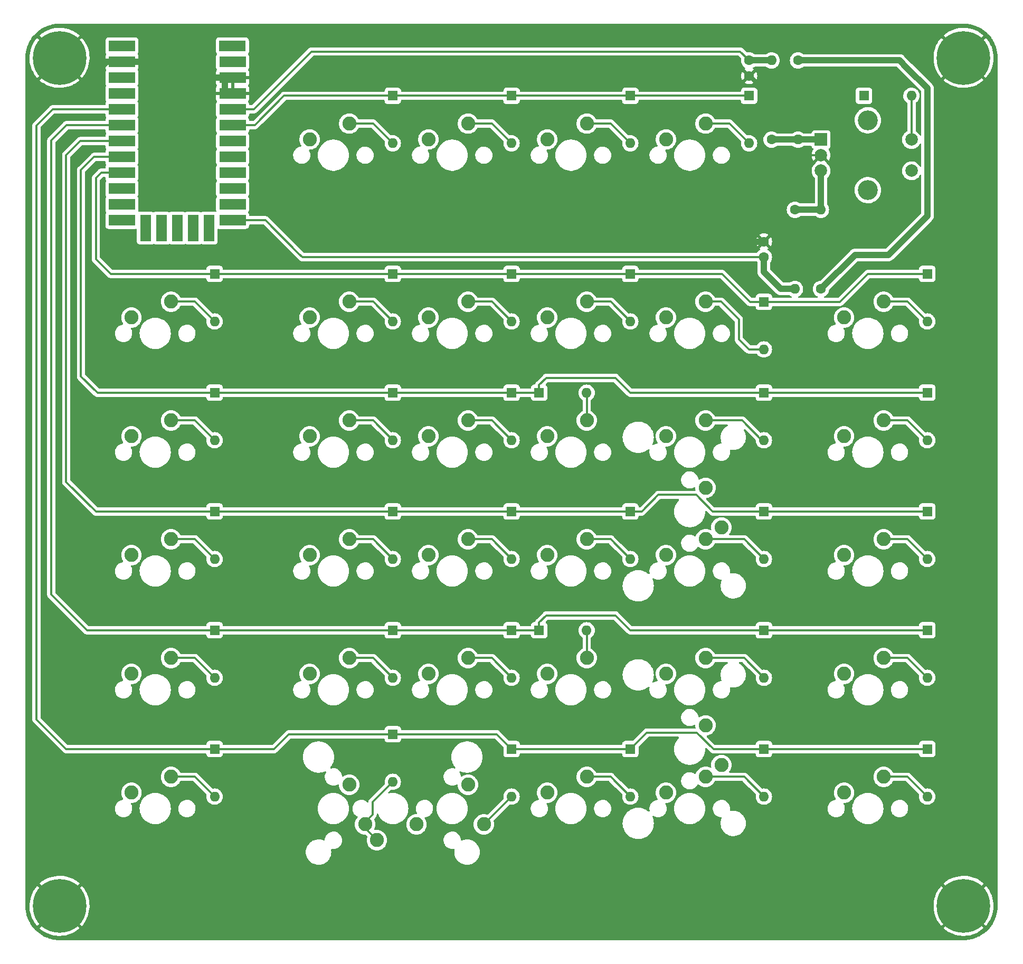
<source format=gbr>
G04 #@! TF.GenerationSoftware,KiCad,Pcbnew,(5.99.0-9294-gd3cf97847e)*
G04 #@! TF.CreationDate,2021-02-24T14:43:52+02:00*
G04 #@! TF.ProjectId,OsseyPad,4f737365-7950-4616-942e-6b696361645f,rev?*
G04 #@! TF.SameCoordinates,Original*
G04 #@! TF.FileFunction,Copper,L2,Bot*
G04 #@! TF.FilePolarity,Positive*
%FSLAX46Y46*%
G04 Gerber Fmt 4.6, Leading zero omitted, Abs format (unit mm)*
G04 Created by KiCad (PCBNEW (5.99.0-9294-gd3cf97847e)) date 2021-02-24 14:43:52*
%MOMM*%
%LPD*%
G01*
G04 APERTURE LIST*
G04 #@! TA.AperFunction,ComponentPad*
%ADD10C,0.900000*%
G04 #@! TD*
G04 #@! TA.AperFunction,ComponentPad*
%ADD11C,8.600000*%
G04 #@! TD*
G04 #@! TA.AperFunction,ComponentPad*
%ADD12C,2.250000*%
G04 #@! TD*
G04 #@! TA.AperFunction,ComponentPad*
%ADD13R,2.000000X2.000000*%
G04 #@! TD*
G04 #@! TA.AperFunction,ComponentPad*
%ADD14C,2.000000*%
G04 #@! TD*
G04 #@! TA.AperFunction,ComponentPad*
%ADD15C,3.200000*%
G04 #@! TD*
G04 #@! TA.AperFunction,ComponentPad*
%ADD16C,1.600000*%
G04 #@! TD*
G04 #@! TA.AperFunction,ComponentPad*
%ADD17R,1.600000X1.600000*%
G04 #@! TD*
G04 #@! TA.AperFunction,ComponentPad*
%ADD18O,1.600000X1.600000*%
G04 #@! TD*
G04 #@! TA.AperFunction,ComponentPad*
%ADD19C,1.752600*%
G04 #@! TD*
G04 #@! TA.AperFunction,ConnectorPad*
%ADD20R,4.250000X1.752600*%
G04 #@! TD*
G04 #@! TA.AperFunction,ComponentPad*
%ADD21R,1.752600X1.752600*%
G04 #@! TD*
G04 #@! TA.AperFunction,ConnectorPad*
%ADD22R,1.752600X4.250000*%
G04 #@! TD*
G04 #@! TA.AperFunction,ViaPad*
%ADD23C,0.800000*%
G04 #@! TD*
G04 #@! TA.AperFunction,Conductor*
%ADD24C,1.000000*%
G04 #@! TD*
G04 #@! TA.AperFunction,Conductor*
%ADD25C,0.300000*%
G04 #@! TD*
G04 #@! TA.AperFunction,Conductor*
%ADD26C,0.350000*%
G04 #@! TD*
G04 APERTURE END LIST*
D10*
X89326254Y-81919769D03*
X84765416Y-77358931D03*
X90270835Y-79639350D03*
X83820835Y-79639350D03*
D11*
X87045835Y-79639350D03*
D10*
X87045835Y-82864350D03*
X84765416Y-81919769D03*
X89326254Y-77358931D03*
X87045835Y-76414350D03*
X228820715Y-79639350D03*
X234326134Y-77358931D03*
X234326134Y-81919769D03*
X229765296Y-77358931D03*
D11*
X232045715Y-79639350D03*
D10*
X229765296Y-81919769D03*
X232045715Y-76414350D03*
X232045715Y-82864350D03*
X235270715Y-79639350D03*
X84765416Y-217918369D03*
X87045835Y-212412950D03*
X89326254Y-213357531D03*
X89326254Y-217918369D03*
X90270835Y-215637950D03*
X87045835Y-218862950D03*
X83820835Y-215637950D03*
X84765416Y-213357531D03*
D11*
X87045835Y-215637950D03*
D10*
X235270715Y-215637950D03*
X229765296Y-217918369D03*
X229765296Y-213357531D03*
X228820715Y-215637950D03*
X232045715Y-218862950D03*
X234326134Y-213357531D03*
X234326134Y-217918369D03*
D11*
X232045715Y-215637950D03*
D10*
X232045715Y-212412950D03*
D12*
X127158750Y-92710000D03*
X133508750Y-90170000D03*
X146208750Y-92710000D03*
X152558750Y-90170000D03*
X165258750Y-92710000D03*
X171608750Y-90170000D03*
X184308750Y-92710000D03*
X190658750Y-90170000D03*
X98583750Y-121285000D03*
X104933750Y-118745000D03*
X127158750Y-121285000D03*
X133508750Y-118745000D03*
X146208750Y-121285000D03*
X152558750Y-118745000D03*
X165258750Y-121285000D03*
X171608750Y-118745000D03*
X184308750Y-121285000D03*
X190658750Y-118745000D03*
X212883750Y-121285000D03*
X219233750Y-118745000D03*
X98583750Y-140335000D03*
X104933750Y-137795000D03*
X127158750Y-140335000D03*
X133508750Y-137795000D03*
X146208750Y-140335000D03*
X152558750Y-137795000D03*
X165258750Y-140335000D03*
X171608750Y-137795000D03*
X184308750Y-140335000D03*
X190658750Y-137795000D03*
X212883750Y-140335000D03*
X219233750Y-137795000D03*
X98583750Y-159385000D03*
X104933750Y-156845000D03*
X127158750Y-159385000D03*
X133508750Y-156845000D03*
X146208750Y-159385000D03*
X152558750Y-156845000D03*
X165258750Y-159385000D03*
X171608750Y-156845000D03*
X184308750Y-159385000D03*
X190658750Y-156845000D03*
X212883750Y-159385000D03*
X219233750Y-156845000D03*
X184308750Y-178435000D03*
X190658750Y-175895000D03*
X98583750Y-178435000D03*
X104933750Y-175895000D03*
X127158750Y-178435000D03*
X133508750Y-175895000D03*
X146208750Y-178435000D03*
X152558750Y-175895000D03*
X165258750Y-178435000D03*
X171608750Y-175895000D03*
X212883750Y-178435000D03*
X219233750Y-175895000D03*
X98583750Y-197485000D03*
X104933750Y-194945000D03*
X133508750Y-196215000D03*
X136048750Y-202565000D03*
X152558750Y-196215000D03*
X155098750Y-202565000D03*
X165258750Y-197485000D03*
X171608750Y-194945000D03*
X184308750Y-197485000D03*
X190658750Y-194945000D03*
X212883750Y-197485000D03*
X219233750Y-194945000D03*
X190658750Y-148590000D03*
X193198750Y-154940000D03*
X190658750Y-186690000D03*
X193198750Y-193040000D03*
X144303750Y-202565000D03*
X137953750Y-205105000D03*
D13*
X209193750Y-92750000D03*
D14*
X209193750Y-97750000D03*
X209193750Y-95250000D03*
D15*
X216693750Y-100850000D03*
X216693750Y-89650000D03*
D14*
X223693750Y-97750000D03*
X223693750Y-92750000D03*
D16*
X200025000Y-111600000D03*
X200025000Y-109100000D03*
X197650000Y-80050000D03*
X197650000Y-82550000D03*
D17*
X140493750Y-85725000D03*
D18*
X140493750Y-93345000D03*
D17*
X159543750Y-85725000D03*
D18*
X159543750Y-93345000D03*
D17*
X178593750Y-85725000D03*
D18*
X178593750Y-93345000D03*
D17*
X197643750Y-85725000D03*
D18*
X197643750Y-93345000D03*
D17*
X216070000Y-85725000D03*
D18*
X223690000Y-85725000D03*
D17*
X111918750Y-114300000D03*
D18*
X111918750Y-121920000D03*
D17*
X140493750Y-114300000D03*
D18*
X140493750Y-121920000D03*
D17*
X159543750Y-114300000D03*
D18*
X159543750Y-121920000D03*
D17*
X178593750Y-114300000D03*
D18*
X178593750Y-121920000D03*
D17*
X200025000Y-118780000D03*
D18*
X200025000Y-126400000D03*
D17*
X226218750Y-114300000D03*
D18*
X226218750Y-121920000D03*
D17*
X111918750Y-133350000D03*
D18*
X111918750Y-140970000D03*
D17*
X140493750Y-133350000D03*
D18*
X140493750Y-140970000D03*
D17*
X159543750Y-133350000D03*
D18*
X159543750Y-140970000D03*
D17*
X163980000Y-133350000D03*
D18*
X171600000Y-133350000D03*
D17*
X200025000Y-133350000D03*
D18*
X200025000Y-140970000D03*
D17*
X226218750Y-133350000D03*
D18*
X226218750Y-140970000D03*
D17*
X111918750Y-152400000D03*
D18*
X111918750Y-160020000D03*
D17*
X140493750Y-152400000D03*
D18*
X140493750Y-160020000D03*
D17*
X159543750Y-152400000D03*
D18*
X159543750Y-160020000D03*
D17*
X178593750Y-152400000D03*
D18*
X178593750Y-160020000D03*
D17*
X200025000Y-152400000D03*
D18*
X200025000Y-160020000D03*
D17*
X226218750Y-152400000D03*
D18*
X226218750Y-160020000D03*
D17*
X200025000Y-171450000D03*
D18*
X200025000Y-179070000D03*
D17*
X111918750Y-171450000D03*
D18*
X111918750Y-179070000D03*
D17*
X140493750Y-171450000D03*
D18*
X140493750Y-179070000D03*
D17*
X159543750Y-171450000D03*
D18*
X159543750Y-179070000D03*
D17*
X226218750Y-171450000D03*
D18*
X226218750Y-179070000D03*
D17*
X111918750Y-190500000D03*
D18*
X111918750Y-198120000D03*
D17*
X140500000Y-188125000D03*
D18*
X140500000Y-195745000D03*
D17*
X159543750Y-190500000D03*
D18*
X159543750Y-198120000D03*
D17*
X178593750Y-190500000D03*
D18*
X178593750Y-198120000D03*
D17*
X200025000Y-190500000D03*
D18*
X200025000Y-198120000D03*
D17*
X226218750Y-190500000D03*
D18*
X226218750Y-198120000D03*
D16*
X205500000Y-80050000D03*
D18*
X205500000Y-92750000D03*
D16*
X209170000Y-116700000D03*
D18*
X209170000Y-104000000D03*
D16*
X201250000Y-92750000D03*
D18*
X201250000Y-80050000D03*
D16*
X205000000Y-104000000D03*
D18*
X205000000Y-116700000D03*
D17*
X163980000Y-171450000D03*
D18*
X171600000Y-171450000D03*
D19*
X113543000Y-77739500D03*
D20*
X114783000Y-77739500D03*
D19*
X113543000Y-80279500D03*
D20*
X114793000Y-80279500D03*
D21*
X113543000Y-82819500D03*
D20*
X114793000Y-82819500D03*
D21*
X113543000Y-85359500D03*
D20*
X114793000Y-85359500D03*
D19*
X113543000Y-87899500D03*
D20*
X114793000Y-87899500D03*
X114793000Y-90439500D03*
D19*
X113543000Y-90439500D03*
X113543000Y-92979500D03*
D20*
X114793000Y-92979500D03*
D19*
X113543000Y-95519500D03*
D20*
X114793000Y-95519500D03*
D19*
X113543000Y-98059500D03*
D20*
X114793000Y-98059500D03*
D19*
X113543000Y-100599500D03*
D20*
X114793000Y-100599500D03*
D19*
X113543000Y-103139500D03*
D20*
X114793000Y-103139500D03*
D19*
X113543000Y-105679500D03*
D20*
X114793000Y-105679500D03*
D19*
X98303000Y-105679500D03*
D20*
X97053000Y-105679500D03*
X97053000Y-103139500D03*
D19*
X98303000Y-103139500D03*
X98303000Y-100599500D03*
D20*
X97053000Y-100599500D03*
D19*
X98303000Y-98059500D03*
D20*
X97053000Y-98059500D03*
D19*
X98303000Y-95519500D03*
D20*
X97053000Y-95519500D03*
D19*
X98303000Y-92979500D03*
D20*
X97053000Y-92979500D03*
D19*
X98303000Y-90439500D03*
D20*
X97053000Y-90439500D03*
X97053000Y-87899500D03*
D19*
X98303000Y-87899500D03*
X98303000Y-85359500D03*
D20*
X97053000Y-85359500D03*
D19*
X98303000Y-82819500D03*
D20*
X97053000Y-82819500D03*
D21*
X98303000Y-80279500D03*
D20*
X97053000Y-80279500D03*
D19*
X98303000Y-77739500D03*
D20*
X97053000Y-77739500D03*
D19*
X111003000Y-105679500D03*
D22*
X111003000Y-106929500D03*
D19*
X108463000Y-105679500D03*
D22*
X108463000Y-106929500D03*
X105923000Y-106929500D03*
D19*
X105923000Y-105679500D03*
X103383000Y-105679500D03*
D22*
X103383000Y-106929500D03*
D19*
X100843000Y-105679500D03*
D22*
X100843000Y-106929500D03*
D23*
X119000000Y-107000000D03*
X222500000Y-88500000D03*
X129500000Y-113000000D03*
X125000000Y-107000000D03*
X120800000Y-109100000D03*
X125000000Y-113000000D03*
X228500000Y-88500000D03*
X125800000Y-109100000D03*
X91500000Y-86000000D03*
X96500000Y-111000000D03*
D24*
X120800000Y-109100000D02*
X118900000Y-111000000D01*
X200025000Y-109100000D02*
X128670000Y-109100000D01*
D25*
X197250000Y-82550000D02*
X198050000Y-82550000D01*
D24*
X118900000Y-111000000D02*
X118000000Y-111000000D01*
X113543000Y-85359500D02*
X113543000Y-82819500D01*
X102329500Y-80279500D02*
X98303000Y-80279500D01*
D25*
X199500000Y-84000000D02*
X199500000Y-95150000D01*
X209193750Y-95250000D02*
X199600000Y-95250000D01*
D24*
X128670000Y-109100000D02*
X125800000Y-109100000D01*
D25*
X198050000Y-82550000D02*
X197650000Y-82550000D01*
D24*
X94620500Y-80279500D02*
X97053000Y-80279500D01*
D25*
X199500000Y-84000000D02*
X198050000Y-82550000D01*
D24*
X91500000Y-83400000D02*
X94620500Y-80279500D01*
X118900000Y-111000000D02*
X96500000Y-111000000D01*
D25*
X199500000Y-95150000D02*
X199500000Y-103000000D01*
X199600000Y-95250000D02*
X199500000Y-95150000D01*
D24*
X113543000Y-82819500D02*
X104869500Y-82819500D01*
X91500000Y-86000000D02*
X91500000Y-83400000D01*
X104869500Y-82819500D02*
X102329500Y-80279500D01*
X205000000Y-116700000D02*
X202740000Y-116700000D01*
X202740000Y-116700000D02*
X200025000Y-113985000D01*
X200025000Y-113985000D02*
X200025000Y-111600000D01*
D25*
X120079500Y-105679500D02*
X125450000Y-111050000D01*
X200025000Y-111600000D02*
X126000000Y-111600000D01*
X126000000Y-111600000D02*
X125450000Y-111050000D01*
X114793000Y-105679500D02*
X120079500Y-105679500D01*
X118200500Y-87899500D02*
X114793000Y-87899500D01*
X196230000Y-78630000D02*
X195830000Y-78630000D01*
X196230000Y-78630000D02*
X127470000Y-78630000D01*
D24*
X201250000Y-80050000D02*
X197650000Y-80050000D01*
D25*
X197650000Y-80050000D02*
X196230000Y-78630000D01*
X127470000Y-78630000D02*
X118200500Y-87899500D01*
X137318750Y-90170000D02*
X140493750Y-93345000D01*
X133508750Y-90170000D02*
X137318750Y-90170000D01*
X118360500Y-90439500D02*
X123075000Y-85725000D01*
X140493750Y-85725000D02*
X159543750Y-85725000D01*
X159543750Y-85725000D02*
X178593750Y-85725000D01*
X123075000Y-85725000D02*
X140493750Y-85725000D01*
X178593750Y-85725000D02*
X197643750Y-85725000D01*
X114793000Y-90439500D02*
X118360500Y-90439500D01*
X152558750Y-90170000D02*
X156368750Y-90170000D01*
X156368750Y-90170000D02*
X159543750Y-93345000D01*
X175418750Y-90170000D02*
X178593750Y-93345000D01*
X171608750Y-90170000D02*
X175418750Y-90170000D01*
X190658750Y-90170000D02*
X194468750Y-90170000D01*
X194468750Y-90170000D02*
X197643750Y-93345000D01*
X223693750Y-85728750D02*
X223690000Y-85725000D01*
X223693750Y-92750000D02*
X223693750Y-85728750D01*
X104933750Y-118745000D02*
X108743750Y-118745000D01*
X108743750Y-118745000D02*
X111918750Y-121920000D01*
X111918750Y-114300000D02*
X140493750Y-114300000D01*
X216700000Y-114300000D02*
X226218750Y-114300000D01*
X140493750Y-114300000D02*
X159543750Y-114300000D01*
X178593750Y-114300000D02*
X192500000Y-114300000D01*
X197780000Y-118780000D02*
X193300000Y-114300000D01*
X93740500Y-98059500D02*
X97053000Y-98059500D01*
X159543750Y-114300000D02*
X178593750Y-114300000D01*
X200025000Y-118780000D02*
X197780000Y-118780000D01*
X111918750Y-114300000D02*
X95250000Y-114300000D01*
X212220000Y-118780000D02*
X216700000Y-114300000D01*
X92868750Y-98931250D02*
X93740500Y-98059500D01*
X200025000Y-118780000D02*
X212220000Y-118780000D01*
X92868750Y-111918750D02*
X92868750Y-98931250D01*
X193300000Y-114300000D02*
X192500000Y-114300000D01*
X96652000Y-97802000D02*
X95079250Y-97802000D01*
X95250000Y-114300000D02*
X92868750Y-111918750D01*
X133508750Y-118745000D02*
X137318750Y-118745000D01*
X137318750Y-118745000D02*
X140493750Y-121920000D01*
X156368750Y-118745000D02*
X159543750Y-121920000D01*
X152558750Y-118745000D02*
X156368750Y-118745000D01*
X171608750Y-118745000D02*
X175418750Y-118745000D01*
X175418750Y-118745000D02*
X178593750Y-121920000D01*
X223043750Y-118745000D02*
X226218750Y-121920000D01*
X219233750Y-118745000D02*
X223043750Y-118745000D01*
X104933750Y-137795000D02*
X108743750Y-137795000D01*
X108743750Y-137795000D02*
X111918750Y-140970000D01*
X165111250Y-130968750D02*
X165251250Y-130968750D01*
X163980000Y-132100000D02*
X165111250Y-130968750D01*
X163980000Y-133350000D02*
X159543750Y-133350000D01*
X97053000Y-95519500D02*
X92599250Y-95519500D01*
X92599250Y-95519500D02*
X90487500Y-97631250D01*
X90487500Y-130717500D02*
X93120000Y-133350000D01*
X90487500Y-97631250D02*
X90487500Y-130717500D01*
X93120000Y-133350000D02*
X111918750Y-133350000D01*
X178593750Y-133350000D02*
X200025000Y-133350000D01*
X140493750Y-133350000D02*
X159543750Y-133350000D01*
X165251250Y-130968750D02*
X176212500Y-130968750D01*
X163980000Y-133350000D02*
X163980000Y-132100000D01*
X200025000Y-133350000D02*
X226218750Y-133350000D01*
X176212500Y-130968750D02*
X178593750Y-133350000D01*
X111918750Y-133350000D02*
X140493750Y-133350000D01*
X133508750Y-137795000D02*
X137318750Y-137795000D01*
X137318750Y-137795000D02*
X140493750Y-140970000D01*
X152558750Y-137795000D02*
X156368750Y-137795000D01*
X156368750Y-137795000D02*
X159543750Y-140970000D01*
X171608750Y-133985000D02*
X170973750Y-133350000D01*
X171608750Y-137795000D02*
X171608750Y-133358750D01*
X171608750Y-133508750D02*
X171450000Y-133350000D01*
X171608750Y-133358750D02*
X171600000Y-133350000D01*
X219233750Y-137795000D02*
X223043750Y-137795000D01*
X223043750Y-137795000D02*
X226218750Y-140970000D01*
X104933750Y-156845000D02*
X108743750Y-156845000D01*
X108743750Y-156845000D02*
X111918750Y-160020000D01*
X92868750Y-152400000D02*
X111918750Y-152400000D01*
X97053000Y-92979500D02*
X90376750Y-92979500D01*
X191825000Y-152400000D02*
X200025000Y-152400000D01*
X90376750Y-92979500D02*
X88106250Y-95250000D01*
X183100000Y-149725000D02*
X189150000Y-149725000D01*
X88106250Y-95250000D02*
X88106250Y-147637500D01*
X178593750Y-152400000D02*
X180425000Y-152400000D01*
X189150000Y-149725000D02*
X191825000Y-152400000D01*
X88106250Y-147637500D02*
X92868750Y-152400000D01*
X111918750Y-152400000D02*
X140493750Y-152400000D01*
X178593750Y-152400000D02*
X159543750Y-152400000D01*
X140493750Y-152400000D02*
X159543750Y-152400000D01*
X180425000Y-152400000D02*
X183100000Y-149725000D01*
X226218750Y-152400000D02*
X200025000Y-152400000D01*
X137318750Y-156845000D02*
X140493750Y-160020000D01*
X133508750Y-156845000D02*
X137318750Y-156845000D01*
X156368750Y-156845000D02*
X159543750Y-160020000D01*
X152558750Y-156845000D02*
X156368750Y-156845000D01*
X175418750Y-156845000D02*
X178593750Y-160020000D01*
X171608750Y-156845000D02*
X175418750Y-156845000D01*
X219233750Y-156845000D02*
X223043750Y-156845000D01*
X223043750Y-156845000D02*
X226218750Y-160020000D01*
X163980000Y-171450000D02*
X163980000Y-170200000D01*
X140493750Y-171450000D02*
X111918750Y-171450000D01*
X85725000Y-165725000D02*
X91450000Y-171450000D01*
X85725000Y-92868750D02*
X85725000Y-165725000D01*
X226218750Y-171450000D02*
X200025000Y-171450000D01*
X159543750Y-171450000D02*
X140493750Y-171450000D01*
X176212500Y-169068750D02*
X165218750Y-169068750D01*
X200025000Y-171450000D02*
X178593750Y-171450000D01*
X163980000Y-171450000D02*
X159543750Y-171450000D01*
X91450000Y-171450000D02*
X93080000Y-171450000D01*
D26*
X111918750Y-171450000D02*
X93080000Y-171450000D01*
D25*
X165111250Y-169068750D02*
X165218750Y-169068750D01*
X97053000Y-90439500D02*
X88154250Y-90439500D01*
X163980000Y-170200000D02*
X165111250Y-169068750D01*
X88154250Y-90439500D02*
X85725000Y-92868750D01*
X178593750Y-171450000D02*
X176212500Y-169068750D01*
X104933750Y-175895000D02*
X108743750Y-175895000D01*
X108743750Y-175895000D02*
X111918750Y-179070000D01*
X133508750Y-175895000D02*
X137318750Y-175895000D01*
X137318750Y-175895000D02*
X140493750Y-179070000D01*
X156368750Y-175895000D02*
X159543750Y-179070000D01*
X152558750Y-175895000D02*
X156368750Y-175895000D01*
X171608750Y-171448750D02*
X171600000Y-171440000D01*
X171608750Y-171458750D02*
X171600000Y-171450000D01*
X171608750Y-175895000D02*
X171608750Y-171458750D01*
X219233750Y-175895000D02*
X223043750Y-175895000D01*
X223043750Y-175895000D02*
X226218750Y-179070000D01*
X108743750Y-194945000D02*
X111918750Y-198120000D01*
X104933750Y-194945000D02*
X108743750Y-194945000D01*
X226218750Y-190500000D02*
X200025000Y-190500000D01*
X83343750Y-90487500D02*
X83343750Y-185737500D01*
X88106250Y-190500000D02*
X111918750Y-190500000D01*
X200025000Y-190500000D02*
X191925000Y-190500000D01*
X159543750Y-190500000D02*
X157162500Y-188118750D01*
X159543750Y-190500000D02*
X178593750Y-190500000D01*
X97053000Y-87899500D02*
X85931750Y-87899500D01*
X181243750Y-187850000D02*
X178593750Y-190500000D01*
X83343750Y-185737500D02*
X88106250Y-190500000D01*
X189275000Y-187850000D02*
X181243750Y-187850000D01*
X111918750Y-190500000D02*
X121443750Y-190500000D01*
X85931750Y-87899500D02*
X83343750Y-90487500D01*
X157162500Y-188118750D02*
X123825000Y-188118750D01*
X191925000Y-190500000D02*
X189275000Y-187850000D01*
X123825000Y-188118750D02*
X121443750Y-190500000D01*
X136048750Y-202565000D02*
X136048750Y-202201250D01*
X137250000Y-201000000D02*
X137250000Y-198995000D01*
X137953750Y-205105000D02*
X136048750Y-203200000D01*
X137250000Y-198995000D02*
X140500000Y-195745000D01*
X136048750Y-203200000D02*
X136048750Y-202565000D01*
X136048750Y-202201250D02*
X137250000Y-201000000D01*
X155098750Y-202565000D02*
X159543750Y-198120000D01*
X171608750Y-194945000D02*
X175418750Y-194945000D01*
X175418750Y-194945000D02*
X178593750Y-198120000D01*
X196850000Y-194945000D02*
X200025000Y-198120000D01*
X190658750Y-194945000D02*
X196850000Y-194945000D01*
X219233750Y-194945000D02*
X223043750Y-194945000D01*
X223043750Y-194945000D02*
X226218750Y-198120000D01*
D24*
X209193750Y-92750000D02*
X205500000Y-92750000D01*
X205500000Y-92750000D02*
X201250000Y-92750000D01*
X209193750Y-97750000D02*
X209193750Y-103976250D01*
X209170000Y-104000000D02*
X205000000Y-104000000D01*
X209193750Y-103976250D02*
X209170000Y-104000000D01*
D25*
X190658750Y-156845000D02*
X196850000Y-156845000D01*
X196850000Y-156845000D02*
X200025000Y-160020000D01*
X197600000Y-126400000D02*
X200025000Y-126400000D01*
X190658750Y-118745000D02*
X193145000Y-118745000D01*
X193145000Y-118745000D02*
X196000000Y-121600000D01*
X196000000Y-124800000D02*
X197600000Y-126400000D01*
X196000000Y-121600000D02*
X196000000Y-124800000D01*
D24*
X226270000Y-84530000D02*
X226270000Y-104960000D01*
X226270000Y-104960000D02*
X219980000Y-111250000D01*
X219980000Y-111250000D02*
X214620000Y-111250000D01*
X205500000Y-80050000D02*
X221790000Y-80050000D01*
X221790000Y-80050000D02*
X222995000Y-81255000D01*
X214620000Y-111250000D02*
X209170000Y-116700000D01*
X222995000Y-81255000D02*
X226270000Y-84530000D01*
D25*
X199680000Y-140970000D02*
X200025000Y-140970000D01*
X190658750Y-137795000D02*
X196505000Y-137795000D01*
X196505000Y-137795000D02*
X199680000Y-140970000D01*
X190658750Y-175895000D02*
X196850000Y-175895000D01*
X196850000Y-175895000D02*
X200025000Y-179070000D01*
G04 #@! TA.AperFunction,Conductor*
G36*
X232038821Y-74147432D02*
G01*
X232282024Y-74156229D01*
X232471026Y-74163065D01*
X232481449Y-74163877D01*
X232898094Y-74213838D01*
X232907627Y-74215354D01*
X233322284Y-74297749D01*
X233331918Y-74300061D01*
X233737929Y-74414531D01*
X233747334Y-74417585D01*
X233959746Y-74495918D01*
X234142499Y-74563313D01*
X234151672Y-74567114D01*
X234368112Y-74666970D01*
X234464514Y-74711446D01*
X234532957Y-74743023D01*
X234541908Y-74747594D01*
X234909687Y-74954302D01*
X234917906Y-74959345D01*
X235268085Y-75193097D01*
X235276059Y-75198883D01*
X235607623Y-75459843D01*
X235607737Y-75459933D01*
X235615361Y-75466441D01*
X235924635Y-75752476D01*
X235931579Y-75759421D01*
X236013961Y-75848517D01*
X236217003Y-76068108D01*
X236223371Y-76075556D01*
X236484799Y-76406578D01*
X236490921Y-76415026D01*
X236529793Y-76473633D01*
X236723318Y-76765409D01*
X236728219Y-76773433D01*
X236781071Y-76867696D01*
X236935873Y-77143793D01*
X236940230Y-77152307D01*
X237116879Y-77532372D01*
X237120922Y-77542119D01*
X237171156Y-77679177D01*
X237264163Y-77932935D01*
X237265364Y-77936213D01*
X237268350Y-77945446D01*
X237383170Y-78353593D01*
X237383277Y-78353973D01*
X237385496Y-78363174D01*
X237468618Y-78775212D01*
X237470248Y-78785453D01*
X237519389Y-79204493D01*
X237520144Y-79214069D01*
X237537647Y-79646102D01*
X237537750Y-79651202D01*
X237537750Y-215626130D01*
X237537647Y-215631220D01*
X237523343Y-215984995D01*
X237520149Y-216063989D01*
X237519389Y-216073626D01*
X237499998Y-216238326D01*
X237470238Y-216491089D01*
X237468637Y-216501153D01*
X237448199Y-216602911D01*
X237434998Y-216668639D01*
X237433873Y-216674239D01*
X237431071Y-216688187D01*
X237385501Y-216915064D01*
X237383228Y-216924485D01*
X237352943Y-217031760D01*
X237277509Y-217298958D01*
X237268401Y-217331218D01*
X237265456Y-217340313D01*
X237205853Y-217503063D01*
X237120780Y-217735361D01*
X237116787Y-217745005D01*
X236940306Y-218125755D01*
X236935807Y-218134542D01*
X236855347Y-218277578D01*
X236728498Y-218503079D01*
X236723634Y-218511023D01*
X236499354Y-218848625D01*
X236491088Y-218861067D01*
X236484988Y-218869476D01*
X236276983Y-219132635D01*
X236223175Y-219200710D01*
X236216953Y-219207993D01*
X235931496Y-219517512D01*
X235924396Y-219524619D01*
X235695950Y-219735700D01*
X235615369Y-219810156D01*
X235607814Y-219816604D01*
X235546571Y-219864829D01*
X235276246Y-220077693D01*
X235268182Y-220083541D01*
X235207341Y-220124069D01*
X235168474Y-220149960D01*
X234917817Y-220316932D01*
X234909801Y-220321850D01*
X234541717Y-220529186D01*
X234532676Y-220533809D01*
X234395763Y-220596993D01*
X234151868Y-220709548D01*
X234142590Y-220713388D01*
X234007579Y-220763058D01*
X233856878Y-220818500D01*
X233747394Y-220858778D01*
X233738119Y-220861788D01*
X233331630Y-220976533D01*
X233322061Y-220978834D01*
X232908072Y-221061390D01*
X232898218Y-221062952D01*
X232720649Y-221083911D01*
X232480294Y-221112281D01*
X232470691Y-221113044D01*
X232037905Y-221130806D01*
X232032738Y-221130912D01*
X87058819Y-221130912D01*
X87053651Y-221130806D01*
X87041641Y-221130313D01*
X86620843Y-221113040D01*
X86611313Y-221112285D01*
X86308012Y-221076602D01*
X86192014Y-221062955D01*
X86182026Y-221061371D01*
X86046210Y-221034208D01*
X85769390Y-220978843D01*
X85759924Y-220976566D01*
X85467499Y-220894159D01*
X85352438Y-220861734D01*
X85343160Y-220858728D01*
X85296135Y-220841441D01*
X85082909Y-220763058D01*
X84948037Y-220713479D01*
X84938592Y-220709564D01*
X84558762Y-220533782D01*
X84549960Y-220529282D01*
X84180430Y-220321652D01*
X84172343Y-220316698D01*
X83822046Y-220083573D01*
X83813863Y-220077640D01*
X83482753Y-219816693D01*
X83475229Y-219810269D01*
X83165963Y-219524421D01*
X83158960Y-219517417D01*
X83079775Y-219431746D01*
X82879877Y-219215472D01*
X83833853Y-219215472D01*
X83833933Y-219216603D01*
X83838915Y-219224178D01*
X83873507Y-219257352D01*
X83877786Y-219261098D01*
X84214609Y-219529980D01*
X84219192Y-219533310D01*
X84578995Y-219770556D01*
X84583891Y-219773474D01*
X84963672Y-219977111D01*
X84968845Y-219979590D01*
X85365538Y-220147976D01*
X85370873Y-220149960D01*
X85781192Y-220281699D01*
X85786715Y-220283199D01*
X86207272Y-220377206D01*
X86212895Y-220378197D01*
X86640255Y-220433701D01*
X86645961Y-220434180D01*
X87076573Y-220450723D01*
X87082299Y-220450683D01*
X87512644Y-220428129D01*
X87518328Y-220427572D01*
X87944879Y-220366106D01*
X87950474Y-220365038D01*
X88369702Y-220265164D01*
X88375182Y-220263593D01*
X88783622Y-220126137D01*
X88788952Y-220124069D01*
X89183254Y-219950162D01*
X89188361Y-219947627D01*
X89565273Y-219738701D01*
X89570151Y-219735700D01*
X89926551Y-219493491D01*
X89931164Y-219490040D01*
X90250725Y-219227549D01*
X90258944Y-219215472D01*
X228833733Y-219215472D01*
X228833813Y-219216603D01*
X228838795Y-219224178D01*
X228873387Y-219257352D01*
X228877666Y-219261098D01*
X229214489Y-219529980D01*
X229219072Y-219533310D01*
X229578875Y-219770556D01*
X229583771Y-219773474D01*
X229963552Y-219977111D01*
X229968725Y-219979590D01*
X230365418Y-220147976D01*
X230370753Y-220149960D01*
X230781072Y-220281699D01*
X230786595Y-220283199D01*
X231207152Y-220377206D01*
X231212775Y-220378197D01*
X231640135Y-220433701D01*
X231645841Y-220434180D01*
X232076453Y-220450723D01*
X232082179Y-220450683D01*
X232512524Y-220428129D01*
X232518208Y-220427572D01*
X232944759Y-220366106D01*
X232950354Y-220365038D01*
X233369582Y-220265164D01*
X233375062Y-220263593D01*
X233783502Y-220126137D01*
X233788832Y-220124069D01*
X234183134Y-219950162D01*
X234188241Y-219947627D01*
X234565153Y-219738701D01*
X234570031Y-219735700D01*
X234926431Y-219493491D01*
X234931044Y-219490040D01*
X235250605Y-219227549D01*
X235259066Y-219215117D01*
X235252816Y-219204261D01*
X234852222Y-218803667D01*
X233966925Y-217918369D01*
X233440837Y-217392282D01*
X232058527Y-216009972D01*
X232044583Y-216002358D01*
X232042750Y-216002489D01*
X232036135Y-216006740D01*
X230650594Y-217392281D01*
X229765296Y-218277578D01*
X229239209Y-218803666D01*
X228841347Y-219201528D01*
X228833733Y-219215472D01*
X90258944Y-219215472D01*
X90259186Y-219215117D01*
X90252936Y-219204261D01*
X89852342Y-218803667D01*
X88967045Y-217918369D01*
X88440957Y-217392282D01*
X87058647Y-216009972D01*
X87044703Y-216002358D01*
X87042870Y-216002489D01*
X87036255Y-216006740D01*
X85650714Y-217392281D01*
X84765416Y-218277578D01*
X84239329Y-218803666D01*
X83841467Y-219201528D01*
X83833853Y-219215472D01*
X82879877Y-219215472D01*
X82873109Y-219208150D01*
X82866698Y-219200643D01*
X82605726Y-218869502D01*
X82599793Y-218861318D01*
X82445644Y-218629687D01*
X82366418Y-218510639D01*
X82361555Y-218502713D01*
X82300084Y-218393676D01*
X82154177Y-218134868D01*
X82149523Y-218125768D01*
X82043041Y-217894938D01*
X81973876Y-217745002D01*
X81970027Y-217735700D01*
X81824559Y-217339981D01*
X81821573Y-217330780D01*
X81768620Y-217143443D01*
X81706828Y-216924838D01*
X81704512Y-216915212D01*
X81704483Y-216915064D01*
X81621985Y-216501341D01*
X81620421Y-216491473D01*
X81571199Y-216074315D01*
X81570422Y-216064350D01*
X81560461Y-215803064D01*
X82235797Y-215803064D01*
X82235996Y-215808769D01*
X82270557Y-216238326D01*
X82271275Y-216244003D01*
X82344622Y-216668639D01*
X82345853Y-216674239D01*
X82457391Y-217090504D01*
X82459113Y-217095933D01*
X82607920Y-217500378D01*
X82610136Y-217505650D01*
X82794983Y-217894938D01*
X82797664Y-217899978D01*
X83017030Y-218270907D01*
X83020159Y-218275688D01*
X83272250Y-218625221D01*
X83275790Y-218629687D01*
X83458801Y-218840216D01*
X83471930Y-218848625D01*
X83481843Y-218842732D01*
X83880118Y-218444457D01*
X84765416Y-217559160D01*
X84821512Y-217503064D01*
X85291503Y-217033072D01*
X86673813Y-215650762D01*
X86680191Y-215639082D01*
X87410243Y-215639082D01*
X87410374Y-215640915D01*
X87414625Y-215647530D01*
X88800166Y-217033071D01*
X89270157Y-217503063D01*
X89326253Y-217559159D01*
X90211551Y-218444456D01*
X90609313Y-218842218D01*
X90622759Y-218849560D01*
X90632595Y-218842640D01*
X90857275Y-218576768D01*
X90860772Y-218572227D01*
X91107941Y-218219231D01*
X91111008Y-218214400D01*
X91325174Y-217840445D01*
X91327786Y-217835363D01*
X91507182Y-217443528D01*
X91509320Y-217438236D01*
X91652463Y-217031760D01*
X91654116Y-217026286D01*
X91759828Y-216608517D01*
X91760979Y-216602911D01*
X91828394Y-216177265D01*
X91829029Y-216171603D01*
X91853507Y-215803064D01*
X227235677Y-215803064D01*
X227235876Y-215808769D01*
X227270437Y-216238326D01*
X227271155Y-216244003D01*
X227344502Y-216668639D01*
X227345733Y-216674239D01*
X227457271Y-217090504D01*
X227458993Y-217095933D01*
X227607800Y-217500378D01*
X227610016Y-217505650D01*
X227794863Y-217894938D01*
X227797544Y-217899978D01*
X228016910Y-218270907D01*
X228020039Y-218275688D01*
X228272130Y-218625221D01*
X228275670Y-218629687D01*
X228458681Y-218840216D01*
X228471810Y-218848625D01*
X228481723Y-218842732D01*
X228879998Y-218444457D01*
X229765296Y-217559160D01*
X229821392Y-217503064D01*
X230291383Y-217033072D01*
X231673693Y-215650762D01*
X231680071Y-215639082D01*
X232410123Y-215639082D01*
X232410254Y-215640915D01*
X232414505Y-215647530D01*
X233800046Y-217033071D01*
X234270037Y-217503063D01*
X234326133Y-217559159D01*
X235211431Y-218444456D01*
X235609193Y-218842218D01*
X235622639Y-218849560D01*
X235632475Y-218842640D01*
X235857155Y-218576768D01*
X235860652Y-218572227D01*
X236107821Y-218219231D01*
X236110888Y-218214400D01*
X236325054Y-217840445D01*
X236327666Y-217835363D01*
X236507062Y-217443528D01*
X236509200Y-217438236D01*
X236652343Y-217031760D01*
X236653996Y-217026286D01*
X236759708Y-216608517D01*
X236760859Y-216602911D01*
X236828274Y-216177265D01*
X236828909Y-216171603D01*
X236857543Y-215740497D01*
X236857677Y-215736990D01*
X236858696Y-215639723D01*
X236858634Y-215636175D01*
X236839036Y-215204586D01*
X236838520Y-215198908D01*
X236780031Y-214771938D01*
X236779004Y-214766338D01*
X236682058Y-214346422D01*
X236680524Y-214340926D01*
X236545924Y-213931535D01*
X236543894Y-213926193D01*
X236372746Y-213530694D01*
X236370242Y-213525560D01*
X236163953Y-213147198D01*
X236160990Y-213142307D01*
X235921261Y-212784202D01*
X235917866Y-212779599D01*
X235646676Y-212444707D01*
X235642870Y-212440419D01*
X235635574Y-212432917D01*
X235621742Y-212425111D01*
X235620374Y-212425190D01*
X235613049Y-212429826D01*
X235211432Y-212831443D01*
X234326134Y-213716740D01*
X233800047Y-214242828D01*
X232417737Y-215625138D01*
X232410123Y-215639082D01*
X231680071Y-215639082D01*
X231681307Y-215636818D01*
X231681176Y-215634985D01*
X231676925Y-215628370D01*
X230291384Y-214242829D01*
X229406087Y-213357531D01*
X228879999Y-212831444D01*
X228483841Y-212435286D01*
X228469897Y-212427672D01*
X228469704Y-212427685D01*
X228460882Y-212433664D01*
X228339162Y-212567903D01*
X228335510Y-212572317D01*
X228076158Y-212916490D01*
X228072942Y-212921186D01*
X227845841Y-213287461D01*
X227843068Y-213292424D01*
X227650098Y-213677777D01*
X227647780Y-213682983D01*
X227490532Y-214084231D01*
X227488696Y-214089623D01*
X227368464Y-214503467D01*
X227367122Y-214509017D01*
X227284892Y-214932050D01*
X227284059Y-214937691D01*
X227240510Y-215366427D01*
X227240190Y-215372151D01*
X227235677Y-215803064D01*
X91853507Y-215803064D01*
X91857663Y-215740497D01*
X91857797Y-215736990D01*
X91858816Y-215639723D01*
X91858754Y-215636175D01*
X91839156Y-215204586D01*
X91838640Y-215198908D01*
X91780151Y-214771938D01*
X91779124Y-214766338D01*
X91682178Y-214346422D01*
X91680644Y-214340926D01*
X91546044Y-213931535D01*
X91544014Y-213926193D01*
X91372866Y-213530694D01*
X91370362Y-213525560D01*
X91164073Y-213147198D01*
X91161110Y-213142307D01*
X90921381Y-212784202D01*
X90917986Y-212779599D01*
X90646796Y-212444707D01*
X90642990Y-212440419D01*
X90635694Y-212432917D01*
X90621862Y-212425111D01*
X90620494Y-212425190D01*
X90613169Y-212429826D01*
X90211552Y-212831443D01*
X89326254Y-213716740D01*
X88800167Y-214242828D01*
X87417857Y-215625138D01*
X87410243Y-215639082D01*
X86680191Y-215639082D01*
X86681427Y-215636818D01*
X86681296Y-215634985D01*
X86677045Y-215628370D01*
X85291504Y-214242829D01*
X84406207Y-213357531D01*
X83880119Y-212831444D01*
X83483961Y-212435286D01*
X83470017Y-212427672D01*
X83469824Y-212427685D01*
X83461002Y-212433664D01*
X83339282Y-212567903D01*
X83335630Y-212572317D01*
X83076278Y-212916490D01*
X83073062Y-212921186D01*
X82845961Y-213287461D01*
X82843188Y-213292424D01*
X82650218Y-213677777D01*
X82647900Y-213682983D01*
X82490652Y-214084231D01*
X82488816Y-214089623D01*
X82368584Y-214503467D01*
X82367242Y-214509017D01*
X82285012Y-214932050D01*
X82284179Y-214937691D01*
X82240630Y-215366427D01*
X82240310Y-215372151D01*
X82235797Y-215803064D01*
X81560461Y-215803064D01*
X81553926Y-215631663D01*
X81553835Y-215626863D01*
X81553835Y-212064433D01*
X83835327Y-212064433D01*
X83835339Y-212064862D01*
X83840707Y-212073612D01*
X84239328Y-212472233D01*
X84685858Y-212918764D01*
X84765415Y-212998321D01*
X85650713Y-213883618D01*
X87033023Y-215265928D01*
X87046967Y-215273542D01*
X87048800Y-215273411D01*
X87055415Y-215269160D01*
X88440956Y-213883619D01*
X89326254Y-212998322D01*
X89405811Y-212918765D01*
X89852341Y-212472234D01*
X90249449Y-212075126D01*
X90255288Y-212064433D01*
X228835207Y-212064433D01*
X228835219Y-212064862D01*
X228840587Y-212073612D01*
X229239208Y-212472233D01*
X229685738Y-212918764D01*
X229765295Y-212998321D01*
X230650593Y-213883618D01*
X232032903Y-215265928D01*
X232046847Y-215273542D01*
X232048680Y-215273411D01*
X232055295Y-215269160D01*
X233440836Y-213883619D01*
X234326134Y-212998322D01*
X234405691Y-212918765D01*
X234852221Y-212472234D01*
X235249329Y-212075126D01*
X235256737Y-212061559D01*
X235249995Y-212051903D01*
X235011068Y-211847117D01*
X235006556Y-211843592D01*
X234655293Y-211593963D01*
X234650488Y-211590866D01*
X234278015Y-211374081D01*
X234272981Y-211371450D01*
X233882403Y-211189320D01*
X233877110Y-211187139D01*
X233471648Y-211041163D01*
X233466188Y-211039474D01*
X233049163Y-210930847D01*
X233043573Y-210929659D01*
X232618413Y-210859274D01*
X232612748Y-210858598D01*
X232182948Y-210827036D01*
X232177247Y-210826877D01*
X231746355Y-210834397D01*
X231740667Y-210834755D01*
X231312248Y-210881297D01*
X231306578Y-210882175D01*
X230884152Y-210967351D01*
X230878607Y-210968733D01*
X230465621Y-211091850D01*
X230460217Y-211093732D01*
X230060103Y-211253766D01*
X230054896Y-211256128D01*
X229670916Y-211451775D01*
X229665951Y-211454596D01*
X229301293Y-211684234D01*
X229296598Y-211687497D01*
X228954259Y-211949234D01*
X228949864Y-211952922D01*
X228843396Y-212050824D01*
X228835207Y-212064433D01*
X90255288Y-212064433D01*
X90256857Y-212061559D01*
X90250115Y-212051903D01*
X90011188Y-211847117D01*
X90006676Y-211843592D01*
X89655413Y-211593963D01*
X89650608Y-211590866D01*
X89278135Y-211374081D01*
X89273101Y-211371450D01*
X88882523Y-211189320D01*
X88877230Y-211187139D01*
X88471768Y-211041163D01*
X88466308Y-211039474D01*
X88049283Y-210930847D01*
X88043693Y-210929659D01*
X87618533Y-210859274D01*
X87612868Y-210858598D01*
X87183068Y-210827036D01*
X87177367Y-210826877D01*
X86746475Y-210834397D01*
X86740787Y-210834755D01*
X86312368Y-210881297D01*
X86306698Y-210882175D01*
X85884272Y-210967351D01*
X85878727Y-210968733D01*
X85465741Y-211091850D01*
X85460337Y-211093732D01*
X85060223Y-211253766D01*
X85055016Y-211256128D01*
X84671036Y-211451775D01*
X84666071Y-211454596D01*
X84301413Y-211684234D01*
X84296718Y-211687497D01*
X83954379Y-211949234D01*
X83949984Y-211952922D01*
X83843516Y-212050824D01*
X83835327Y-212064433D01*
X81553835Y-212064433D01*
X81553835Y-206867871D01*
X126554963Y-206867871D01*
X126554963Y-207152129D01*
X126594524Y-207433620D01*
X126672876Y-207706866D01*
X126788494Y-207966548D01*
X126939128Y-208207612D01*
X126941952Y-208210978D01*
X126941956Y-208210983D01*
X127030174Y-208316117D01*
X127121845Y-208425366D01*
X127333090Y-208615572D01*
X127336729Y-208618027D01*
X127336736Y-208618032D01*
X127565105Y-208772069D01*
X127565111Y-208772072D01*
X127568750Y-208774527D01*
X127572701Y-208776454D01*
X127820281Y-208897207D01*
X127820286Y-208897209D01*
X127824239Y-208899137D01*
X128094584Y-208986978D01*
X128374523Y-209036338D01*
X128378915Y-209036491D01*
X128378921Y-209036492D01*
X128654214Y-209046106D01*
X128654220Y-209046106D01*
X128658608Y-209046259D01*
X128662974Y-209045800D01*
X128662977Y-209045800D01*
X128936935Y-209017006D01*
X128936940Y-209017005D01*
X128941308Y-209016546D01*
X129077761Y-208982524D01*
X129212847Y-208948844D01*
X129212849Y-208948843D01*
X129217122Y-208947778D01*
X129480681Y-208841293D01*
X129726856Y-208699164D01*
X129950854Y-208524158D01*
X130043410Y-208428314D01*
X130145258Y-208322847D01*
X130145260Y-208322844D01*
X130148316Y-208319680D01*
X130229738Y-208207612D01*
X130312809Y-208093275D01*
X130312811Y-208093271D01*
X130315398Y-208089711D01*
X130317464Y-208085825D01*
X130317468Y-208085819D01*
X130446782Y-207842613D01*
X130448849Y-207838726D01*
X130546071Y-207571611D01*
X130605171Y-207293565D01*
X130625000Y-207010000D01*
X130614757Y-206863519D01*
X130605478Y-206730820D01*
X130605477Y-206730815D01*
X130605171Y-206726435D01*
X130582470Y-206619635D01*
X130587872Y-206548845D01*
X130630689Y-206492213D01*
X130697326Y-206467719D01*
X130733951Y-206470644D01*
X130773109Y-206479648D01*
X130778437Y-206479951D01*
X130778440Y-206479951D01*
X130918962Y-206487930D01*
X131007519Y-206492959D01*
X131012826Y-206492359D01*
X131012828Y-206492359D01*
X131235518Y-206467183D01*
X131235523Y-206467182D01*
X131240821Y-206466583D01*
X131245938Y-206465101D01*
X131245944Y-206465100D01*
X131405010Y-206419037D01*
X131466344Y-206401276D01*
X131677639Y-206298905D01*
X131743815Y-206251615D01*
X131864318Y-206165502D01*
X131864320Y-206165500D01*
X131868664Y-206162396D01*
X132033959Y-205995653D01*
X132077082Y-205934181D01*
X132165735Y-205807807D01*
X132165737Y-205807804D01*
X132168796Y-205803443D01*
X132235284Y-205663104D01*
X132267037Y-205596080D01*
X132267037Y-205596079D01*
X132269319Y-205591263D01*
X132332656Y-205365179D01*
X132337278Y-205320836D01*
X132345875Y-205238340D01*
X132356994Y-205131656D01*
X132357250Y-205105000D01*
X132346941Y-204983508D01*
X132337850Y-204876363D01*
X132337849Y-204876359D01*
X132337399Y-204871052D01*
X132336061Y-204865897D01*
X132336060Y-204865891D01*
X132279757Y-204648965D01*
X132278415Y-204643794D01*
X132181983Y-204429723D01*
X132050861Y-204234961D01*
X132034094Y-204217384D01*
X131945449Y-204124461D01*
X131888798Y-204065075D01*
X131700428Y-203924924D01*
X131695677Y-203922508D01*
X131695673Y-203922506D01*
X131495893Y-203820933D01*
X131495892Y-203820933D01*
X131491137Y-203818515D01*
X131266910Y-203748891D01*
X131239882Y-203745309D01*
X131039440Y-203718741D01*
X131039437Y-203718741D01*
X131034157Y-203718041D01*
X131028828Y-203718241D01*
X131028827Y-203718241D01*
X130944112Y-203721422D01*
X130799534Y-203726850D01*
X130569750Y-203775063D01*
X130564794Y-203777020D01*
X130564788Y-203777022D01*
X130356339Y-203859343D01*
X130356337Y-203859344D01*
X130351374Y-203861304D01*
X130346815Y-203864071D01*
X130346812Y-203864072D01*
X130246532Y-203924924D01*
X130150651Y-203983106D01*
X130146621Y-203986603D01*
X129986679Y-204125394D01*
X129973320Y-204136986D01*
X129969937Y-204141112D01*
X129969933Y-204141116D01*
X129827835Y-204314417D01*
X129827831Y-204314423D01*
X129824451Y-204318545D01*
X129821812Y-204323181D01*
X129821810Y-204323184D01*
X129753886Y-204442509D01*
X129708301Y-204522591D01*
X129706480Y-204527607D01*
X129706478Y-204527612D01*
X129664306Y-204643794D01*
X129628191Y-204743289D01*
X129627242Y-204748538D01*
X129627241Y-204748541D01*
X129587362Y-204969077D01*
X129586412Y-204974331D01*
X129585824Y-205035596D01*
X129565169Y-205103522D01*
X129511070Y-205149498D01*
X129440702Y-205158927D01*
X129412630Y-205151212D01*
X129221210Y-205073873D01*
X129221202Y-205073870D01*
X129217122Y-205072222D01*
X129212849Y-205071157D01*
X129212847Y-205071156D01*
X128945579Y-205004519D01*
X128945581Y-205004519D01*
X128941308Y-205003454D01*
X128936940Y-205002995D01*
X128936935Y-205002994D01*
X128662977Y-204974200D01*
X128662974Y-204974200D01*
X128658608Y-204973741D01*
X128654220Y-204973894D01*
X128654214Y-204973894D01*
X128378921Y-204983508D01*
X128378915Y-204983509D01*
X128374523Y-204983662D01*
X128094584Y-205033022D01*
X128090396Y-205034383D01*
X128090395Y-205034383D01*
X128041216Y-205050362D01*
X127824239Y-205120863D01*
X127820286Y-205122791D01*
X127820281Y-205122793D01*
X127701128Y-205180908D01*
X127568750Y-205245473D01*
X127565111Y-205247928D01*
X127565105Y-205247931D01*
X127336736Y-205401968D01*
X127336729Y-205401973D01*
X127333090Y-205404428D01*
X127121845Y-205594634D01*
X127068629Y-205658055D01*
X126941956Y-205809017D01*
X126941952Y-205809022D01*
X126939128Y-205812388D01*
X126788494Y-206053452D01*
X126672876Y-206313134D01*
X126594524Y-206586380D01*
X126554963Y-206867871D01*
X81553835Y-206867871D01*
X81553835Y-200129108D01*
X95929158Y-200129108D01*
X95930007Y-200134379D01*
X95955319Y-200291526D01*
X95966494Y-200360909D01*
X95968219Y-200365961D01*
X95968219Y-200365962D01*
X96039571Y-200574957D01*
X96042352Y-200583104D01*
X96044901Y-200587790D01*
X96044902Y-200587791D01*
X96085398Y-200662219D01*
X96154564Y-200789343D01*
X96157868Y-200793534D01*
X96296617Y-200969537D01*
X96296621Y-200969541D01*
X96299920Y-200973726D01*
X96303880Y-200977298D01*
X96303881Y-200977299D01*
X96335190Y-201005539D01*
X96474264Y-201130982D01*
X96672612Y-201256615D01*
X96889292Y-201347032D01*
X96894495Y-201348228D01*
X96894500Y-201348230D01*
X97112906Y-201398452D01*
X97112911Y-201398453D01*
X97118109Y-201399648D01*
X97123437Y-201399951D01*
X97123440Y-201399951D01*
X97263962Y-201407930D01*
X97352519Y-201412959D01*
X97357826Y-201412359D01*
X97357828Y-201412359D01*
X97580518Y-201387183D01*
X97580523Y-201387182D01*
X97585821Y-201386583D01*
X97590938Y-201385101D01*
X97590944Y-201385100D01*
X97729508Y-201344974D01*
X97811344Y-201321276D01*
X97940562Y-201258671D01*
X98017834Y-201221233D01*
X98022639Y-201218905D01*
X98133752Y-201139502D01*
X98209318Y-201085502D01*
X98209320Y-201085500D01*
X98213664Y-201082396D01*
X98346857Y-200948036D01*
X98375206Y-200919439D01*
X98375207Y-200919438D01*
X98378959Y-200915653D01*
X98513796Y-200723443D01*
X98549271Y-200648565D01*
X98612037Y-200516080D01*
X98612037Y-200516079D01*
X98614319Y-200511263D01*
X98677656Y-200285179D01*
X98701994Y-200051656D01*
X98702250Y-200025000D01*
X99886350Y-200025000D01*
X99906122Y-200339261D01*
X99965125Y-200648565D01*
X99966351Y-200652339D01*
X99966352Y-200652342D01*
X99987889Y-200718627D01*
X100062428Y-200948036D01*
X100196499Y-201232949D01*
X100198617Y-201236287D01*
X100198619Y-201236290D01*
X100212823Y-201258672D01*
X100365221Y-201498813D01*
X100367740Y-201501858D01*
X100367743Y-201501862D01*
X100384325Y-201521906D01*
X100565934Y-201741433D01*
X100795473Y-201956985D01*
X100798675Y-201959312D01*
X100798677Y-201959313D01*
X100824952Y-201978403D01*
X101050218Y-202142068D01*
X101326151Y-202293763D01*
X101376294Y-202313616D01*
X101615238Y-202408221D01*
X101615241Y-202408222D01*
X101618921Y-202409679D01*
X101622755Y-202410663D01*
X101622763Y-202410666D01*
X101811546Y-202459137D01*
X101923910Y-202487987D01*
X101927838Y-202488483D01*
X101927842Y-202488484D01*
X102051672Y-202504127D01*
X102236309Y-202527452D01*
X102551191Y-202527452D01*
X102735828Y-202504127D01*
X102859658Y-202488484D01*
X102859662Y-202488483D01*
X102863590Y-202487987D01*
X102975954Y-202459137D01*
X103164737Y-202410666D01*
X103164745Y-202410663D01*
X103168579Y-202409679D01*
X103172259Y-202408222D01*
X103172262Y-202408221D01*
X103411206Y-202313616D01*
X103461349Y-202293763D01*
X103737282Y-202142068D01*
X103962548Y-201978403D01*
X103988823Y-201959313D01*
X103988825Y-201959312D01*
X103992027Y-201956985D01*
X104221566Y-201741433D01*
X104403175Y-201521906D01*
X104419757Y-201501862D01*
X104419760Y-201501858D01*
X104422279Y-201498813D01*
X104574677Y-201258672D01*
X104588881Y-201236290D01*
X104588883Y-201236287D01*
X104591001Y-201232949D01*
X104725072Y-200948036D01*
X104799611Y-200718627D01*
X104821148Y-200652342D01*
X104821149Y-200652339D01*
X104822375Y-200648565D01*
X104881378Y-200339261D01*
X104894600Y-200129108D01*
X106089158Y-200129108D01*
X106090007Y-200134379D01*
X106115319Y-200291526D01*
X106126494Y-200360909D01*
X106128219Y-200365961D01*
X106128219Y-200365962D01*
X106199571Y-200574957D01*
X106202352Y-200583104D01*
X106204901Y-200587790D01*
X106204902Y-200587791D01*
X106245398Y-200662219D01*
X106314564Y-200789343D01*
X106317868Y-200793534D01*
X106456617Y-200969537D01*
X106456621Y-200969541D01*
X106459920Y-200973726D01*
X106463880Y-200977298D01*
X106463881Y-200977299D01*
X106495190Y-201005539D01*
X106634264Y-201130982D01*
X106832612Y-201256615D01*
X107049292Y-201347032D01*
X107054495Y-201348228D01*
X107054500Y-201348230D01*
X107272906Y-201398452D01*
X107272911Y-201398453D01*
X107278109Y-201399648D01*
X107283437Y-201399951D01*
X107283440Y-201399951D01*
X107423962Y-201407930D01*
X107512519Y-201412959D01*
X107517826Y-201412359D01*
X107517828Y-201412359D01*
X107740518Y-201387183D01*
X107740523Y-201387182D01*
X107745821Y-201386583D01*
X107750938Y-201385101D01*
X107750944Y-201385100D01*
X107889508Y-201344974D01*
X107971344Y-201321276D01*
X108100562Y-201258671D01*
X108177834Y-201221233D01*
X108182639Y-201218905D01*
X108293752Y-201139502D01*
X108369318Y-201085502D01*
X108369320Y-201085500D01*
X108373664Y-201082396D01*
X108506857Y-200948036D01*
X108535206Y-200919439D01*
X108535207Y-200919438D01*
X108538959Y-200915653D01*
X108673796Y-200723443D01*
X108709271Y-200648565D01*
X108772037Y-200516080D01*
X108772037Y-200516079D01*
X108774319Y-200511263D01*
X108837656Y-200285179D01*
X108861994Y-200051656D01*
X108862250Y-200025000D01*
X128461350Y-200025000D01*
X128481122Y-200339261D01*
X128540125Y-200648565D01*
X128541351Y-200652339D01*
X128541352Y-200652342D01*
X128562889Y-200718627D01*
X128637428Y-200948036D01*
X128771499Y-201232949D01*
X128773617Y-201236287D01*
X128773619Y-201236290D01*
X128787823Y-201258672D01*
X128940221Y-201498813D01*
X128942740Y-201501858D01*
X128942743Y-201501862D01*
X128959325Y-201521906D01*
X129140934Y-201741433D01*
X129370473Y-201956985D01*
X129373675Y-201959312D01*
X129373677Y-201959313D01*
X129399952Y-201978403D01*
X129625218Y-202142068D01*
X129901151Y-202293763D01*
X129951294Y-202313616D01*
X130190238Y-202408221D01*
X130190241Y-202408222D01*
X130193921Y-202409679D01*
X130197755Y-202410663D01*
X130197763Y-202410666D01*
X130386546Y-202459137D01*
X130498910Y-202487987D01*
X130502838Y-202488483D01*
X130502842Y-202488484D01*
X130626672Y-202504127D01*
X130811309Y-202527452D01*
X131126191Y-202527452D01*
X131310828Y-202504127D01*
X131434658Y-202488484D01*
X131434662Y-202488483D01*
X131438590Y-202487987D01*
X131550954Y-202459137D01*
X131739737Y-202410666D01*
X131739745Y-202410663D01*
X131743579Y-202409679D01*
X131747259Y-202408222D01*
X131747262Y-202408221D01*
X131986206Y-202313616D01*
X132036349Y-202293763D01*
X132312282Y-202142068D01*
X132537548Y-201978403D01*
X132563823Y-201959313D01*
X132563825Y-201959312D01*
X132567027Y-201956985D01*
X132796566Y-201741433D01*
X132978175Y-201521906D01*
X132994757Y-201501862D01*
X132994760Y-201501858D01*
X132997279Y-201498813D01*
X133149677Y-201258672D01*
X133163881Y-201236290D01*
X133163883Y-201236287D01*
X133166001Y-201232949D01*
X133300072Y-200948036D01*
X133374611Y-200718627D01*
X133396148Y-200652342D01*
X133396149Y-200652339D01*
X133397375Y-200648565D01*
X133456378Y-200339261D01*
X133469600Y-200129108D01*
X134029158Y-200129108D01*
X134030007Y-200134379D01*
X134055319Y-200291526D01*
X134066494Y-200360909D01*
X134068219Y-200365961D01*
X134068219Y-200365962D01*
X134139571Y-200574957D01*
X134142352Y-200583104D01*
X134144901Y-200587790D01*
X134144902Y-200587791D01*
X134185398Y-200662219D01*
X134254564Y-200789343D01*
X134257868Y-200793534D01*
X134396617Y-200969537D01*
X134396621Y-200969541D01*
X134399920Y-200973726D01*
X134403880Y-200977298D01*
X134403881Y-200977299D01*
X134435190Y-201005539D01*
X134574264Y-201130982D01*
X134686194Y-201201878D01*
X134768097Y-201253755D01*
X134772612Y-201256615D01*
X134777538Y-201258671D01*
X134777539Y-201258671D01*
X134793983Y-201265533D01*
X134849146Y-201310227D01*
X134871389Y-201377649D01*
X134853650Y-201446394D01*
X134841269Y-201463645D01*
X134827626Y-201479619D01*
X134723176Y-201601914D01*
X134588836Y-201821137D01*
X134586943Y-201825707D01*
X134586941Y-201825711D01*
X134494101Y-202049847D01*
X134490444Y-202058676D01*
X134489289Y-202063488D01*
X134433656Y-202295217D01*
X134430423Y-202308682D01*
X134410250Y-202565000D01*
X134430423Y-202821318D01*
X134431577Y-202826125D01*
X134431578Y-202826131D01*
X134464572Y-202963560D01*
X134490444Y-203071324D01*
X134492337Y-203075895D01*
X134492338Y-203075897D01*
X134503613Y-203103116D01*
X134588836Y-203308863D01*
X134723176Y-203528086D01*
X134890156Y-203723594D01*
X135085664Y-203890574D01*
X135304887Y-204024914D01*
X135309457Y-204026807D01*
X135309461Y-204026809D01*
X135537853Y-204121412D01*
X135542426Y-204123306D01*
X135604277Y-204138155D01*
X135787619Y-204182172D01*
X135787625Y-204182173D01*
X135792432Y-204183327D01*
X136048750Y-204203500D01*
X136053680Y-204203112D01*
X136053685Y-204203112D01*
X136057816Y-204202787D01*
X136127296Y-204217384D01*
X136156794Y-204239304D01*
X136371270Y-204453780D01*
X136405296Y-204516092D01*
X136398742Y-204589351D01*
X136398868Y-204589392D01*
X136398689Y-204589942D01*
X136398587Y-204591086D01*
X136397338Y-204594103D01*
X136395444Y-204598676D01*
X136394291Y-204603479D01*
X136359465Y-204748541D01*
X136335423Y-204848682D01*
X136315250Y-205105000D01*
X136335423Y-205361318D01*
X136336577Y-205366125D01*
X136336578Y-205366131D01*
X136353266Y-205435640D01*
X136395444Y-205611324D01*
X136397337Y-205615895D01*
X136397338Y-205615897D01*
X136478728Y-205812388D01*
X136493836Y-205848863D01*
X136628176Y-206068086D01*
X136795156Y-206263594D01*
X136990664Y-206430574D01*
X137209887Y-206564914D01*
X137214457Y-206566807D01*
X137214461Y-206566809D01*
X137341997Y-206619636D01*
X137447426Y-206663306D01*
X137534110Y-206684117D01*
X137692619Y-206722172D01*
X137692625Y-206722173D01*
X137697432Y-206723327D01*
X137953750Y-206743500D01*
X138210068Y-206723327D01*
X138214875Y-206722173D01*
X138214881Y-206722172D01*
X138373390Y-206684117D01*
X138460074Y-206663306D01*
X138565503Y-206619636D01*
X138693039Y-206566809D01*
X138693043Y-206566807D01*
X138697613Y-206564914D01*
X138916836Y-206430574D01*
X139112344Y-206263594D01*
X139279324Y-206068086D01*
X139413664Y-205848863D01*
X139428773Y-205812388D01*
X139510162Y-205615897D01*
X139510163Y-205615895D01*
X139512056Y-205611324D01*
X139554234Y-205435640D01*
X139570922Y-205366131D01*
X139570923Y-205366125D01*
X139572077Y-205361318D01*
X139584056Y-205209108D01*
X148634158Y-205209108D01*
X148635007Y-205214379D01*
X148659450Y-205366131D01*
X148671494Y-205440909D01*
X148673219Y-205445961D01*
X148673219Y-205445962D01*
X148722970Y-205591686D01*
X148747352Y-205663104D01*
X148859564Y-205869343D01*
X148862868Y-205873534D01*
X149001617Y-206049537D01*
X149001621Y-206049541D01*
X149004920Y-206053726D01*
X149008880Y-206057298D01*
X149008881Y-206057299D01*
X149020840Y-206068086D01*
X149179264Y-206210982D01*
X149377612Y-206336615D01*
X149594292Y-206427032D01*
X149599495Y-206428228D01*
X149599500Y-206428230D01*
X149817906Y-206478452D01*
X149817911Y-206478453D01*
X149823109Y-206479648D01*
X149828437Y-206479951D01*
X149828440Y-206479951D01*
X149968962Y-206487930D01*
X150057519Y-206492959D01*
X150062826Y-206492359D01*
X150062828Y-206492359D01*
X150185837Y-206478452D01*
X150264453Y-206469564D01*
X150334389Y-206481786D01*
X150386615Y-206529879D01*
X150404549Y-206598573D01*
X150403381Y-206612300D01*
X150367463Y-206867871D01*
X150367463Y-207152129D01*
X150407024Y-207433620D01*
X150485376Y-207706866D01*
X150600994Y-207966548D01*
X150751628Y-208207612D01*
X150754452Y-208210978D01*
X150754456Y-208210983D01*
X150842674Y-208316117D01*
X150934345Y-208425366D01*
X151145590Y-208615572D01*
X151149229Y-208618027D01*
X151149236Y-208618032D01*
X151377605Y-208772069D01*
X151377611Y-208772072D01*
X151381250Y-208774527D01*
X151385201Y-208776454D01*
X151632781Y-208897207D01*
X151632786Y-208897209D01*
X151636739Y-208899137D01*
X151907084Y-208986978D01*
X152187023Y-209036338D01*
X152191415Y-209036491D01*
X152191421Y-209036492D01*
X152466714Y-209046106D01*
X152466720Y-209046106D01*
X152471108Y-209046259D01*
X152475474Y-209045800D01*
X152475477Y-209045800D01*
X152749435Y-209017006D01*
X152749440Y-209017005D01*
X152753808Y-209016546D01*
X152890261Y-208982524D01*
X153025347Y-208948844D01*
X153025349Y-208948843D01*
X153029622Y-208947778D01*
X153293181Y-208841293D01*
X153539356Y-208699164D01*
X153763354Y-208524158D01*
X153855910Y-208428314D01*
X153957758Y-208322847D01*
X153957760Y-208322844D01*
X153960816Y-208319680D01*
X154042238Y-208207612D01*
X154125309Y-208093275D01*
X154125311Y-208093271D01*
X154127898Y-208089711D01*
X154129964Y-208085825D01*
X154129968Y-208085819D01*
X154259282Y-207842613D01*
X154261349Y-207838726D01*
X154358571Y-207571611D01*
X154417671Y-207293565D01*
X154437500Y-207010000D01*
X154427257Y-206863519D01*
X154417978Y-206730820D01*
X154417977Y-206730815D01*
X154417671Y-206726435D01*
X154358571Y-206448389D01*
X154349725Y-206424083D01*
X154262853Y-206185407D01*
X154261349Y-206181274D01*
X154195517Y-206057462D01*
X154129968Y-205934181D01*
X154129964Y-205934175D01*
X154127898Y-205930289D01*
X154086664Y-205873534D01*
X153963405Y-205703883D01*
X153963403Y-205703880D01*
X153960816Y-205700320D01*
X153924877Y-205663104D01*
X153766408Y-205499004D01*
X153766404Y-205499001D01*
X153763354Y-205495842D01*
X153539356Y-205320836D01*
X153293181Y-205178707D01*
X153029622Y-205072222D01*
X153025349Y-205071157D01*
X153025347Y-205071156D01*
X152758079Y-205004519D01*
X152758081Y-205004519D01*
X152753808Y-205003454D01*
X152749440Y-205002995D01*
X152749435Y-205002994D01*
X152475477Y-204974200D01*
X152475474Y-204974200D01*
X152471108Y-204973741D01*
X152466720Y-204973894D01*
X152466714Y-204973894D01*
X152191421Y-204983508D01*
X152191415Y-204983509D01*
X152187023Y-204983662D01*
X151907084Y-205033022D01*
X151902896Y-205034383D01*
X151902895Y-205034383D01*
X151853716Y-205050362D01*
X151636739Y-205120863D01*
X151632786Y-205122791D01*
X151632781Y-205122793D01*
X151620693Y-205128689D01*
X151582901Y-205147121D01*
X151512909Y-205159006D01*
X151447600Y-205131162D01*
X151407712Y-205072429D01*
X151402119Y-205044526D01*
X151387850Y-204876363D01*
X151387849Y-204876359D01*
X151387399Y-204871052D01*
X151386061Y-204865897D01*
X151386060Y-204865891D01*
X151329757Y-204648965D01*
X151328415Y-204643794D01*
X151231983Y-204429723D01*
X151100861Y-204234961D01*
X151084094Y-204217384D01*
X150995449Y-204124461D01*
X150938798Y-204065075D01*
X150750428Y-203924924D01*
X150745677Y-203922508D01*
X150745673Y-203922506D01*
X150545893Y-203820933D01*
X150545892Y-203820933D01*
X150541137Y-203818515D01*
X150316910Y-203748891D01*
X150289882Y-203745309D01*
X150089440Y-203718741D01*
X150089437Y-203718741D01*
X150084157Y-203718041D01*
X150078828Y-203718241D01*
X150078827Y-203718241D01*
X149994112Y-203721422D01*
X149849534Y-203726850D01*
X149619750Y-203775063D01*
X149614794Y-203777020D01*
X149614788Y-203777022D01*
X149406339Y-203859343D01*
X149406337Y-203859344D01*
X149401374Y-203861304D01*
X149396815Y-203864071D01*
X149396812Y-203864072D01*
X149296532Y-203924924D01*
X149200651Y-203983106D01*
X149196621Y-203986603D01*
X149036679Y-204125394D01*
X149023320Y-204136986D01*
X149019937Y-204141112D01*
X149019933Y-204141116D01*
X148877835Y-204314417D01*
X148877831Y-204314423D01*
X148874451Y-204318545D01*
X148871812Y-204323181D01*
X148871810Y-204323184D01*
X148803886Y-204442509D01*
X148758301Y-204522591D01*
X148756480Y-204527607D01*
X148756478Y-204527612D01*
X148714306Y-204643794D01*
X148678191Y-204743289D01*
X148677242Y-204748538D01*
X148677241Y-204748541D01*
X148637362Y-204969077D01*
X148636412Y-204974331D01*
X148635824Y-205035596D01*
X148634466Y-205177059D01*
X148634158Y-205209108D01*
X139584056Y-205209108D01*
X139592250Y-205105000D01*
X139572077Y-204848682D01*
X139548036Y-204748541D01*
X139513211Y-204603488D01*
X139512056Y-204598676D01*
X139508438Y-204589942D01*
X139415559Y-204365711D01*
X139415557Y-204365707D01*
X139413664Y-204361137D01*
X139279324Y-204141914D01*
X139112344Y-203946406D01*
X138916836Y-203779426D01*
X138697613Y-203645086D01*
X138693043Y-203643193D01*
X138693039Y-203643191D01*
X138464647Y-203548588D01*
X138464645Y-203548587D01*
X138460074Y-203546694D01*
X138365013Y-203523872D01*
X138214881Y-203487828D01*
X138214875Y-203487827D01*
X138210068Y-203486673D01*
X137953750Y-203466500D01*
X137697432Y-203486673D01*
X137692619Y-203487829D01*
X137692616Y-203487829D01*
X137644130Y-203499469D01*
X137573222Y-203495921D01*
X137515489Y-203454601D01*
X137489259Y-203388628D01*
X137502862Y-203318946D01*
X137505200Y-203314806D01*
X137506078Y-203313083D01*
X137508664Y-203308863D01*
X137593888Y-203103116D01*
X137605162Y-203075897D01*
X137605163Y-203075895D01*
X137607056Y-203071324D01*
X137632928Y-202963560D01*
X137665922Y-202826131D01*
X137665923Y-202826125D01*
X137667077Y-202821318D01*
X137687250Y-202565000D01*
X142665250Y-202565000D01*
X142685423Y-202821318D01*
X142686577Y-202826125D01*
X142686578Y-202826131D01*
X142719572Y-202963560D01*
X142745444Y-203071324D01*
X142747337Y-203075895D01*
X142747338Y-203075897D01*
X142758613Y-203103116D01*
X142843836Y-203308863D01*
X142978176Y-203528086D01*
X143145156Y-203723594D01*
X143340664Y-203890574D01*
X143559887Y-204024914D01*
X143564457Y-204026807D01*
X143564461Y-204026809D01*
X143792853Y-204121412D01*
X143797426Y-204123306D01*
X143859277Y-204138155D01*
X144042619Y-204182172D01*
X144042625Y-204182173D01*
X144047432Y-204183327D01*
X144303750Y-204203500D01*
X144560068Y-204183327D01*
X144564875Y-204182173D01*
X144564881Y-204182172D01*
X144748223Y-204138155D01*
X144810074Y-204123306D01*
X144814647Y-204121412D01*
X145043039Y-204026809D01*
X145043043Y-204026807D01*
X145047613Y-204024914D01*
X145266836Y-203890574D01*
X145462344Y-203723594D01*
X145629324Y-203528086D01*
X145763664Y-203308863D01*
X145848888Y-203103116D01*
X145860162Y-203075897D01*
X145860163Y-203075895D01*
X145862056Y-203071324D01*
X145887928Y-202963560D01*
X145920922Y-202826131D01*
X145920923Y-202826125D01*
X145922077Y-202821318D01*
X145942250Y-202565000D01*
X153460250Y-202565000D01*
X153480423Y-202821318D01*
X153481577Y-202826125D01*
X153481578Y-202826131D01*
X153514572Y-202963560D01*
X153540444Y-203071324D01*
X153542337Y-203075895D01*
X153542338Y-203075897D01*
X153553613Y-203103116D01*
X153638836Y-203308863D01*
X153773176Y-203528086D01*
X153940156Y-203723594D01*
X154135664Y-203890574D01*
X154354887Y-204024914D01*
X154359457Y-204026807D01*
X154359461Y-204026809D01*
X154587853Y-204121412D01*
X154592426Y-204123306D01*
X154654277Y-204138155D01*
X154837619Y-204182172D01*
X154837625Y-204182173D01*
X154842432Y-204183327D01*
X155098750Y-204203500D01*
X155355068Y-204183327D01*
X155359875Y-204182173D01*
X155359881Y-204182172D01*
X155543223Y-204138155D01*
X155605074Y-204123306D01*
X155609647Y-204121412D01*
X155838039Y-204026809D01*
X155838043Y-204026807D01*
X155842613Y-204024914D01*
X156061836Y-203890574D01*
X156257344Y-203723594D01*
X156424324Y-203528086D01*
X156558664Y-203308863D01*
X156643888Y-203103116D01*
X156655162Y-203075897D01*
X156655163Y-203075895D01*
X156657056Y-203071324D01*
X156682928Y-202963560D01*
X156715922Y-202826131D01*
X156715923Y-202826125D01*
X156717077Y-202821318D01*
X156737250Y-202565000D01*
X156717077Y-202308682D01*
X156713845Y-202295217D01*
X156658209Y-202063479D01*
X156657056Y-202058676D01*
X156655162Y-202054103D01*
X156653913Y-202051086D01*
X156653780Y-202049847D01*
X156653632Y-202049392D01*
X156653728Y-202049361D01*
X156646328Y-201980495D01*
X156681230Y-201913780D01*
X158465901Y-200129108D01*
X162604158Y-200129108D01*
X162605007Y-200134379D01*
X162630319Y-200291526D01*
X162641494Y-200360909D01*
X162643219Y-200365961D01*
X162643219Y-200365962D01*
X162714571Y-200574957D01*
X162717352Y-200583104D01*
X162719901Y-200587790D01*
X162719902Y-200587791D01*
X162760398Y-200662219D01*
X162829564Y-200789343D01*
X162832868Y-200793534D01*
X162971617Y-200969537D01*
X162971621Y-200969541D01*
X162974920Y-200973726D01*
X162978880Y-200977298D01*
X162978881Y-200977299D01*
X163010190Y-201005539D01*
X163149264Y-201130982D01*
X163347612Y-201256615D01*
X163564292Y-201347032D01*
X163569495Y-201348228D01*
X163569500Y-201348230D01*
X163787906Y-201398452D01*
X163787911Y-201398453D01*
X163793109Y-201399648D01*
X163798437Y-201399951D01*
X163798440Y-201399951D01*
X163938962Y-201407930D01*
X164027519Y-201412959D01*
X164032826Y-201412359D01*
X164032828Y-201412359D01*
X164255518Y-201387183D01*
X164255523Y-201387182D01*
X164260821Y-201386583D01*
X164265938Y-201385101D01*
X164265944Y-201385100D01*
X164404508Y-201344974D01*
X164486344Y-201321276D01*
X164615562Y-201258671D01*
X164692834Y-201221233D01*
X164697639Y-201218905D01*
X164808752Y-201139502D01*
X164884318Y-201085502D01*
X164884320Y-201085500D01*
X164888664Y-201082396D01*
X165021857Y-200948036D01*
X165050206Y-200919439D01*
X165050207Y-200919438D01*
X165053959Y-200915653D01*
X165188796Y-200723443D01*
X165224271Y-200648565D01*
X165287037Y-200516080D01*
X165287037Y-200516079D01*
X165289319Y-200511263D01*
X165352656Y-200285179D01*
X165376994Y-200051656D01*
X165377250Y-200025000D01*
X166561350Y-200025000D01*
X166581122Y-200339261D01*
X166640125Y-200648565D01*
X166641351Y-200652339D01*
X166641352Y-200652342D01*
X166662889Y-200718627D01*
X166737428Y-200948036D01*
X166871499Y-201232949D01*
X166873617Y-201236287D01*
X166873619Y-201236290D01*
X166887823Y-201258672D01*
X167040221Y-201498813D01*
X167042740Y-201501858D01*
X167042743Y-201501862D01*
X167059325Y-201521906D01*
X167240934Y-201741433D01*
X167470473Y-201956985D01*
X167473675Y-201959312D01*
X167473677Y-201959313D01*
X167499952Y-201978403D01*
X167725218Y-202142068D01*
X168001151Y-202293763D01*
X168051294Y-202313616D01*
X168290238Y-202408221D01*
X168290241Y-202408222D01*
X168293921Y-202409679D01*
X168297755Y-202410663D01*
X168297763Y-202410666D01*
X168486546Y-202459137D01*
X168598910Y-202487987D01*
X168602838Y-202488483D01*
X168602842Y-202488484D01*
X168726672Y-202504127D01*
X168911309Y-202527452D01*
X169226191Y-202527452D01*
X169410828Y-202504127D01*
X169534658Y-202488484D01*
X169534662Y-202488483D01*
X169538590Y-202487987D01*
X169650954Y-202459137D01*
X169839737Y-202410666D01*
X169839745Y-202410663D01*
X169843579Y-202409679D01*
X169847259Y-202408222D01*
X169847262Y-202408221D01*
X169852240Y-202406250D01*
X177356350Y-202406250D01*
X177376122Y-202720511D01*
X177435125Y-203029815D01*
X177532428Y-203329286D01*
X177666499Y-203614199D01*
X177668617Y-203617537D01*
X177668619Y-203617540D01*
X177728798Y-203712367D01*
X177835221Y-203880063D01*
X178035934Y-204122683D01*
X178265473Y-204338235D01*
X178268675Y-204340562D01*
X178268677Y-204340563D01*
X178328452Y-204383992D01*
X178520218Y-204523318D01*
X178523687Y-204525225D01*
X178523690Y-204525227D01*
X178792689Y-204673110D01*
X178796151Y-204675013D01*
X178955432Y-204738077D01*
X179085238Y-204789471D01*
X179085241Y-204789472D01*
X179088921Y-204790929D01*
X179092755Y-204791913D01*
X179092763Y-204791916D01*
X179281546Y-204840387D01*
X179393910Y-204869237D01*
X179397838Y-204869733D01*
X179397842Y-204869734D01*
X179521672Y-204885377D01*
X179706309Y-204908702D01*
X180021191Y-204908702D01*
X180205828Y-204885377D01*
X180329658Y-204869734D01*
X180329662Y-204869733D01*
X180333590Y-204869237D01*
X180445954Y-204840387D01*
X180634737Y-204791916D01*
X180634745Y-204791913D01*
X180638579Y-204790929D01*
X180642259Y-204789472D01*
X180642262Y-204789471D01*
X180772068Y-204738077D01*
X180931349Y-204675013D01*
X180934811Y-204673110D01*
X181203810Y-204525227D01*
X181203813Y-204525225D01*
X181207282Y-204523318D01*
X181399048Y-204383992D01*
X181458823Y-204340563D01*
X181458825Y-204340562D01*
X181462027Y-204338235D01*
X181691566Y-204122683D01*
X181892279Y-203880063D01*
X181998702Y-203712367D01*
X182058881Y-203617540D01*
X182058883Y-203617537D01*
X182061001Y-203614199D01*
X182195072Y-203329286D01*
X182292375Y-203029815D01*
X182351378Y-202720511D01*
X182371150Y-202406250D01*
X182351378Y-202091989D01*
X182292375Y-201782685D01*
X182279853Y-201744144D01*
X182211474Y-201533694D01*
X182195072Y-201483214D01*
X182193383Y-201479625D01*
X182193381Y-201479619D01*
X182141524Y-201369418D01*
X182130618Y-201299264D01*
X182159371Y-201234351D01*
X182218655Y-201195287D01*
X182289647Y-201194476D01*
X182322949Y-201209324D01*
X182397612Y-201256615D01*
X182614292Y-201347032D01*
X182619495Y-201348228D01*
X182619500Y-201348230D01*
X182837906Y-201398452D01*
X182837911Y-201398453D01*
X182843109Y-201399648D01*
X182848437Y-201399951D01*
X182848440Y-201399951D01*
X182988962Y-201407930D01*
X183077519Y-201412959D01*
X183082826Y-201412359D01*
X183082828Y-201412359D01*
X183305518Y-201387183D01*
X183305523Y-201387182D01*
X183310821Y-201386583D01*
X183315938Y-201385101D01*
X183315944Y-201385100D01*
X183454508Y-201344974D01*
X183536344Y-201321276D01*
X183665562Y-201258671D01*
X183742834Y-201221233D01*
X183747639Y-201218905D01*
X183858752Y-201139502D01*
X183934318Y-201085502D01*
X183934320Y-201085500D01*
X183938664Y-201082396D01*
X184071857Y-200948036D01*
X184100206Y-200919439D01*
X184100207Y-200919438D01*
X184103959Y-200915653D01*
X184238796Y-200723443D01*
X184274271Y-200648565D01*
X184337037Y-200516080D01*
X184337037Y-200516079D01*
X184339319Y-200511263D01*
X184402656Y-200285179D01*
X184426994Y-200051656D01*
X184427250Y-200025000D01*
X185611350Y-200025000D01*
X185631122Y-200339261D01*
X185690125Y-200648565D01*
X185691351Y-200652339D01*
X185691352Y-200652342D01*
X185712889Y-200718627D01*
X185787428Y-200948036D01*
X185921499Y-201232949D01*
X185923617Y-201236287D01*
X185923619Y-201236290D01*
X185937823Y-201258672D01*
X186090221Y-201498813D01*
X186092740Y-201501858D01*
X186092743Y-201501862D01*
X186109325Y-201521906D01*
X186290934Y-201741433D01*
X186520473Y-201956985D01*
X186523675Y-201959312D01*
X186523677Y-201959313D01*
X186549952Y-201978403D01*
X186775218Y-202142068D01*
X187051151Y-202293763D01*
X187101294Y-202313616D01*
X187340238Y-202408221D01*
X187340241Y-202408222D01*
X187343921Y-202409679D01*
X187347755Y-202410663D01*
X187347763Y-202410666D01*
X187536546Y-202459137D01*
X187648910Y-202487987D01*
X187652838Y-202488483D01*
X187652842Y-202488484D01*
X187776672Y-202504127D01*
X187961309Y-202527452D01*
X188276191Y-202527452D01*
X188460828Y-202504127D01*
X188584658Y-202488484D01*
X188584662Y-202488483D01*
X188588590Y-202487987D01*
X188700954Y-202459137D01*
X188889737Y-202410666D01*
X188889745Y-202410663D01*
X188893579Y-202409679D01*
X188897259Y-202408222D01*
X188897262Y-202408221D01*
X189136206Y-202313616D01*
X189186349Y-202293763D01*
X189462282Y-202142068D01*
X189687548Y-201978403D01*
X189713823Y-201959313D01*
X189713825Y-201959312D01*
X189717027Y-201956985D01*
X189946566Y-201741433D01*
X190128175Y-201521906D01*
X190144757Y-201501862D01*
X190144760Y-201501858D01*
X190147279Y-201498813D01*
X190299677Y-201258672D01*
X190313881Y-201236290D01*
X190313883Y-201236287D01*
X190316001Y-201232949D01*
X190450072Y-200948036D01*
X190524611Y-200718627D01*
X190546148Y-200652342D01*
X190546149Y-200652339D01*
X190547375Y-200648565D01*
X190606378Y-200339261D01*
X190619600Y-200129108D01*
X191814158Y-200129108D01*
X191815007Y-200134379D01*
X191840319Y-200291526D01*
X191851494Y-200360909D01*
X191853219Y-200365961D01*
X191853219Y-200365962D01*
X191924571Y-200574957D01*
X191927352Y-200583104D01*
X191929901Y-200587790D01*
X191929902Y-200587791D01*
X191970398Y-200662219D01*
X192039564Y-200789343D01*
X192042868Y-200793534D01*
X192181617Y-200969537D01*
X192181621Y-200969541D01*
X192184920Y-200973726D01*
X192188880Y-200977298D01*
X192188881Y-200977299D01*
X192220190Y-201005539D01*
X192359264Y-201130982D01*
X192557612Y-201256615D01*
X192774292Y-201347032D01*
X192779495Y-201348228D01*
X192779500Y-201348230D01*
X192997906Y-201398452D01*
X192997911Y-201398453D01*
X193003109Y-201399648D01*
X193008437Y-201399951D01*
X193008440Y-201399951D01*
X193136858Y-201407243D01*
X193203736Y-201431075D01*
X193247112Y-201487280D01*
X193253215Y-201558014D01*
X193244822Y-201584289D01*
X193203311Y-201677525D01*
X193189126Y-201709384D01*
X193110774Y-201982630D01*
X193110163Y-201986980D01*
X193110162Y-201986983D01*
X193101391Y-202049392D01*
X193071213Y-202264121D01*
X193071213Y-202548379D01*
X193071825Y-202552731D01*
X193108879Y-202816384D01*
X193110774Y-202829870D01*
X193189126Y-203103116D01*
X193304744Y-203362798D01*
X193455378Y-203603862D01*
X193458202Y-203607228D01*
X193458206Y-203607233D01*
X193546424Y-203712367D01*
X193638095Y-203821616D01*
X193849340Y-204011822D01*
X193852979Y-204014277D01*
X193852986Y-204014282D01*
X194081355Y-204168319D01*
X194081361Y-204168322D01*
X194085000Y-204170777D01*
X194088951Y-204172704D01*
X194336531Y-204293457D01*
X194336536Y-204293459D01*
X194340489Y-204295387D01*
X194610834Y-204383228D01*
X194890773Y-204432588D01*
X194895165Y-204432741D01*
X194895171Y-204432742D01*
X195170464Y-204442356D01*
X195170470Y-204442356D01*
X195174858Y-204442509D01*
X195179224Y-204442050D01*
X195179227Y-204442050D01*
X195453185Y-204413256D01*
X195453190Y-204413255D01*
X195457558Y-204412796D01*
X195646406Y-204365711D01*
X195729097Y-204345094D01*
X195729099Y-204345093D01*
X195733372Y-204344028D01*
X195996931Y-204237543D01*
X196243106Y-204095414D01*
X196467104Y-203920408D01*
X196495915Y-203890574D01*
X196661508Y-203719097D01*
X196661510Y-203719094D01*
X196664566Y-203715930D01*
X196667155Y-203712367D01*
X196829059Y-203489525D01*
X196829061Y-203489521D01*
X196831648Y-203485961D01*
X196833714Y-203482075D01*
X196833718Y-203482069D01*
X196963032Y-203238863D01*
X196965099Y-203234976D01*
X197039772Y-203029815D01*
X197060816Y-202971997D01*
X197060817Y-202971992D01*
X197062321Y-202967861D01*
X197097266Y-202803457D01*
X197120508Y-202694111D01*
X197120508Y-202694109D01*
X197121421Y-202689815D01*
X197132810Y-202526955D01*
X197140943Y-202410640D01*
X197141250Y-202406250D01*
X197122910Y-202143977D01*
X197121728Y-202127070D01*
X197121727Y-202127065D01*
X197121421Y-202122685D01*
X197114897Y-202091989D01*
X197089671Y-201973313D01*
X197062321Y-201844639D01*
X197051074Y-201813736D01*
X196966603Y-201581657D01*
X196965099Y-201577524D01*
X196904549Y-201463645D01*
X196833718Y-201330431D01*
X196833714Y-201330425D01*
X196831648Y-201326539D01*
X196827825Y-201321276D01*
X196667155Y-201100133D01*
X196667153Y-201100130D01*
X196664566Y-201096570D01*
X196651615Y-201083159D01*
X196470158Y-200895254D01*
X196470154Y-200895251D01*
X196467104Y-200892092D01*
X196243106Y-200717086D01*
X195996931Y-200574957D01*
X195733372Y-200468472D01*
X195729099Y-200467407D01*
X195729097Y-200467406D01*
X195576149Y-200429272D01*
X195457558Y-200399704D01*
X195453190Y-200399245D01*
X195453185Y-200399244D01*
X195179227Y-200370450D01*
X195179224Y-200370450D01*
X195174858Y-200369991D01*
X195170470Y-200370144D01*
X195170464Y-200370144D01*
X194895171Y-200379758D01*
X194895165Y-200379759D01*
X194890773Y-200379912D01*
X194817709Y-200392795D01*
X194710972Y-200411615D01*
X194640413Y-200403745D01*
X194585309Y-200358978D01*
X194563156Y-200291526D01*
X194563772Y-200274468D01*
X194577850Y-200139390D01*
X194578922Y-200129108D01*
X210229158Y-200129108D01*
X210230007Y-200134379D01*
X210255319Y-200291526D01*
X210266494Y-200360909D01*
X210268219Y-200365961D01*
X210268219Y-200365962D01*
X210339571Y-200574957D01*
X210342352Y-200583104D01*
X210344901Y-200587790D01*
X210344902Y-200587791D01*
X210385398Y-200662219D01*
X210454564Y-200789343D01*
X210457868Y-200793534D01*
X210596617Y-200969537D01*
X210596621Y-200969541D01*
X210599920Y-200973726D01*
X210603880Y-200977298D01*
X210603881Y-200977299D01*
X210635190Y-201005539D01*
X210774264Y-201130982D01*
X210972612Y-201256615D01*
X211189292Y-201347032D01*
X211194495Y-201348228D01*
X211194500Y-201348230D01*
X211412906Y-201398452D01*
X211412911Y-201398453D01*
X211418109Y-201399648D01*
X211423437Y-201399951D01*
X211423440Y-201399951D01*
X211563962Y-201407930D01*
X211652519Y-201412959D01*
X211657826Y-201412359D01*
X211657828Y-201412359D01*
X211880518Y-201387183D01*
X211880523Y-201387182D01*
X211885821Y-201386583D01*
X211890938Y-201385101D01*
X211890944Y-201385100D01*
X212029508Y-201344974D01*
X212111344Y-201321276D01*
X212240562Y-201258671D01*
X212317834Y-201221233D01*
X212322639Y-201218905D01*
X212433752Y-201139502D01*
X212509318Y-201085502D01*
X212509320Y-201085500D01*
X212513664Y-201082396D01*
X212646857Y-200948036D01*
X212675206Y-200919439D01*
X212675207Y-200919438D01*
X212678959Y-200915653D01*
X212813796Y-200723443D01*
X212849271Y-200648565D01*
X212912037Y-200516080D01*
X212912037Y-200516079D01*
X212914319Y-200511263D01*
X212977656Y-200285179D01*
X213001994Y-200051656D01*
X213002250Y-200025000D01*
X214186350Y-200025000D01*
X214206122Y-200339261D01*
X214265125Y-200648565D01*
X214266351Y-200652339D01*
X214266352Y-200652342D01*
X214287889Y-200718627D01*
X214362428Y-200948036D01*
X214496499Y-201232949D01*
X214498617Y-201236287D01*
X214498619Y-201236290D01*
X214512823Y-201258672D01*
X214665221Y-201498813D01*
X214667740Y-201501858D01*
X214667743Y-201501862D01*
X214684325Y-201521906D01*
X214865934Y-201741433D01*
X215095473Y-201956985D01*
X215098675Y-201959312D01*
X215098677Y-201959313D01*
X215124952Y-201978403D01*
X215350218Y-202142068D01*
X215626151Y-202293763D01*
X215676294Y-202313616D01*
X215915238Y-202408221D01*
X215915241Y-202408222D01*
X215918921Y-202409679D01*
X215922755Y-202410663D01*
X215922763Y-202410666D01*
X216111546Y-202459137D01*
X216223910Y-202487987D01*
X216227838Y-202488483D01*
X216227842Y-202488484D01*
X216351672Y-202504127D01*
X216536309Y-202527452D01*
X216851191Y-202527452D01*
X217035828Y-202504127D01*
X217159658Y-202488484D01*
X217159662Y-202488483D01*
X217163590Y-202487987D01*
X217275954Y-202459137D01*
X217464737Y-202410666D01*
X217464745Y-202410663D01*
X217468579Y-202409679D01*
X217472259Y-202408222D01*
X217472262Y-202408221D01*
X217711206Y-202313616D01*
X217761349Y-202293763D01*
X218037282Y-202142068D01*
X218262548Y-201978403D01*
X218288823Y-201959313D01*
X218288825Y-201959312D01*
X218292027Y-201956985D01*
X218521566Y-201741433D01*
X218703175Y-201521906D01*
X218719757Y-201501862D01*
X218719760Y-201501858D01*
X218722279Y-201498813D01*
X218874677Y-201258672D01*
X218888881Y-201236290D01*
X218888883Y-201236287D01*
X218891001Y-201232949D01*
X219025072Y-200948036D01*
X219099611Y-200718627D01*
X219121148Y-200652342D01*
X219121149Y-200652339D01*
X219122375Y-200648565D01*
X219181378Y-200339261D01*
X219194600Y-200129108D01*
X220389158Y-200129108D01*
X220390007Y-200134379D01*
X220415319Y-200291526D01*
X220426494Y-200360909D01*
X220428219Y-200365961D01*
X220428219Y-200365962D01*
X220499571Y-200574957D01*
X220502352Y-200583104D01*
X220504901Y-200587790D01*
X220504902Y-200587791D01*
X220545398Y-200662219D01*
X220614564Y-200789343D01*
X220617868Y-200793534D01*
X220756617Y-200969537D01*
X220756621Y-200969541D01*
X220759920Y-200973726D01*
X220763880Y-200977298D01*
X220763881Y-200977299D01*
X220795190Y-201005539D01*
X220934264Y-201130982D01*
X221132612Y-201256615D01*
X221349292Y-201347032D01*
X221354495Y-201348228D01*
X221354500Y-201348230D01*
X221572906Y-201398452D01*
X221572911Y-201398453D01*
X221578109Y-201399648D01*
X221583437Y-201399951D01*
X221583440Y-201399951D01*
X221723962Y-201407930D01*
X221812519Y-201412959D01*
X221817826Y-201412359D01*
X221817828Y-201412359D01*
X222040518Y-201387183D01*
X222040523Y-201387182D01*
X222045821Y-201386583D01*
X222050938Y-201385101D01*
X222050944Y-201385100D01*
X222189508Y-201344974D01*
X222271344Y-201321276D01*
X222400562Y-201258671D01*
X222477834Y-201221233D01*
X222482639Y-201218905D01*
X222593752Y-201139502D01*
X222669318Y-201085502D01*
X222669320Y-201085500D01*
X222673664Y-201082396D01*
X222806857Y-200948036D01*
X222835206Y-200919439D01*
X222835207Y-200919438D01*
X222838959Y-200915653D01*
X222973796Y-200723443D01*
X223009271Y-200648565D01*
X223072037Y-200516080D01*
X223072037Y-200516079D01*
X223074319Y-200511263D01*
X223137656Y-200285179D01*
X223161994Y-200051656D01*
X223162250Y-200025000D01*
X223155398Y-199944249D01*
X223142850Y-199796363D01*
X223142849Y-199796359D01*
X223142399Y-199791052D01*
X223141061Y-199785897D01*
X223141060Y-199785891D01*
X223084757Y-199568965D01*
X223083415Y-199563794D01*
X223008576Y-199397658D01*
X222989173Y-199354584D01*
X222989172Y-199354581D01*
X222986983Y-199349723D01*
X222855861Y-199154961D01*
X222828424Y-199126199D01*
X222766337Y-199061116D01*
X222693798Y-198985075D01*
X222639472Y-198944655D01*
X222587633Y-198906086D01*
X222505428Y-198844924D01*
X222500677Y-198842508D01*
X222500673Y-198842506D01*
X222300893Y-198740933D01*
X222300892Y-198740933D01*
X222296137Y-198738515D01*
X222071910Y-198668891D01*
X222038940Y-198664521D01*
X221844440Y-198638741D01*
X221844437Y-198638741D01*
X221839157Y-198638041D01*
X221833828Y-198638241D01*
X221833827Y-198638241D01*
X221749112Y-198641422D01*
X221604534Y-198646850D01*
X221374750Y-198695063D01*
X221369794Y-198697020D01*
X221369788Y-198697022D01*
X221161339Y-198779343D01*
X221161337Y-198779344D01*
X221156374Y-198781304D01*
X221151815Y-198784071D01*
X221151812Y-198784072D01*
X221014957Y-198867118D01*
X220955651Y-198903106D01*
X220951621Y-198906603D01*
X220792754Y-199044461D01*
X220778320Y-199056986D01*
X220774937Y-199061112D01*
X220774933Y-199061116D01*
X220632835Y-199234417D01*
X220632831Y-199234423D01*
X220629451Y-199238545D01*
X220626812Y-199243181D01*
X220626810Y-199243184D01*
X220562757Y-199355709D01*
X220513301Y-199442591D01*
X220511480Y-199447607D01*
X220511478Y-199447612D01*
X220469306Y-199563794D01*
X220433191Y-199663289D01*
X220432242Y-199668538D01*
X220432241Y-199668541D01*
X220423894Y-199714702D01*
X220391412Y-199894331D01*
X220390947Y-199942766D01*
X220389902Y-200051656D01*
X220389158Y-200129108D01*
X219194600Y-200129108D01*
X219201150Y-200025000D01*
X219181378Y-199710739D01*
X219122375Y-199401435D01*
X219025072Y-199101964D01*
X218891001Y-198817051D01*
X218881839Y-198802613D01*
X218782958Y-198646802D01*
X218722279Y-198551187D01*
X218521566Y-198308567D01*
X218292027Y-198093015D01*
X218037282Y-197907932D01*
X218008144Y-197891913D01*
X217764811Y-197758140D01*
X217764808Y-197758139D01*
X217761349Y-197756237D01*
X217555951Y-197674914D01*
X217472262Y-197641779D01*
X217472259Y-197641778D01*
X217468579Y-197640321D01*
X217464745Y-197639337D01*
X217464737Y-197639334D01*
X217259194Y-197586560D01*
X217163590Y-197562013D01*
X217159662Y-197561517D01*
X217159658Y-197561516D01*
X217035828Y-197545873D01*
X216851191Y-197522548D01*
X216536309Y-197522548D01*
X216351672Y-197545873D01*
X216227842Y-197561516D01*
X216227838Y-197561517D01*
X216223910Y-197562013D01*
X216128306Y-197586560D01*
X215922763Y-197639334D01*
X215922755Y-197639337D01*
X215918921Y-197640321D01*
X215915241Y-197641778D01*
X215915238Y-197641779D01*
X215831549Y-197674914D01*
X215626151Y-197756237D01*
X215622692Y-197758139D01*
X215622689Y-197758140D01*
X215379357Y-197891913D01*
X215350218Y-197907932D01*
X215095473Y-198093015D01*
X214865934Y-198308567D01*
X214665221Y-198551187D01*
X214604542Y-198646802D01*
X214505662Y-198802613D01*
X214496499Y-198817051D01*
X214362428Y-199101964D01*
X214265125Y-199401435D01*
X214206122Y-199710739D01*
X214186350Y-200025000D01*
X213002250Y-200025000D01*
X212995398Y-199944249D01*
X212982850Y-199796363D01*
X212982849Y-199796359D01*
X212982399Y-199791052D01*
X212981061Y-199785897D01*
X212981060Y-199785891D01*
X212924757Y-199568965D01*
X212923415Y-199563794D01*
X212848576Y-199397658D01*
X212829173Y-199354584D01*
X212829172Y-199354581D01*
X212826983Y-199349723D01*
X212805741Y-199318171D01*
X212784290Y-199250493D01*
X212802834Y-199181961D01*
X212855485Y-199134333D01*
X212900375Y-199122192D01*
X213035860Y-199111528D01*
X213140068Y-199103327D01*
X213144875Y-199102173D01*
X213144881Y-199102172D01*
X213315890Y-199061116D01*
X213390074Y-199043306D01*
X213394647Y-199041412D01*
X213623039Y-198946809D01*
X213623043Y-198946807D01*
X213627613Y-198944914D01*
X213846836Y-198810574D01*
X214042344Y-198643594D01*
X214209324Y-198448086D01*
X214343664Y-198228863D01*
X214391025Y-198114525D01*
X214440162Y-197995897D01*
X214440163Y-197995895D01*
X214442056Y-197991324D01*
X214475238Y-197853112D01*
X214500922Y-197746131D01*
X214500923Y-197746125D01*
X214502077Y-197741318D01*
X214522250Y-197485000D01*
X214502077Y-197228682D01*
X214490833Y-197181845D01*
X214454141Y-197029014D01*
X214442056Y-196978676D01*
X214437617Y-196967959D01*
X214345559Y-196745711D01*
X214345557Y-196745707D01*
X214343664Y-196741137D01*
X214209324Y-196521914D01*
X214042344Y-196326406D01*
X213846836Y-196159426D01*
X213627613Y-196025086D01*
X213623043Y-196023193D01*
X213623039Y-196023191D01*
X213394647Y-195928588D01*
X213394645Y-195928587D01*
X213390074Y-195926694D01*
X213267635Y-195897299D01*
X213144881Y-195867828D01*
X213144875Y-195867827D01*
X213140068Y-195866673D01*
X212883750Y-195846500D01*
X212627432Y-195866673D01*
X212622625Y-195867827D01*
X212622619Y-195867828D01*
X212499865Y-195897299D01*
X212377426Y-195926694D01*
X212372855Y-195928587D01*
X212372853Y-195928588D01*
X212144461Y-196023191D01*
X212144457Y-196023193D01*
X212139887Y-196025086D01*
X211920664Y-196159426D01*
X211725156Y-196326406D01*
X211558176Y-196521914D01*
X211423836Y-196741137D01*
X211421943Y-196745707D01*
X211421941Y-196745711D01*
X211329883Y-196967959D01*
X211325444Y-196978676D01*
X211313359Y-197029014D01*
X211276668Y-197181845D01*
X211265423Y-197228682D01*
X211245250Y-197485000D01*
X211265423Y-197741318D01*
X211266577Y-197746125D01*
X211266578Y-197746131D01*
X211292262Y-197853112D01*
X211325444Y-197991324D01*
X211327337Y-197995895D01*
X211327338Y-197995897D01*
X211376476Y-198114525D01*
X211423836Y-198228863D01*
X211426422Y-198233083D01*
X211500154Y-198353402D01*
X211557737Y-198447369D01*
X211557737Y-198447370D01*
X211558176Y-198448086D01*
X211558026Y-198448178D01*
X211581211Y-198513161D01*
X211565129Y-198582313D01*
X211514215Y-198631792D01*
X211460143Y-198646264D01*
X211444534Y-198646850D01*
X211214750Y-198695063D01*
X211209794Y-198697020D01*
X211209788Y-198697022D01*
X211001339Y-198779343D01*
X211001337Y-198779344D01*
X210996374Y-198781304D01*
X210991815Y-198784071D01*
X210991812Y-198784072D01*
X210854957Y-198867118D01*
X210795651Y-198903106D01*
X210791621Y-198906603D01*
X210632754Y-199044461D01*
X210618320Y-199056986D01*
X210614937Y-199061112D01*
X210614933Y-199061116D01*
X210472835Y-199234417D01*
X210472831Y-199234423D01*
X210469451Y-199238545D01*
X210466812Y-199243181D01*
X210466810Y-199243184D01*
X210402757Y-199355709D01*
X210353301Y-199442591D01*
X210351480Y-199447607D01*
X210351478Y-199447612D01*
X210309306Y-199563794D01*
X210273191Y-199663289D01*
X210272242Y-199668538D01*
X210272241Y-199668541D01*
X210263894Y-199714702D01*
X210231412Y-199894331D01*
X210230947Y-199942766D01*
X210229902Y-200051656D01*
X210229158Y-200129108D01*
X194578922Y-200129108D01*
X194586994Y-200051656D01*
X194587250Y-200025000D01*
X194580398Y-199944249D01*
X194567850Y-199796363D01*
X194567849Y-199796359D01*
X194567399Y-199791052D01*
X194566061Y-199785897D01*
X194566060Y-199785891D01*
X194509757Y-199568965D01*
X194508415Y-199563794D01*
X194433576Y-199397658D01*
X194414173Y-199354584D01*
X194414172Y-199354581D01*
X194411983Y-199349723D01*
X194280861Y-199154961D01*
X194253424Y-199126199D01*
X194191337Y-199061116D01*
X194118798Y-198985075D01*
X194064472Y-198944655D01*
X194012633Y-198906086D01*
X193930428Y-198844924D01*
X193925677Y-198842508D01*
X193925673Y-198842506D01*
X193725893Y-198740933D01*
X193725892Y-198740933D01*
X193721137Y-198738515D01*
X193496910Y-198668891D01*
X193463940Y-198664521D01*
X193269440Y-198638741D01*
X193269437Y-198638741D01*
X193264157Y-198638041D01*
X193258828Y-198638241D01*
X193258827Y-198638241D01*
X193174112Y-198641422D01*
X193029534Y-198646850D01*
X192799750Y-198695063D01*
X192794794Y-198697020D01*
X192794788Y-198697022D01*
X192586339Y-198779343D01*
X192586337Y-198779344D01*
X192581374Y-198781304D01*
X192576815Y-198784071D01*
X192576812Y-198784072D01*
X192439957Y-198867118D01*
X192380651Y-198903106D01*
X192376621Y-198906603D01*
X192217754Y-199044461D01*
X192203320Y-199056986D01*
X192199937Y-199061112D01*
X192199933Y-199061116D01*
X192057835Y-199234417D01*
X192057831Y-199234423D01*
X192054451Y-199238545D01*
X192051812Y-199243181D01*
X192051810Y-199243184D01*
X191987757Y-199355709D01*
X191938301Y-199442591D01*
X191936480Y-199447607D01*
X191936478Y-199447612D01*
X191894306Y-199563794D01*
X191858191Y-199663289D01*
X191857242Y-199668538D01*
X191857241Y-199668541D01*
X191848894Y-199714702D01*
X191816412Y-199894331D01*
X191815947Y-199942766D01*
X191814902Y-200051656D01*
X191814158Y-200129108D01*
X190619600Y-200129108D01*
X190626150Y-200025000D01*
X190606378Y-199710739D01*
X190547375Y-199401435D01*
X190450072Y-199101964D01*
X190316001Y-198817051D01*
X190306839Y-198802613D01*
X190207958Y-198646802D01*
X190147279Y-198551187D01*
X189946566Y-198308567D01*
X189717027Y-198093015D01*
X189462282Y-197907932D01*
X189433144Y-197891913D01*
X189189811Y-197758140D01*
X189189808Y-197758139D01*
X189186349Y-197756237D01*
X188980951Y-197674914D01*
X188897262Y-197641779D01*
X188897259Y-197641778D01*
X188893579Y-197640321D01*
X188889745Y-197639337D01*
X188889737Y-197639334D01*
X188684194Y-197586560D01*
X188588590Y-197562013D01*
X188584662Y-197561517D01*
X188584658Y-197561516D01*
X188460828Y-197545873D01*
X188276191Y-197522548D01*
X187961309Y-197522548D01*
X187776672Y-197545873D01*
X187652842Y-197561516D01*
X187652838Y-197561517D01*
X187648910Y-197562013D01*
X187553306Y-197586560D01*
X187347763Y-197639334D01*
X187347755Y-197639337D01*
X187343921Y-197640321D01*
X187340241Y-197641778D01*
X187340238Y-197641779D01*
X187256549Y-197674914D01*
X187051151Y-197756237D01*
X187047692Y-197758139D01*
X187047689Y-197758140D01*
X186804357Y-197891913D01*
X186775218Y-197907932D01*
X186520473Y-198093015D01*
X186290934Y-198308567D01*
X186090221Y-198551187D01*
X186029542Y-198646802D01*
X185930662Y-198802613D01*
X185921499Y-198817051D01*
X185787428Y-199101964D01*
X185690125Y-199401435D01*
X185631122Y-199710739D01*
X185611350Y-200025000D01*
X184427250Y-200025000D01*
X184420398Y-199944249D01*
X184407850Y-199796363D01*
X184407849Y-199796359D01*
X184407399Y-199791052D01*
X184406061Y-199785897D01*
X184406060Y-199785891D01*
X184349757Y-199568965D01*
X184348415Y-199563794D01*
X184273576Y-199397658D01*
X184254173Y-199354584D01*
X184254172Y-199354581D01*
X184251983Y-199349723D01*
X184230741Y-199318171D01*
X184209290Y-199250493D01*
X184227834Y-199181961D01*
X184280485Y-199134333D01*
X184325375Y-199122192D01*
X184460860Y-199111528D01*
X184565068Y-199103327D01*
X184569875Y-199102173D01*
X184569881Y-199102172D01*
X184740890Y-199061116D01*
X184815074Y-199043306D01*
X184819647Y-199041412D01*
X185048039Y-198946809D01*
X185048043Y-198946807D01*
X185052613Y-198944914D01*
X185271836Y-198810574D01*
X185467344Y-198643594D01*
X185634324Y-198448086D01*
X185768664Y-198228863D01*
X185816025Y-198114525D01*
X185865162Y-197995897D01*
X185865163Y-197995895D01*
X185867056Y-197991324D01*
X185900238Y-197853112D01*
X185925922Y-197746131D01*
X185925923Y-197746125D01*
X185927077Y-197741318D01*
X185947250Y-197485000D01*
X185927077Y-197228682D01*
X185915833Y-197181845D01*
X185879141Y-197029014D01*
X185867056Y-196978676D01*
X185862617Y-196967959D01*
X185770559Y-196745711D01*
X185770557Y-196745707D01*
X185768664Y-196741137D01*
X185634324Y-196521914D01*
X185467344Y-196326406D01*
X185271836Y-196159426D01*
X185052613Y-196025086D01*
X185048043Y-196023193D01*
X185048039Y-196023191D01*
X184819647Y-195928588D01*
X184819645Y-195928587D01*
X184815074Y-195926694D01*
X184692635Y-195897299D01*
X184569881Y-195867828D01*
X184569875Y-195867827D01*
X184565068Y-195866673D01*
X184308750Y-195846500D01*
X184052432Y-195866673D01*
X184047625Y-195867827D01*
X184047619Y-195867828D01*
X183924865Y-195897299D01*
X183802426Y-195926694D01*
X183797855Y-195928587D01*
X183797853Y-195928588D01*
X183569461Y-196023191D01*
X183569457Y-196023193D01*
X183564887Y-196025086D01*
X183345664Y-196159426D01*
X183150156Y-196326406D01*
X182983176Y-196521914D01*
X182848836Y-196741137D01*
X182846943Y-196745707D01*
X182846941Y-196745711D01*
X182754883Y-196967959D01*
X182750444Y-196978676D01*
X182738359Y-197029014D01*
X182701668Y-197181845D01*
X182690423Y-197228682D01*
X182670250Y-197485000D01*
X182690423Y-197741318D01*
X182691577Y-197746125D01*
X182691578Y-197746131D01*
X182717262Y-197853112D01*
X182750444Y-197991324D01*
X182752337Y-197995895D01*
X182752338Y-197995897D01*
X182801476Y-198114525D01*
X182848836Y-198228863D01*
X182851422Y-198233083D01*
X182925154Y-198353402D01*
X182982737Y-198447369D01*
X182982737Y-198447370D01*
X182983176Y-198448086D01*
X182983026Y-198448178D01*
X183006211Y-198513161D01*
X182990129Y-198582313D01*
X182939215Y-198631792D01*
X182885143Y-198646264D01*
X182869534Y-198646850D01*
X182639750Y-198695063D01*
X182634794Y-198697020D01*
X182634788Y-198697022D01*
X182426339Y-198779343D01*
X182426337Y-198779344D01*
X182421374Y-198781304D01*
X182416815Y-198784071D01*
X182416812Y-198784072D01*
X182279957Y-198867118D01*
X182220651Y-198903106D01*
X182216621Y-198906603D01*
X182057754Y-199044461D01*
X182043320Y-199056986D01*
X182039937Y-199061112D01*
X182039933Y-199061116D01*
X181897835Y-199234417D01*
X181897831Y-199234423D01*
X181894451Y-199238545D01*
X181891812Y-199243181D01*
X181891810Y-199243184D01*
X181827757Y-199355709D01*
X181778301Y-199442591D01*
X181776480Y-199447607D01*
X181776478Y-199447612D01*
X181734306Y-199563794D01*
X181698191Y-199663289D01*
X181697242Y-199668538D01*
X181697241Y-199668541D01*
X181688894Y-199714702D01*
X181656412Y-199894331D01*
X181655947Y-199942766D01*
X181654902Y-200051656D01*
X181654158Y-200129108D01*
X181655007Y-200134379D01*
X181680319Y-200291526D01*
X181691494Y-200360909D01*
X181693219Y-200365961D01*
X181694509Y-200371135D01*
X181693401Y-200371411D01*
X181696237Y-200436706D01*
X181660481Y-200498041D01*
X181597241Y-200530309D01*
X181526594Y-200523264D01*
X181487661Y-200498337D01*
X181487346Y-200498041D01*
X181462027Y-200474265D01*
X181452587Y-200467406D01*
X181331949Y-200379758D01*
X181207282Y-200289182D01*
X181190335Y-200279865D01*
X180934811Y-200139390D01*
X180934808Y-200139389D01*
X180931349Y-200137487D01*
X180707071Y-200048689D01*
X180642262Y-200023029D01*
X180642259Y-200023028D01*
X180638579Y-200021571D01*
X180634745Y-200020587D01*
X180634737Y-200020584D01*
X180445954Y-199972113D01*
X180333590Y-199943263D01*
X180329662Y-199942767D01*
X180329658Y-199942766D01*
X180205828Y-199927123D01*
X180021191Y-199903798D01*
X179706309Y-199903798D01*
X179521672Y-199927123D01*
X179397842Y-199942766D01*
X179397838Y-199942767D01*
X179393910Y-199943263D01*
X179281546Y-199972113D01*
X179092763Y-200020584D01*
X179092755Y-200020587D01*
X179088921Y-200021571D01*
X179085241Y-200023028D01*
X179085238Y-200023029D01*
X179020429Y-200048689D01*
X178796151Y-200137487D01*
X178792692Y-200139389D01*
X178792689Y-200139390D01*
X178537166Y-200279865D01*
X178520218Y-200289182D01*
X178395551Y-200379758D01*
X178274914Y-200467406D01*
X178265473Y-200474265D01*
X178035934Y-200689817D01*
X177957478Y-200784654D01*
X177839812Y-200926888D01*
X177835221Y-200932437D01*
X177803437Y-200982521D01*
X177707537Y-201133636D01*
X177666499Y-201198301D01*
X177532428Y-201483214D01*
X177516026Y-201533694D01*
X177447648Y-201744144D01*
X177435125Y-201782685D01*
X177376122Y-202091989D01*
X177356350Y-202406250D01*
X169852240Y-202406250D01*
X170086206Y-202313616D01*
X170136349Y-202293763D01*
X170412282Y-202142068D01*
X170637548Y-201978403D01*
X170663823Y-201959313D01*
X170663825Y-201959312D01*
X170667027Y-201956985D01*
X170896566Y-201741433D01*
X171078175Y-201521906D01*
X171094757Y-201501862D01*
X171094760Y-201501858D01*
X171097279Y-201498813D01*
X171249677Y-201258672D01*
X171263881Y-201236290D01*
X171263883Y-201236287D01*
X171266001Y-201232949D01*
X171400072Y-200948036D01*
X171474611Y-200718627D01*
X171496148Y-200652342D01*
X171496149Y-200652339D01*
X171497375Y-200648565D01*
X171556378Y-200339261D01*
X171569600Y-200129108D01*
X172764158Y-200129108D01*
X172765007Y-200134379D01*
X172790319Y-200291526D01*
X172801494Y-200360909D01*
X172803219Y-200365961D01*
X172803219Y-200365962D01*
X172874571Y-200574957D01*
X172877352Y-200583104D01*
X172879901Y-200587790D01*
X172879902Y-200587791D01*
X172920398Y-200662219D01*
X172989564Y-200789343D01*
X172992868Y-200793534D01*
X173131617Y-200969537D01*
X173131621Y-200969541D01*
X173134920Y-200973726D01*
X173138880Y-200977298D01*
X173138881Y-200977299D01*
X173170190Y-201005539D01*
X173309264Y-201130982D01*
X173507612Y-201256615D01*
X173724292Y-201347032D01*
X173729495Y-201348228D01*
X173729500Y-201348230D01*
X173947906Y-201398452D01*
X173947911Y-201398453D01*
X173953109Y-201399648D01*
X173958437Y-201399951D01*
X173958440Y-201399951D01*
X174098962Y-201407930D01*
X174187519Y-201412959D01*
X174192826Y-201412359D01*
X174192828Y-201412359D01*
X174415518Y-201387183D01*
X174415523Y-201387182D01*
X174420821Y-201386583D01*
X174425938Y-201385101D01*
X174425944Y-201385100D01*
X174564508Y-201344974D01*
X174646344Y-201321276D01*
X174775562Y-201258671D01*
X174852834Y-201221233D01*
X174857639Y-201218905D01*
X174968752Y-201139502D01*
X175044318Y-201085502D01*
X175044320Y-201085500D01*
X175048664Y-201082396D01*
X175181857Y-200948036D01*
X175210206Y-200919439D01*
X175210207Y-200919438D01*
X175213959Y-200915653D01*
X175348796Y-200723443D01*
X175384271Y-200648565D01*
X175447037Y-200516080D01*
X175447037Y-200516079D01*
X175449319Y-200511263D01*
X175512656Y-200285179D01*
X175536994Y-200051656D01*
X175537250Y-200025000D01*
X175530398Y-199944249D01*
X175517850Y-199796363D01*
X175517849Y-199796359D01*
X175517399Y-199791052D01*
X175516061Y-199785897D01*
X175516060Y-199785891D01*
X175459757Y-199568965D01*
X175458415Y-199563794D01*
X175383576Y-199397658D01*
X175364173Y-199354584D01*
X175364172Y-199354581D01*
X175361983Y-199349723D01*
X175230861Y-199154961D01*
X175203424Y-199126199D01*
X175141337Y-199061116D01*
X175068798Y-198985075D01*
X175014472Y-198944655D01*
X174962633Y-198906086D01*
X174880428Y-198844924D01*
X174875677Y-198842508D01*
X174875673Y-198842506D01*
X174675893Y-198740933D01*
X174675892Y-198740933D01*
X174671137Y-198738515D01*
X174446910Y-198668891D01*
X174413940Y-198664521D01*
X174219440Y-198638741D01*
X174219437Y-198638741D01*
X174214157Y-198638041D01*
X174208828Y-198638241D01*
X174208827Y-198638241D01*
X174124112Y-198641422D01*
X173979534Y-198646850D01*
X173749750Y-198695063D01*
X173744794Y-198697020D01*
X173744788Y-198697022D01*
X173536339Y-198779343D01*
X173536337Y-198779344D01*
X173531374Y-198781304D01*
X173526815Y-198784071D01*
X173526812Y-198784072D01*
X173389957Y-198867118D01*
X173330651Y-198903106D01*
X173326621Y-198906603D01*
X173167754Y-199044461D01*
X173153320Y-199056986D01*
X173149937Y-199061112D01*
X173149933Y-199061116D01*
X173007835Y-199234417D01*
X173007831Y-199234423D01*
X173004451Y-199238545D01*
X173001812Y-199243181D01*
X173001810Y-199243184D01*
X172937757Y-199355709D01*
X172888301Y-199442591D01*
X172886480Y-199447607D01*
X172886478Y-199447612D01*
X172844306Y-199563794D01*
X172808191Y-199663289D01*
X172807242Y-199668538D01*
X172807241Y-199668541D01*
X172798894Y-199714702D01*
X172766412Y-199894331D01*
X172765947Y-199942766D01*
X172764902Y-200051656D01*
X172764158Y-200129108D01*
X171569600Y-200129108D01*
X171576150Y-200025000D01*
X171556378Y-199710739D01*
X171497375Y-199401435D01*
X171400072Y-199101964D01*
X171266001Y-198817051D01*
X171256839Y-198802613D01*
X171157958Y-198646802D01*
X171097279Y-198551187D01*
X170896566Y-198308567D01*
X170667027Y-198093015D01*
X170412282Y-197907932D01*
X170383144Y-197891913D01*
X170139811Y-197758140D01*
X170139808Y-197758139D01*
X170136349Y-197756237D01*
X169930951Y-197674914D01*
X169847262Y-197641779D01*
X169847259Y-197641778D01*
X169843579Y-197640321D01*
X169839745Y-197639337D01*
X169839737Y-197639334D01*
X169634194Y-197586560D01*
X169538590Y-197562013D01*
X169534662Y-197561517D01*
X169534658Y-197561516D01*
X169410828Y-197545873D01*
X169226191Y-197522548D01*
X168911309Y-197522548D01*
X168726672Y-197545873D01*
X168602842Y-197561516D01*
X168602838Y-197561517D01*
X168598910Y-197562013D01*
X168503306Y-197586560D01*
X168297763Y-197639334D01*
X168297755Y-197639337D01*
X168293921Y-197640321D01*
X168290241Y-197641778D01*
X168290238Y-197641779D01*
X168206549Y-197674914D01*
X168001151Y-197756237D01*
X167997692Y-197758139D01*
X167997689Y-197758140D01*
X167754357Y-197891913D01*
X167725218Y-197907932D01*
X167470473Y-198093015D01*
X167240934Y-198308567D01*
X167040221Y-198551187D01*
X166979542Y-198646802D01*
X166880662Y-198802613D01*
X166871499Y-198817051D01*
X166737428Y-199101964D01*
X166640125Y-199401435D01*
X166581122Y-199710739D01*
X166561350Y-200025000D01*
X165377250Y-200025000D01*
X165370398Y-199944249D01*
X165357850Y-199796363D01*
X165357849Y-199796359D01*
X165357399Y-199791052D01*
X165356061Y-199785897D01*
X165356060Y-199785891D01*
X165299757Y-199568965D01*
X165298415Y-199563794D01*
X165223576Y-199397658D01*
X165204173Y-199354584D01*
X165204172Y-199354581D01*
X165201983Y-199349723D01*
X165180741Y-199318171D01*
X165159290Y-199250493D01*
X165177834Y-199181961D01*
X165230485Y-199134333D01*
X165275375Y-199122192D01*
X165410860Y-199111528D01*
X165515068Y-199103327D01*
X165519875Y-199102173D01*
X165519881Y-199102172D01*
X165690890Y-199061116D01*
X165765074Y-199043306D01*
X165769647Y-199041412D01*
X165998039Y-198946809D01*
X165998043Y-198946807D01*
X166002613Y-198944914D01*
X166221836Y-198810574D01*
X166417344Y-198643594D01*
X166584324Y-198448086D01*
X166718664Y-198228863D01*
X166766025Y-198114525D01*
X166815162Y-197995897D01*
X166815163Y-197995895D01*
X166817056Y-197991324D01*
X166850238Y-197853112D01*
X166875922Y-197746131D01*
X166875923Y-197746125D01*
X166877077Y-197741318D01*
X166897250Y-197485000D01*
X166877077Y-197228682D01*
X166865833Y-197181845D01*
X166829141Y-197029014D01*
X166817056Y-196978676D01*
X166812617Y-196967959D01*
X166720559Y-196745711D01*
X166720557Y-196745707D01*
X166718664Y-196741137D01*
X166584324Y-196521914D01*
X166417344Y-196326406D01*
X166221836Y-196159426D01*
X166002613Y-196025086D01*
X165998043Y-196023193D01*
X165998039Y-196023191D01*
X165769647Y-195928588D01*
X165769645Y-195928587D01*
X165765074Y-195926694D01*
X165642635Y-195897299D01*
X165519881Y-195867828D01*
X165519875Y-195867827D01*
X165515068Y-195866673D01*
X165258750Y-195846500D01*
X165002432Y-195866673D01*
X164997625Y-195867827D01*
X164997619Y-195867828D01*
X164874865Y-195897299D01*
X164752426Y-195926694D01*
X164747855Y-195928587D01*
X164747853Y-195928588D01*
X164519461Y-196023191D01*
X164519457Y-196023193D01*
X164514887Y-196025086D01*
X164295664Y-196159426D01*
X164100156Y-196326406D01*
X163933176Y-196521914D01*
X163798836Y-196741137D01*
X163796943Y-196745707D01*
X163796941Y-196745711D01*
X163704883Y-196967959D01*
X163700444Y-196978676D01*
X163688359Y-197029014D01*
X163651668Y-197181845D01*
X163640423Y-197228682D01*
X163620250Y-197485000D01*
X163640423Y-197741318D01*
X163641577Y-197746125D01*
X163641578Y-197746131D01*
X163667262Y-197853112D01*
X163700444Y-197991324D01*
X163702337Y-197995895D01*
X163702338Y-197995897D01*
X163751476Y-198114525D01*
X163798836Y-198228863D01*
X163801422Y-198233083D01*
X163875154Y-198353402D01*
X163932737Y-198447369D01*
X163932737Y-198447370D01*
X163933176Y-198448086D01*
X163933026Y-198448178D01*
X163956211Y-198513161D01*
X163940129Y-198582313D01*
X163889215Y-198631792D01*
X163835143Y-198646264D01*
X163819534Y-198646850D01*
X163589750Y-198695063D01*
X163584794Y-198697020D01*
X163584788Y-198697022D01*
X163376339Y-198779343D01*
X163376337Y-198779344D01*
X163371374Y-198781304D01*
X163366815Y-198784071D01*
X163366812Y-198784072D01*
X163229957Y-198867118D01*
X163170651Y-198903106D01*
X163166621Y-198906603D01*
X163007754Y-199044461D01*
X162993320Y-199056986D01*
X162989937Y-199061112D01*
X162989933Y-199061116D01*
X162847835Y-199234417D01*
X162847831Y-199234423D01*
X162844451Y-199238545D01*
X162841812Y-199243181D01*
X162841810Y-199243184D01*
X162777757Y-199355709D01*
X162728301Y-199442591D01*
X162726480Y-199447607D01*
X162726478Y-199447612D01*
X162684306Y-199563794D01*
X162648191Y-199663289D01*
X162647242Y-199668538D01*
X162647241Y-199668541D01*
X162638894Y-199714702D01*
X162606412Y-199894331D01*
X162605947Y-199942766D01*
X162604902Y-200051656D01*
X162604158Y-200129108D01*
X158465901Y-200129108D01*
X159158384Y-199436625D01*
X159220696Y-199402600D01*
X159280092Y-199404014D01*
X159310344Y-199412121D01*
X159310358Y-199412123D01*
X159315663Y-199413545D01*
X159543750Y-199433500D01*
X159771837Y-199413545D01*
X159777150Y-199412121D01*
X159777152Y-199412121D01*
X159987683Y-199355709D01*
X159987685Y-199355708D01*
X159992993Y-199354286D01*
X159997975Y-199351963D01*
X160195513Y-199259850D01*
X160195518Y-199259847D01*
X160200500Y-199257524D01*
X160205009Y-199254367D01*
X160383541Y-199129358D01*
X160383544Y-199129356D01*
X160388052Y-199126199D01*
X160549949Y-198964302D01*
X160553338Y-198959463D01*
X160678117Y-198781259D01*
X160678118Y-198781257D01*
X160681274Y-198776750D01*
X160683597Y-198771768D01*
X160683600Y-198771763D01*
X160775713Y-198574225D01*
X160775714Y-198574224D01*
X160778036Y-198569243D01*
X160787775Y-198532899D01*
X160835871Y-198353402D01*
X160835871Y-198353400D01*
X160837295Y-198348087D01*
X160857250Y-198120000D01*
X160837295Y-197891913D01*
X160821287Y-197832172D01*
X160779459Y-197676067D01*
X160779458Y-197676065D01*
X160778036Y-197670757D01*
X160775713Y-197665775D01*
X160683600Y-197468237D01*
X160683597Y-197468232D01*
X160681274Y-197463250D01*
X160678117Y-197458741D01*
X160553108Y-197280209D01*
X160553106Y-197280206D01*
X160549949Y-197275698D01*
X160388052Y-197113801D01*
X160383544Y-197110644D01*
X160383541Y-197110642D01*
X160205009Y-196985633D01*
X160205007Y-196985632D01*
X160200500Y-196982476D01*
X160195518Y-196980153D01*
X160195513Y-196980150D01*
X159997975Y-196888037D01*
X159997974Y-196888036D01*
X159992993Y-196885714D01*
X159987685Y-196884292D01*
X159987683Y-196884291D01*
X159777152Y-196827879D01*
X159777150Y-196827879D01*
X159771837Y-196826455D01*
X159543750Y-196806500D01*
X159315663Y-196826455D01*
X159310350Y-196827879D01*
X159310348Y-196827879D01*
X159099817Y-196884291D01*
X159099815Y-196884292D01*
X159094507Y-196885714D01*
X159089526Y-196888036D01*
X159089525Y-196888037D01*
X158891987Y-196980150D01*
X158891982Y-196980153D01*
X158887000Y-196982476D01*
X158882493Y-196985632D01*
X158882491Y-196985633D01*
X158703959Y-197110642D01*
X158703956Y-197110644D01*
X158699448Y-197113801D01*
X158537551Y-197275698D01*
X158534394Y-197280206D01*
X158534392Y-197280209D01*
X158409383Y-197458741D01*
X158406226Y-197463250D01*
X158403903Y-197468232D01*
X158403900Y-197468237D01*
X158311787Y-197665775D01*
X158309464Y-197670757D01*
X158308042Y-197676065D01*
X158308041Y-197676067D01*
X158266213Y-197832172D01*
X158250205Y-197891913D01*
X158230250Y-198120000D01*
X158250205Y-198348087D01*
X158251627Y-198353392D01*
X158251629Y-198353406D01*
X158259736Y-198383658D01*
X158258048Y-198454635D01*
X158227125Y-198505366D01*
X155749970Y-200982521D01*
X155687658Y-201016547D01*
X155614396Y-201009991D01*
X155614355Y-201010118D01*
X155613798Y-201009937D01*
X155612657Y-201009835D01*
X155609647Y-201008588D01*
X155609645Y-201008587D01*
X155605074Y-201006694D01*
X155504386Y-200982521D01*
X155359881Y-200947828D01*
X155359875Y-200947827D01*
X155355068Y-200946673D01*
X155098750Y-200926500D01*
X154842432Y-200946673D01*
X154837625Y-200947827D01*
X154837619Y-200947828D01*
X154693114Y-200982521D01*
X154592426Y-201006694D01*
X154587855Y-201008587D01*
X154587853Y-201008588D01*
X154359461Y-201103191D01*
X154359457Y-201103193D01*
X154354887Y-201105086D01*
X154135664Y-201239426D01*
X153940156Y-201406406D01*
X153773176Y-201601914D01*
X153638836Y-201821137D01*
X153636943Y-201825707D01*
X153636941Y-201825711D01*
X153544101Y-202049847D01*
X153540444Y-202058676D01*
X153539289Y-202063488D01*
X153483656Y-202295217D01*
X153480423Y-202308682D01*
X153460250Y-202565000D01*
X145942250Y-202565000D01*
X145922077Y-202308682D01*
X145918845Y-202295217D01*
X145863211Y-202063488D01*
X145862056Y-202058676D01*
X145858399Y-202049847D01*
X145765559Y-201825711D01*
X145765557Y-201825707D01*
X145763664Y-201821137D01*
X145692722Y-201705370D01*
X145631909Y-201606132D01*
X145631906Y-201606128D01*
X145629324Y-201601914D01*
X145627642Y-201599944D01*
X145604004Y-201533694D01*
X145620085Y-201464543D01*
X145671000Y-201415063D01*
X145715643Y-201401300D01*
X145750918Y-201397312D01*
X145840518Y-201387183D01*
X145840523Y-201387182D01*
X145845821Y-201386583D01*
X145850938Y-201385101D01*
X145850944Y-201385100D01*
X145989508Y-201344974D01*
X146071344Y-201321276D01*
X146200562Y-201258671D01*
X146277834Y-201221233D01*
X146282639Y-201218905D01*
X146393752Y-201139502D01*
X146469318Y-201085502D01*
X146469320Y-201085500D01*
X146473664Y-201082396D01*
X146606857Y-200948036D01*
X146635206Y-200919439D01*
X146635207Y-200919438D01*
X146638959Y-200915653D01*
X146773796Y-200723443D01*
X146809271Y-200648565D01*
X146872037Y-200516080D01*
X146872037Y-200516079D01*
X146874319Y-200511263D01*
X146937656Y-200285179D01*
X146961994Y-200051656D01*
X146962250Y-200025000D01*
X147511350Y-200025000D01*
X147531122Y-200339261D01*
X147590125Y-200648565D01*
X147591351Y-200652339D01*
X147591352Y-200652342D01*
X147612889Y-200718627D01*
X147687428Y-200948036D01*
X147821499Y-201232949D01*
X147823617Y-201236287D01*
X147823619Y-201236290D01*
X147837823Y-201258672D01*
X147990221Y-201498813D01*
X147992740Y-201501858D01*
X147992743Y-201501862D01*
X148009325Y-201521906D01*
X148190934Y-201741433D01*
X148420473Y-201956985D01*
X148423675Y-201959312D01*
X148423677Y-201959313D01*
X148449952Y-201978403D01*
X148675218Y-202142068D01*
X148951151Y-202293763D01*
X149001294Y-202313616D01*
X149240238Y-202408221D01*
X149240241Y-202408222D01*
X149243921Y-202409679D01*
X149247755Y-202410663D01*
X149247763Y-202410666D01*
X149436546Y-202459137D01*
X149548910Y-202487987D01*
X149552838Y-202488483D01*
X149552842Y-202488484D01*
X149676672Y-202504127D01*
X149861309Y-202527452D01*
X150176191Y-202527452D01*
X150360828Y-202504127D01*
X150484658Y-202488484D01*
X150484662Y-202488483D01*
X150488590Y-202487987D01*
X150600954Y-202459137D01*
X150789737Y-202410666D01*
X150789745Y-202410663D01*
X150793579Y-202409679D01*
X150797259Y-202408222D01*
X150797262Y-202408221D01*
X151036206Y-202313616D01*
X151086349Y-202293763D01*
X151362282Y-202142068D01*
X151587548Y-201978403D01*
X151613823Y-201959313D01*
X151613825Y-201959312D01*
X151617027Y-201956985D01*
X151846566Y-201741433D01*
X152028175Y-201521906D01*
X152044757Y-201501862D01*
X152044760Y-201501858D01*
X152047279Y-201498813D01*
X152199677Y-201258672D01*
X152213881Y-201236290D01*
X152213883Y-201236287D01*
X152216001Y-201232949D01*
X152350072Y-200948036D01*
X152424611Y-200718627D01*
X152446148Y-200652342D01*
X152446149Y-200652339D01*
X152447375Y-200648565D01*
X152506378Y-200339261D01*
X152526150Y-200025000D01*
X152506378Y-199710739D01*
X152447375Y-199401435D01*
X152350072Y-199101964D01*
X152216001Y-198817051D01*
X152206839Y-198802613D01*
X152107958Y-198646802D01*
X152047279Y-198551187D01*
X151846566Y-198308567D01*
X151617027Y-198093015D01*
X151362282Y-197907932D01*
X151333144Y-197891913D01*
X151089811Y-197758140D01*
X151089808Y-197758139D01*
X151086349Y-197756237D01*
X150880951Y-197674914D01*
X150797262Y-197641779D01*
X150797259Y-197641778D01*
X150793579Y-197640321D01*
X150789745Y-197639337D01*
X150789737Y-197639334D01*
X150584194Y-197586560D01*
X150488590Y-197562013D01*
X150484662Y-197561517D01*
X150484658Y-197561516D01*
X150360828Y-197545873D01*
X150176191Y-197522548D01*
X149861309Y-197522548D01*
X149676672Y-197545873D01*
X149552842Y-197561516D01*
X149552838Y-197561517D01*
X149548910Y-197562013D01*
X149453306Y-197586560D01*
X149247763Y-197639334D01*
X149247755Y-197639337D01*
X149243921Y-197640321D01*
X149240241Y-197641778D01*
X149240238Y-197641779D01*
X149156549Y-197674914D01*
X148951151Y-197756237D01*
X148947692Y-197758139D01*
X148947689Y-197758140D01*
X148704357Y-197891913D01*
X148675218Y-197907932D01*
X148420473Y-198093015D01*
X148190934Y-198308567D01*
X147990221Y-198551187D01*
X147929542Y-198646802D01*
X147830662Y-198802613D01*
X147821499Y-198817051D01*
X147687428Y-199101964D01*
X147590125Y-199401435D01*
X147531122Y-199710739D01*
X147511350Y-200025000D01*
X146962250Y-200025000D01*
X146955398Y-199944249D01*
X146942850Y-199796363D01*
X146942849Y-199796359D01*
X146942399Y-199791052D01*
X146941061Y-199785897D01*
X146941060Y-199785891D01*
X146884757Y-199568965D01*
X146883415Y-199563794D01*
X146808576Y-199397658D01*
X146789173Y-199354584D01*
X146789172Y-199354581D01*
X146786983Y-199349723D01*
X146655861Y-199154961D01*
X146628424Y-199126199D01*
X146566337Y-199061116D01*
X146493798Y-198985075D01*
X146439472Y-198944655D01*
X146387633Y-198906086D01*
X146305428Y-198844924D01*
X146300677Y-198842508D01*
X146300673Y-198842506D01*
X146100893Y-198740933D01*
X146100892Y-198740933D01*
X146096137Y-198738515D01*
X145871910Y-198668891D01*
X145838940Y-198664521D01*
X145644440Y-198638741D01*
X145644437Y-198638741D01*
X145639157Y-198638041D01*
X145633828Y-198638241D01*
X145633827Y-198638241D01*
X145549112Y-198641422D01*
X145404534Y-198646850D01*
X145174750Y-198695063D01*
X145169794Y-198697020D01*
X145169788Y-198697022D01*
X144961339Y-198779343D01*
X144961337Y-198779344D01*
X144956374Y-198781304D01*
X144951815Y-198784071D01*
X144951812Y-198784072D01*
X144814957Y-198867118D01*
X144755651Y-198903106D01*
X144751621Y-198906603D01*
X144592754Y-199044461D01*
X144578320Y-199056986D01*
X144574937Y-199061112D01*
X144574933Y-199061116D01*
X144432835Y-199234417D01*
X144432831Y-199234423D01*
X144429451Y-199238545D01*
X144426812Y-199243181D01*
X144426810Y-199243184D01*
X144362757Y-199355709D01*
X144313301Y-199442591D01*
X144311480Y-199447607D01*
X144311478Y-199447612D01*
X144269306Y-199563794D01*
X144233191Y-199663289D01*
X144232242Y-199668538D01*
X144232241Y-199668541D01*
X144223894Y-199714702D01*
X144191412Y-199894331D01*
X144190947Y-199942766D01*
X144189902Y-200051656D01*
X144189158Y-200129108D01*
X144190007Y-200134379D01*
X144215319Y-200291526D01*
X144226494Y-200360909D01*
X144228219Y-200365961D01*
X144228219Y-200365962D01*
X144299571Y-200574957D01*
X144302352Y-200583104D01*
X144304901Y-200587790D01*
X144304902Y-200587791D01*
X144388757Y-200741911D01*
X144403744Y-200811308D01*
X144378833Y-200877791D01*
X144321934Y-200920252D01*
X144287965Y-200927742D01*
X144168994Y-200937106D01*
X144047432Y-200946673D01*
X144042625Y-200947827D01*
X144042619Y-200947828D01*
X143898114Y-200982521D01*
X143797426Y-201006694D01*
X143792855Y-201008587D01*
X143792853Y-201008588D01*
X143564461Y-201103191D01*
X143564457Y-201103193D01*
X143559887Y-201105086D01*
X143340664Y-201239426D01*
X143145156Y-201406406D01*
X142978176Y-201601914D01*
X142843836Y-201821137D01*
X142841943Y-201825707D01*
X142841941Y-201825711D01*
X142749101Y-202049847D01*
X142745444Y-202058676D01*
X142744289Y-202063488D01*
X142688656Y-202295217D01*
X142685423Y-202308682D01*
X142665250Y-202565000D01*
X137687250Y-202565000D01*
X137667077Y-202308682D01*
X137663845Y-202295217D01*
X137608211Y-202063488D01*
X137607056Y-202058676D01*
X137603399Y-202049847D01*
X137510559Y-201825711D01*
X137510557Y-201825707D01*
X137508664Y-201821137D01*
X137504127Y-201813734D01*
X137485585Y-201745204D01*
X137507036Y-201677525D01*
X137522461Y-201658798D01*
X137659353Y-201521906D01*
X137666808Y-201515122D01*
X137672931Y-201511236D01*
X137716404Y-201464942D01*
X137719158Y-201462101D01*
X137743616Y-201437643D01*
X137747462Y-201432685D01*
X137755164Y-201423667D01*
X137781354Y-201395778D01*
X137781356Y-201395775D01*
X137786783Y-201389996D01*
X137790602Y-201383049D01*
X137790605Y-201383045D01*
X137797111Y-201371210D01*
X137807968Y-201354682D01*
X137816245Y-201344011D01*
X137821103Y-201337749D01*
X137839447Y-201295359D01*
X137844657Y-201284722D01*
X137866907Y-201244251D01*
X137870727Y-201229372D01*
X137872239Y-201223486D01*
X137878642Y-201204783D01*
X137884006Y-201192387D01*
X137884006Y-201192386D01*
X137887155Y-201185110D01*
X137888395Y-201177280D01*
X137888397Y-201177274D01*
X137894380Y-201139502D01*
X137896786Y-201127882D01*
X137906791Y-201088914D01*
X137906792Y-201088908D01*
X137908268Y-201083159D01*
X137908500Y-201079472D01*
X137908500Y-201060263D01*
X137910051Y-201040552D01*
X137911933Y-201028670D01*
X137913173Y-201020841D01*
X137909059Y-200977319D01*
X137908500Y-200965462D01*
X137908500Y-200962058D01*
X137928502Y-200893937D01*
X137982158Y-200847444D01*
X138052432Y-200837340D01*
X138117012Y-200866834D01*
X138154333Y-200923122D01*
X138162428Y-200948036D01*
X138296499Y-201232949D01*
X138298617Y-201236287D01*
X138298619Y-201236290D01*
X138312823Y-201258672D01*
X138465221Y-201498813D01*
X138467740Y-201501858D01*
X138467743Y-201501862D01*
X138484325Y-201521906D01*
X138665934Y-201741433D01*
X138895473Y-201956985D01*
X138898675Y-201959312D01*
X138898677Y-201959313D01*
X138924952Y-201978403D01*
X139150218Y-202142068D01*
X139426151Y-202293763D01*
X139476294Y-202313616D01*
X139715238Y-202408221D01*
X139715241Y-202408222D01*
X139718921Y-202409679D01*
X139722755Y-202410663D01*
X139722763Y-202410666D01*
X139911546Y-202459137D01*
X140023910Y-202487987D01*
X140027838Y-202488483D01*
X140027842Y-202488484D01*
X140151672Y-202504127D01*
X140336309Y-202527452D01*
X140651191Y-202527452D01*
X140835828Y-202504127D01*
X140959658Y-202488484D01*
X140959662Y-202488483D01*
X140963590Y-202487987D01*
X141075954Y-202459137D01*
X141264737Y-202410666D01*
X141264745Y-202410663D01*
X141268579Y-202409679D01*
X141272259Y-202408222D01*
X141272262Y-202408221D01*
X141511206Y-202313616D01*
X141561349Y-202293763D01*
X141837282Y-202142068D01*
X142062548Y-201978403D01*
X142088823Y-201959313D01*
X142088825Y-201959312D01*
X142092027Y-201956985D01*
X142321566Y-201741433D01*
X142503175Y-201521906D01*
X142519757Y-201501862D01*
X142519760Y-201501858D01*
X142522279Y-201498813D01*
X142674677Y-201258672D01*
X142688881Y-201236290D01*
X142688883Y-201236287D01*
X142691001Y-201232949D01*
X142825072Y-200948036D01*
X142899611Y-200718627D01*
X142921148Y-200652342D01*
X142921149Y-200652339D01*
X142922375Y-200648565D01*
X142981378Y-200339261D01*
X143001150Y-200025000D01*
X142981378Y-199710739D01*
X142922375Y-199401435D01*
X142825072Y-199101964D01*
X142691001Y-198817051D01*
X142681839Y-198802613D01*
X142582958Y-198646802D01*
X142522279Y-198551187D01*
X142321566Y-198308567D01*
X142092027Y-198093015D01*
X141837282Y-197907932D01*
X141808144Y-197891913D01*
X141564811Y-197758140D01*
X141564808Y-197758139D01*
X141561349Y-197756237D01*
X141355951Y-197674914D01*
X141272262Y-197641779D01*
X141272259Y-197641778D01*
X141268579Y-197640321D01*
X141264745Y-197639337D01*
X141264737Y-197639334D01*
X141059194Y-197586560D01*
X140963590Y-197562013D01*
X140959662Y-197561517D01*
X140959658Y-197561516D01*
X140835828Y-197545873D01*
X140651191Y-197522548D01*
X140336309Y-197522548D01*
X140151672Y-197545873D01*
X140027842Y-197561516D01*
X140027838Y-197561517D01*
X140023910Y-197562013D01*
X139918834Y-197588992D01*
X139847880Y-197586560D01*
X139789504Y-197546152D01*
X139762241Y-197480599D01*
X139774747Y-197410713D01*
X139798404Y-197377856D01*
X140114634Y-197061625D01*
X140176947Y-197027600D01*
X140236343Y-197029014D01*
X140249658Y-197032582D01*
X140266598Y-197037121D01*
X140266600Y-197037121D01*
X140271913Y-197038545D01*
X140500000Y-197058500D01*
X140728087Y-197038545D01*
X140733400Y-197037121D01*
X140733402Y-197037121D01*
X140943933Y-196980709D01*
X140943935Y-196980708D01*
X140949243Y-196979286D01*
X140974821Y-196967359D01*
X141151763Y-196884850D01*
X141151768Y-196884847D01*
X141156750Y-196882524D01*
X141165673Y-196876276D01*
X141339791Y-196754358D01*
X141339794Y-196754356D01*
X141344302Y-196751199D01*
X141506199Y-196589302D01*
X141510534Y-196583112D01*
X141634367Y-196406259D01*
X141634368Y-196406257D01*
X141637524Y-196401750D01*
X141639847Y-196396768D01*
X141639850Y-196396763D01*
X141731963Y-196199225D01*
X141731964Y-196199224D01*
X141734286Y-196194243D01*
X141739010Y-196176615D01*
X141792121Y-195978402D01*
X141792121Y-195978400D01*
X141793545Y-195973087D01*
X141813500Y-195745000D01*
X141793545Y-195516913D01*
X141776867Y-195454670D01*
X141735709Y-195301067D01*
X141735708Y-195301065D01*
X141734286Y-195295757D01*
X141692493Y-195206131D01*
X141639850Y-195093237D01*
X141639847Y-195093232D01*
X141637524Y-195088250D01*
X141615227Y-195056406D01*
X141610117Y-195049108D01*
X148634158Y-195049108D01*
X148635007Y-195054379D01*
X148667503Y-195256128D01*
X148671494Y-195280909D01*
X148673219Y-195285961D01*
X148673219Y-195285962D01*
X148734998Y-195466917D01*
X148747352Y-195503104D01*
X148859564Y-195709343D01*
X148862868Y-195713534D01*
X149001617Y-195889537D01*
X149001621Y-195889541D01*
X149004920Y-195893726D01*
X149008880Y-195897298D01*
X149008881Y-195897299D01*
X149040190Y-195925539D01*
X149179264Y-196050982D01*
X149377612Y-196176615D01*
X149594292Y-196267032D01*
X149599495Y-196268228D01*
X149599500Y-196268230D01*
X149817906Y-196318452D01*
X149817911Y-196318453D01*
X149823109Y-196319648D01*
X149828437Y-196319951D01*
X149828440Y-196319951D01*
X149968962Y-196327930D01*
X150057519Y-196332959D01*
X150062826Y-196332359D01*
X150062828Y-196332359D01*
X150285518Y-196307183D01*
X150285523Y-196307182D01*
X150290821Y-196306583D01*
X150295938Y-196305101D01*
X150295944Y-196305100D01*
X150434508Y-196264974D01*
X150516344Y-196241276D01*
X150727639Y-196138905D01*
X150731873Y-196135880D01*
X150800622Y-196118311D01*
X150867992Y-196140712D01*
X150912556Y-196195981D01*
X150921772Y-196234343D01*
X150940423Y-196471318D01*
X150941577Y-196476125D01*
X150941578Y-196476131D01*
X150967262Y-196583112D01*
X151000444Y-196721324D01*
X151002337Y-196725895D01*
X151002338Y-196725897D01*
X151096595Y-196953452D01*
X151098836Y-196958863D01*
X151233176Y-197178086D01*
X151400156Y-197373594D01*
X151595664Y-197540574D01*
X151814887Y-197674914D01*
X151819457Y-197676807D01*
X151819461Y-197676809D01*
X152015812Y-197758140D01*
X152052426Y-197773306D01*
X152105609Y-197786074D01*
X152297619Y-197832172D01*
X152297625Y-197832173D01*
X152302432Y-197833327D01*
X152558750Y-197853500D01*
X152815068Y-197833327D01*
X152819875Y-197832173D01*
X152819881Y-197832172D01*
X153011891Y-197786074D01*
X153065074Y-197773306D01*
X153101688Y-197758140D01*
X153298039Y-197676809D01*
X153298043Y-197676807D01*
X153302613Y-197674914D01*
X153521836Y-197540574D01*
X153717344Y-197373594D01*
X153884324Y-197178086D01*
X154018664Y-196958863D01*
X154020906Y-196953452D01*
X154115162Y-196725897D01*
X154115163Y-196725895D01*
X154117056Y-196721324D01*
X154150238Y-196583112D01*
X154175922Y-196476131D01*
X154175923Y-196476125D01*
X154177077Y-196471318D01*
X154197250Y-196215000D01*
X154177077Y-195958682D01*
X154169853Y-195928588D01*
X154127091Y-195750475D01*
X154117056Y-195708676D01*
X154105147Y-195679924D01*
X154020559Y-195475711D01*
X154020557Y-195475707D01*
X154018664Y-195471137D01*
X153884324Y-195251914D01*
X153717344Y-195056406D01*
X153702545Y-195043766D01*
X153654359Y-195002612D01*
X153586904Y-194945000D01*
X169970250Y-194945000D01*
X169990423Y-195201318D01*
X169991577Y-195206125D01*
X169991578Y-195206131D01*
X170029633Y-195364640D01*
X170050444Y-195451324D01*
X170052337Y-195455895D01*
X170052338Y-195455897D01*
X170146940Y-195684285D01*
X170148836Y-195688863D01*
X170283176Y-195908086D01*
X170450156Y-196103594D01*
X170645664Y-196270574D01*
X170864887Y-196404914D01*
X170869457Y-196406807D01*
X170869461Y-196406809D01*
X171097853Y-196501412D01*
X171102426Y-196503306D01*
X171164277Y-196518155D01*
X171347619Y-196562172D01*
X171347625Y-196562173D01*
X171352432Y-196563327D01*
X171608750Y-196583500D01*
X171865068Y-196563327D01*
X171869875Y-196562173D01*
X171869881Y-196562172D01*
X172053223Y-196518155D01*
X172115074Y-196503306D01*
X172119647Y-196501412D01*
X172348039Y-196406809D01*
X172348043Y-196406807D01*
X172352613Y-196404914D01*
X172571836Y-196270574D01*
X172767344Y-196103594D01*
X172934324Y-195908086D01*
X173068664Y-195688863D01*
X173070559Y-195684289D01*
X173070561Y-195684285D01*
X173071808Y-195681276D01*
X173072588Y-195680309D01*
X173072807Y-195679878D01*
X173072898Y-195679924D01*
X173116358Y-195625997D01*
X173188214Y-195603500D01*
X175093800Y-195603500D01*
X175161921Y-195623502D01*
X175182895Y-195640405D01*
X176231331Y-196688840D01*
X177277125Y-197734634D01*
X177311150Y-197796946D01*
X177309736Y-197856342D01*
X177301629Y-197886594D01*
X177301627Y-197886608D01*
X177300205Y-197891913D01*
X177280250Y-198120000D01*
X177300205Y-198348087D01*
X177301629Y-198353400D01*
X177301629Y-198353402D01*
X177349726Y-198532899D01*
X177359464Y-198569243D01*
X177361786Y-198574224D01*
X177361787Y-198574225D01*
X177453900Y-198771763D01*
X177453903Y-198771768D01*
X177456226Y-198776750D01*
X177459382Y-198781257D01*
X177459383Y-198781259D01*
X177584163Y-198959463D01*
X177587551Y-198964302D01*
X177749448Y-199126199D01*
X177753956Y-199129356D01*
X177753959Y-199129358D01*
X177932491Y-199254367D01*
X177937000Y-199257524D01*
X177941982Y-199259847D01*
X177941987Y-199259850D01*
X178139525Y-199351963D01*
X178144507Y-199354286D01*
X178149815Y-199355708D01*
X178149817Y-199355709D01*
X178360348Y-199412121D01*
X178360350Y-199412121D01*
X178365663Y-199413545D01*
X178593750Y-199433500D01*
X178821837Y-199413545D01*
X178827150Y-199412121D01*
X178827152Y-199412121D01*
X179037683Y-199355709D01*
X179037685Y-199355708D01*
X179042993Y-199354286D01*
X179047975Y-199351963D01*
X179245513Y-199259850D01*
X179245518Y-199259847D01*
X179250500Y-199257524D01*
X179255009Y-199254367D01*
X179433541Y-199129358D01*
X179433544Y-199129356D01*
X179438052Y-199126199D01*
X179599949Y-198964302D01*
X179603338Y-198959463D01*
X179728117Y-198781259D01*
X179728118Y-198781257D01*
X179731274Y-198776750D01*
X179733597Y-198771768D01*
X179733600Y-198771763D01*
X179825713Y-198574225D01*
X179825714Y-198574224D01*
X179828036Y-198569243D01*
X179837775Y-198532899D01*
X179885871Y-198353402D01*
X179885871Y-198353400D01*
X179887295Y-198348087D01*
X179907250Y-198120000D01*
X179887295Y-197891913D01*
X179871287Y-197832172D01*
X179829459Y-197676067D01*
X179829458Y-197676065D01*
X179828036Y-197670757D01*
X179825713Y-197665775D01*
X179733600Y-197468237D01*
X179733597Y-197468232D01*
X179731274Y-197463250D01*
X179728117Y-197458741D01*
X179603108Y-197280209D01*
X179603106Y-197280206D01*
X179599949Y-197275698D01*
X179438052Y-197113801D01*
X179433544Y-197110644D01*
X179433541Y-197110642D01*
X179255009Y-196985633D01*
X179255007Y-196985632D01*
X179250500Y-196982476D01*
X179245518Y-196980153D01*
X179245513Y-196980150D01*
X179047975Y-196888037D01*
X179047974Y-196888036D01*
X179042993Y-196885714D01*
X179037685Y-196884292D01*
X179037683Y-196884291D01*
X178827152Y-196827879D01*
X178827150Y-196827879D01*
X178821837Y-196826455D01*
X178593750Y-196806500D01*
X178365663Y-196826455D01*
X178360358Y-196827877D01*
X178360344Y-196827879D01*
X178330092Y-196835986D01*
X178259115Y-196834298D01*
X178208384Y-196803375D01*
X177089117Y-195684108D01*
X186734158Y-195684108D01*
X186735007Y-195689379D01*
X186768497Y-195897299D01*
X186771494Y-195915909D01*
X186773219Y-195920961D01*
X186773219Y-195920962D01*
X186840595Y-196118311D01*
X186847352Y-196138104D01*
X186849901Y-196142790D01*
X186849902Y-196142791D01*
X186878842Y-196195981D01*
X186959564Y-196344343D01*
X186962868Y-196348534D01*
X187101617Y-196524537D01*
X187101621Y-196524541D01*
X187104920Y-196528726D01*
X187279264Y-196685982D01*
X187477612Y-196811615D01*
X187694292Y-196902032D01*
X187699495Y-196903228D01*
X187699500Y-196903230D01*
X187917906Y-196953452D01*
X187917911Y-196953453D01*
X187923109Y-196954648D01*
X187928437Y-196954951D01*
X187928440Y-196954951D01*
X188068962Y-196962930D01*
X188157519Y-196967959D01*
X188162826Y-196967359D01*
X188162828Y-196967359D01*
X188385518Y-196942183D01*
X188385523Y-196942182D01*
X188390821Y-196941583D01*
X188395938Y-196940101D01*
X188395944Y-196940100D01*
X188534508Y-196899974D01*
X188616344Y-196876276D01*
X188827639Y-196773905D01*
X188907952Y-196716512D01*
X189014318Y-196640502D01*
X189014320Y-196640500D01*
X189018664Y-196637396D01*
X189183959Y-196470653D01*
X189229132Y-196406259D01*
X189315735Y-196282807D01*
X189315737Y-196282804D01*
X189318796Y-196278443D01*
X189324046Y-196267363D01*
X189348853Y-196215000D01*
X189359519Y-196192485D01*
X189406761Y-196139488D01*
X189475156Y-196120444D01*
X189542989Y-196141401D01*
X189555213Y-196150617D01*
X189588061Y-196178672D01*
X189691905Y-196267364D01*
X189691909Y-196267367D01*
X189695664Y-196270574D01*
X189914887Y-196404914D01*
X189919457Y-196406807D01*
X189919461Y-196406809D01*
X190147853Y-196501412D01*
X190152426Y-196503306D01*
X190214277Y-196518155D01*
X190397619Y-196562172D01*
X190397625Y-196562173D01*
X190402432Y-196563327D01*
X190658750Y-196583500D01*
X190915068Y-196563327D01*
X190919875Y-196562173D01*
X190919881Y-196562172D01*
X191103223Y-196518155D01*
X191165074Y-196503306D01*
X191169647Y-196501412D01*
X191398039Y-196406809D01*
X191398043Y-196406807D01*
X191402613Y-196404914D01*
X191621836Y-196270574D01*
X191817344Y-196103594D01*
X191984324Y-195908086D01*
X192118664Y-195688863D01*
X192120559Y-195684289D01*
X192120561Y-195684285D01*
X192121808Y-195681276D01*
X192122588Y-195680309D01*
X192122807Y-195679878D01*
X192122898Y-195679924D01*
X192166358Y-195625997D01*
X192238214Y-195603500D01*
X196525050Y-195603500D01*
X196593171Y-195623502D01*
X196614145Y-195640405D01*
X197662581Y-196688840D01*
X198708375Y-197734634D01*
X198742400Y-197796946D01*
X198740986Y-197856342D01*
X198732879Y-197886594D01*
X198732877Y-197886608D01*
X198731455Y-197891913D01*
X198711500Y-198120000D01*
X198731455Y-198348087D01*
X198732879Y-198353400D01*
X198732879Y-198353402D01*
X198780976Y-198532899D01*
X198790714Y-198569243D01*
X198793036Y-198574224D01*
X198793037Y-198574225D01*
X198885150Y-198771763D01*
X198885153Y-198771768D01*
X198887476Y-198776750D01*
X198890632Y-198781257D01*
X198890633Y-198781259D01*
X199015413Y-198959463D01*
X199018801Y-198964302D01*
X199180698Y-199126199D01*
X199185206Y-199129356D01*
X199185209Y-199129358D01*
X199363741Y-199254367D01*
X199368250Y-199257524D01*
X199373232Y-199259847D01*
X199373237Y-199259850D01*
X199570775Y-199351963D01*
X199575757Y-199354286D01*
X199581065Y-199355708D01*
X199581067Y-199355709D01*
X199791598Y-199412121D01*
X199791600Y-199412121D01*
X199796913Y-199413545D01*
X200025000Y-199433500D01*
X200253087Y-199413545D01*
X200258400Y-199412121D01*
X200258402Y-199412121D01*
X200468933Y-199355709D01*
X200468935Y-199355708D01*
X200474243Y-199354286D01*
X200479225Y-199351963D01*
X200676763Y-199259850D01*
X200676768Y-199259847D01*
X200681750Y-199257524D01*
X200686259Y-199254367D01*
X200864791Y-199129358D01*
X200864794Y-199129356D01*
X200869302Y-199126199D01*
X201031199Y-198964302D01*
X201034588Y-198959463D01*
X201159367Y-198781259D01*
X201159368Y-198781257D01*
X201162524Y-198776750D01*
X201164847Y-198771768D01*
X201164850Y-198771763D01*
X201256963Y-198574225D01*
X201256964Y-198574224D01*
X201259286Y-198569243D01*
X201269025Y-198532899D01*
X201317121Y-198353402D01*
X201317121Y-198353400D01*
X201318545Y-198348087D01*
X201338500Y-198120000D01*
X201318545Y-197891913D01*
X201302537Y-197832172D01*
X201260709Y-197676067D01*
X201260708Y-197676065D01*
X201259286Y-197670757D01*
X201256963Y-197665775D01*
X201164850Y-197468237D01*
X201164847Y-197468232D01*
X201162524Y-197463250D01*
X201159367Y-197458741D01*
X201034358Y-197280209D01*
X201034356Y-197280206D01*
X201031199Y-197275698D01*
X200869302Y-197113801D01*
X200864794Y-197110644D01*
X200864791Y-197110642D01*
X200686259Y-196985633D01*
X200686257Y-196985632D01*
X200681750Y-196982476D01*
X200676768Y-196980153D01*
X200676763Y-196980150D01*
X200479225Y-196888037D01*
X200479224Y-196888036D01*
X200474243Y-196885714D01*
X200468935Y-196884292D01*
X200468933Y-196884291D01*
X200258402Y-196827879D01*
X200258400Y-196827879D01*
X200253087Y-196826455D01*
X200025000Y-196806500D01*
X199796913Y-196826455D01*
X199791608Y-196827877D01*
X199791594Y-196827879D01*
X199761342Y-196835986D01*
X199690365Y-196834298D01*
X199639634Y-196803375D01*
X197781259Y-194945000D01*
X217595250Y-194945000D01*
X217615423Y-195201318D01*
X217616577Y-195206125D01*
X217616578Y-195206131D01*
X217654633Y-195364640D01*
X217675444Y-195451324D01*
X217677337Y-195455895D01*
X217677338Y-195455897D01*
X217771940Y-195684285D01*
X217773836Y-195688863D01*
X217908176Y-195908086D01*
X218075156Y-196103594D01*
X218270664Y-196270574D01*
X218489887Y-196404914D01*
X218494457Y-196406807D01*
X218494461Y-196406809D01*
X218722853Y-196501412D01*
X218727426Y-196503306D01*
X218789277Y-196518155D01*
X218972619Y-196562172D01*
X218972625Y-196562173D01*
X218977432Y-196563327D01*
X219233750Y-196583500D01*
X219490068Y-196563327D01*
X219494875Y-196562173D01*
X219494881Y-196562172D01*
X219678223Y-196518155D01*
X219740074Y-196503306D01*
X219744647Y-196501412D01*
X219973039Y-196406809D01*
X219973043Y-196406807D01*
X219977613Y-196404914D01*
X220196836Y-196270574D01*
X220392344Y-196103594D01*
X220559324Y-195908086D01*
X220693664Y-195688863D01*
X220695559Y-195684289D01*
X220695561Y-195684285D01*
X220696808Y-195681276D01*
X220697588Y-195680309D01*
X220697807Y-195679878D01*
X220697898Y-195679924D01*
X220741358Y-195625997D01*
X220813214Y-195603500D01*
X222718800Y-195603500D01*
X222786921Y-195623502D01*
X222807895Y-195640405D01*
X223856331Y-196688840D01*
X224902125Y-197734634D01*
X224936150Y-197796946D01*
X224934736Y-197856342D01*
X224926629Y-197886594D01*
X224926627Y-197886608D01*
X224925205Y-197891913D01*
X224905250Y-198120000D01*
X224925205Y-198348087D01*
X224926629Y-198353400D01*
X224926629Y-198353402D01*
X224974726Y-198532899D01*
X224984464Y-198569243D01*
X224986786Y-198574224D01*
X224986787Y-198574225D01*
X225078900Y-198771763D01*
X225078903Y-198771768D01*
X225081226Y-198776750D01*
X225084382Y-198781257D01*
X225084383Y-198781259D01*
X225209163Y-198959463D01*
X225212551Y-198964302D01*
X225374448Y-199126199D01*
X225378956Y-199129356D01*
X225378959Y-199129358D01*
X225557491Y-199254367D01*
X225562000Y-199257524D01*
X225566982Y-199259847D01*
X225566987Y-199259850D01*
X225764525Y-199351963D01*
X225769507Y-199354286D01*
X225774815Y-199355708D01*
X225774817Y-199355709D01*
X225985348Y-199412121D01*
X225985350Y-199412121D01*
X225990663Y-199413545D01*
X226218750Y-199433500D01*
X226446837Y-199413545D01*
X226452150Y-199412121D01*
X226452152Y-199412121D01*
X226662683Y-199355709D01*
X226662685Y-199355708D01*
X226667993Y-199354286D01*
X226672975Y-199351963D01*
X226870513Y-199259850D01*
X226870518Y-199259847D01*
X226875500Y-199257524D01*
X226880009Y-199254367D01*
X227058541Y-199129358D01*
X227058544Y-199129356D01*
X227063052Y-199126199D01*
X227224949Y-198964302D01*
X227228338Y-198959463D01*
X227353117Y-198781259D01*
X227353118Y-198781257D01*
X227356274Y-198776750D01*
X227358597Y-198771768D01*
X227358600Y-198771763D01*
X227450713Y-198574225D01*
X227450714Y-198574224D01*
X227453036Y-198569243D01*
X227462775Y-198532899D01*
X227510871Y-198353402D01*
X227510871Y-198353400D01*
X227512295Y-198348087D01*
X227532250Y-198120000D01*
X227512295Y-197891913D01*
X227496287Y-197832172D01*
X227454459Y-197676067D01*
X227454458Y-197676065D01*
X227453036Y-197670757D01*
X227450713Y-197665775D01*
X227358600Y-197468237D01*
X227358597Y-197468232D01*
X227356274Y-197463250D01*
X227353117Y-197458741D01*
X227228108Y-197280209D01*
X227228106Y-197280206D01*
X227224949Y-197275698D01*
X227063052Y-197113801D01*
X227058544Y-197110644D01*
X227058541Y-197110642D01*
X226880009Y-196985633D01*
X226880007Y-196985632D01*
X226875500Y-196982476D01*
X226870518Y-196980153D01*
X226870513Y-196980150D01*
X226672975Y-196888037D01*
X226672974Y-196888036D01*
X226667993Y-196885714D01*
X226662685Y-196884292D01*
X226662683Y-196884291D01*
X226452152Y-196827879D01*
X226452150Y-196827879D01*
X226446837Y-196826455D01*
X226218750Y-196806500D01*
X225990663Y-196826455D01*
X225985358Y-196827877D01*
X225985344Y-196827879D01*
X225955092Y-196835986D01*
X225884115Y-196834298D01*
X225833384Y-196803375D01*
X223565656Y-194535647D01*
X223558872Y-194528192D01*
X223554986Y-194522069D01*
X223508692Y-194478596D01*
X223505851Y-194475842D01*
X223481393Y-194451384D01*
X223476435Y-194447538D01*
X223467417Y-194439836D01*
X223439528Y-194413646D01*
X223439525Y-194413644D01*
X223433746Y-194408217D01*
X223426799Y-194404398D01*
X223426795Y-194404395D01*
X223414960Y-194397889D01*
X223398432Y-194387032D01*
X223395575Y-194384816D01*
X223381499Y-194373897D01*
X223339109Y-194355553D01*
X223328472Y-194350343D01*
X223288001Y-194328093D01*
X223279724Y-194325968D01*
X223267236Y-194322761D01*
X223248533Y-194316358D01*
X223236137Y-194310994D01*
X223236136Y-194310994D01*
X223228860Y-194307845D01*
X223221030Y-194306605D01*
X223221024Y-194306603D01*
X223183252Y-194300620D01*
X223171632Y-194298214D01*
X223132664Y-194288209D01*
X223132658Y-194288208D01*
X223126909Y-194286732D01*
X223123222Y-194286500D01*
X223104013Y-194286500D01*
X223084302Y-194284949D01*
X223072420Y-194283067D01*
X223064591Y-194281827D01*
X223056699Y-194282573D01*
X223021070Y-194285941D01*
X223009212Y-194286500D01*
X220813214Y-194286500D01*
X220745093Y-194266498D01*
X220697926Y-194210061D01*
X220697807Y-194210122D01*
X220697542Y-194209603D01*
X220696808Y-194208724D01*
X220695561Y-194205715D01*
X220695557Y-194205708D01*
X220693664Y-194201137D01*
X220559324Y-193981914D01*
X220392344Y-193786406D01*
X220196836Y-193619426D01*
X219977613Y-193485086D01*
X219973043Y-193483193D01*
X219973039Y-193483191D01*
X219744647Y-193388588D01*
X219744645Y-193388587D01*
X219740074Y-193386694D01*
X219653390Y-193365883D01*
X219494881Y-193327828D01*
X219494875Y-193327827D01*
X219490068Y-193326673D01*
X219233750Y-193306500D01*
X218977432Y-193326673D01*
X218972625Y-193327827D01*
X218972619Y-193327828D01*
X218814110Y-193365883D01*
X218727426Y-193386694D01*
X218722855Y-193388587D01*
X218722853Y-193388588D01*
X218494461Y-193483191D01*
X218494457Y-193483193D01*
X218489887Y-193485086D01*
X218270664Y-193619426D01*
X218075156Y-193786406D01*
X217908176Y-193981914D01*
X217773836Y-194201137D01*
X217771943Y-194205707D01*
X217771941Y-194205711D01*
X217685812Y-194413646D01*
X217675444Y-194438676D01*
X217672491Y-194450976D01*
X217622648Y-194658588D01*
X217615423Y-194688682D01*
X217595250Y-194945000D01*
X197781259Y-194945000D01*
X197371906Y-194535647D01*
X197365122Y-194528192D01*
X197361236Y-194522069D01*
X197314942Y-194478596D01*
X197312101Y-194475842D01*
X197287643Y-194451384D01*
X197282685Y-194447538D01*
X197273667Y-194439836D01*
X197245778Y-194413646D01*
X197245775Y-194413644D01*
X197239996Y-194408217D01*
X197233049Y-194404398D01*
X197233045Y-194404395D01*
X197221210Y-194397889D01*
X197204682Y-194387032D01*
X197201825Y-194384816D01*
X197187749Y-194373897D01*
X197145359Y-194355553D01*
X197134722Y-194350343D01*
X197094251Y-194328093D01*
X197085974Y-194325968D01*
X197073486Y-194322761D01*
X197054783Y-194316358D01*
X197042387Y-194310994D01*
X197042386Y-194310994D01*
X197035110Y-194307845D01*
X197027280Y-194306605D01*
X197027274Y-194306603D01*
X196989502Y-194300620D01*
X196977882Y-194298214D01*
X196938914Y-194288209D01*
X196938908Y-194288208D01*
X196933159Y-194286732D01*
X196929472Y-194286500D01*
X196910263Y-194286500D01*
X196890552Y-194284949D01*
X196878670Y-194283067D01*
X196870841Y-194281827D01*
X196862949Y-194282573D01*
X196827320Y-194285941D01*
X196815462Y-194286500D01*
X194555581Y-194286500D01*
X194487460Y-194266498D01*
X194440967Y-194212842D01*
X194430863Y-194142568D01*
X194459770Y-194078670D01*
X194521109Y-194006852D01*
X194521117Y-194006840D01*
X194524324Y-194003086D01*
X194658664Y-193783863D01*
X194667511Y-193762506D01*
X194755162Y-193550897D01*
X194755163Y-193550895D01*
X194757056Y-193546324D01*
X194795657Y-193385539D01*
X194815922Y-193301131D01*
X194815923Y-193301125D01*
X194817077Y-193296318D01*
X194837250Y-193040000D01*
X194817077Y-192783682D01*
X194813845Y-192770217D01*
X194758211Y-192538488D01*
X194757056Y-192533676D01*
X194755162Y-192529103D01*
X194660559Y-192300711D01*
X194660557Y-192300707D01*
X194658664Y-192296137D01*
X194524324Y-192076914D01*
X194357344Y-191881406D01*
X194161836Y-191714426D01*
X193942613Y-191580086D01*
X193938043Y-191578193D01*
X193938039Y-191578191D01*
X193709647Y-191483588D01*
X193709645Y-191483587D01*
X193705074Y-191481694D01*
X193613471Y-191459702D01*
X193459881Y-191422828D01*
X193459875Y-191422827D01*
X193455068Y-191421673D01*
X193308174Y-191410112D01*
X193241833Y-191384826D01*
X193199693Y-191327688D01*
X193198820Y-191314120D01*
X193174664Y-191367012D01*
X193114938Y-191405396D01*
X193089326Y-191410112D01*
X192942432Y-191421673D01*
X192937625Y-191422827D01*
X192937619Y-191422828D01*
X192784029Y-191459702D01*
X192692426Y-191481694D01*
X192687855Y-191483587D01*
X192687853Y-191483588D01*
X192459461Y-191578191D01*
X192459457Y-191578193D01*
X192454887Y-191580086D01*
X192235664Y-191714426D01*
X192040156Y-191881406D01*
X191873176Y-192076914D01*
X191738836Y-192296137D01*
X191736943Y-192300707D01*
X191736941Y-192300711D01*
X191642338Y-192529103D01*
X191640444Y-192533676D01*
X191639289Y-192538488D01*
X191583656Y-192770217D01*
X191580423Y-192783682D01*
X191560250Y-193040000D01*
X191580423Y-193296318D01*
X191581579Y-193301131D01*
X191581579Y-193301134D01*
X191593219Y-193349620D01*
X191589671Y-193420528D01*
X191548351Y-193478261D01*
X191482378Y-193504491D01*
X191412696Y-193490888D01*
X191408556Y-193488550D01*
X191406833Y-193487672D01*
X191402613Y-193485086D01*
X191398043Y-193483193D01*
X191398039Y-193483191D01*
X191169647Y-193388588D01*
X191169645Y-193388587D01*
X191165074Y-193386694D01*
X191078390Y-193365883D01*
X190919881Y-193327828D01*
X190919875Y-193327827D01*
X190915068Y-193326673D01*
X190658750Y-193306500D01*
X190402432Y-193326673D01*
X190397625Y-193327827D01*
X190397619Y-193327828D01*
X190239110Y-193365883D01*
X190152426Y-193386694D01*
X190147855Y-193388587D01*
X190147853Y-193388588D01*
X189919461Y-193483191D01*
X189919457Y-193483193D01*
X189914887Y-193485086D01*
X189695664Y-193619426D01*
X189500156Y-193786406D01*
X189333176Y-193981914D01*
X189198836Y-194201137D01*
X189196943Y-194205707D01*
X189196941Y-194205711D01*
X189115698Y-194401849D01*
X189071149Y-194457130D01*
X189003786Y-194479551D01*
X188934995Y-194461993D01*
X188924082Y-194454724D01*
X188850428Y-194399924D01*
X188845677Y-194397508D01*
X188845673Y-194397506D01*
X188645893Y-194295933D01*
X188645892Y-194295933D01*
X188641137Y-194293515D01*
X188416910Y-194223891D01*
X188333549Y-194212842D01*
X188189440Y-194193741D01*
X188189437Y-194193741D01*
X188184157Y-194193041D01*
X188178828Y-194193241D01*
X188178827Y-194193241D01*
X188094112Y-194196422D01*
X187949534Y-194201850D01*
X187944316Y-194202945D01*
X187944315Y-194202945D01*
X187897146Y-194212842D01*
X187719750Y-194250063D01*
X187714794Y-194252020D01*
X187714788Y-194252022D01*
X187506339Y-194334343D01*
X187506337Y-194334344D01*
X187501374Y-194336304D01*
X187496815Y-194339071D01*
X187496812Y-194339072D01*
X187439423Y-194373897D01*
X187300651Y-194458106D01*
X187296621Y-194461603D01*
X187131198Y-194605150D01*
X187123320Y-194611986D01*
X187119937Y-194616112D01*
X187119933Y-194616116D01*
X186977835Y-194789417D01*
X186977831Y-194789423D01*
X186974451Y-194793545D01*
X186971812Y-194798181D01*
X186971810Y-194798184D01*
X186921342Y-194886844D01*
X186858301Y-194997591D01*
X186856480Y-195002607D01*
X186856478Y-195002612D01*
X186825393Y-195088250D01*
X186778191Y-195218289D01*
X186777242Y-195223538D01*
X186777241Y-195223541D01*
X186763222Y-195301067D01*
X186736412Y-195449331D01*
X186736361Y-195454670D01*
X186734578Y-195640405D01*
X186734158Y-195684108D01*
X177089117Y-195684108D01*
X175940656Y-194535647D01*
X175933872Y-194528192D01*
X175929986Y-194522069D01*
X175883692Y-194478596D01*
X175880851Y-194475842D01*
X175856393Y-194451384D01*
X175851435Y-194447538D01*
X175842417Y-194439836D01*
X175814528Y-194413646D01*
X175814525Y-194413644D01*
X175808746Y-194408217D01*
X175801799Y-194404398D01*
X175801795Y-194404395D01*
X175789960Y-194397889D01*
X175773432Y-194387032D01*
X175770575Y-194384816D01*
X175756499Y-194373897D01*
X175714109Y-194355553D01*
X175703472Y-194350343D01*
X175663001Y-194328093D01*
X175654724Y-194325968D01*
X175642236Y-194322761D01*
X175623533Y-194316358D01*
X175611137Y-194310994D01*
X175611136Y-194310994D01*
X175603860Y-194307845D01*
X175596030Y-194306605D01*
X175596024Y-194306603D01*
X175558252Y-194300620D01*
X175546632Y-194298214D01*
X175507664Y-194288209D01*
X175507658Y-194288208D01*
X175501909Y-194286732D01*
X175498222Y-194286500D01*
X175479013Y-194286500D01*
X175459302Y-194284949D01*
X175447420Y-194283067D01*
X175439591Y-194281827D01*
X175431699Y-194282573D01*
X175396070Y-194285941D01*
X175384212Y-194286500D01*
X173188214Y-194286500D01*
X173120093Y-194266498D01*
X173072926Y-194210061D01*
X173072807Y-194210122D01*
X173072542Y-194209603D01*
X173071808Y-194208724D01*
X173070561Y-194205715D01*
X173070557Y-194205708D01*
X173068664Y-194201137D01*
X172934324Y-193981914D01*
X172767344Y-193786406D01*
X172571836Y-193619426D01*
X172352613Y-193485086D01*
X172348043Y-193483193D01*
X172348039Y-193483191D01*
X172119647Y-193388588D01*
X172119645Y-193388587D01*
X172115074Y-193386694D01*
X172028390Y-193365883D01*
X171869881Y-193327828D01*
X171869875Y-193327827D01*
X171865068Y-193326673D01*
X171608750Y-193306500D01*
X171352432Y-193326673D01*
X171347625Y-193327827D01*
X171347619Y-193327828D01*
X171189110Y-193365883D01*
X171102426Y-193386694D01*
X171097855Y-193388587D01*
X171097853Y-193388588D01*
X170869461Y-193483191D01*
X170869457Y-193483193D01*
X170864887Y-193485086D01*
X170645664Y-193619426D01*
X170450156Y-193786406D01*
X170283176Y-193981914D01*
X170148836Y-194201137D01*
X170146943Y-194205707D01*
X170146941Y-194205711D01*
X170060812Y-194413646D01*
X170050444Y-194438676D01*
X170047491Y-194450976D01*
X169997648Y-194658588D01*
X169990423Y-194688682D01*
X169970250Y-194945000D01*
X153586904Y-194945000D01*
X153521836Y-194889426D01*
X153302613Y-194755086D01*
X153298043Y-194753193D01*
X153298039Y-194753191D01*
X153069647Y-194658588D01*
X153069645Y-194658587D01*
X153065074Y-194656694D01*
X152978390Y-194635883D01*
X152819881Y-194597828D01*
X152819875Y-194597827D01*
X152815068Y-194596673D01*
X152558750Y-194576500D01*
X152302432Y-194596673D01*
X152297625Y-194597827D01*
X152297619Y-194597828D01*
X152139110Y-194635883D01*
X152052426Y-194656694D01*
X152047855Y-194658587D01*
X152047853Y-194658588D01*
X151819461Y-194753191D01*
X151819457Y-194753193D01*
X151814887Y-194755086D01*
X151595664Y-194889426D01*
X151593845Y-194890979D01*
X151527650Y-194914602D01*
X151458497Y-194898525D01*
X151409015Y-194847614D01*
X151394901Y-194799462D01*
X151387850Y-194716362D01*
X151387849Y-194716357D01*
X151387399Y-194711052D01*
X151386061Y-194705897D01*
X151386060Y-194705891D01*
X151329757Y-194488965D01*
X151328415Y-194483794D01*
X151255875Y-194322761D01*
X151234173Y-194274584D01*
X151234172Y-194274581D01*
X151231983Y-194269723D01*
X151210456Y-194237748D01*
X151189005Y-194170070D01*
X151207548Y-194101538D01*
X151260199Y-194053911D01*
X151330242Y-194042309D01*
X151361360Y-194050229D01*
X151621488Y-194153221D01*
X151621491Y-194153222D01*
X151625171Y-194154679D01*
X151629005Y-194155663D01*
X151629013Y-194155666D01*
X151777307Y-194193741D01*
X151930160Y-194232987D01*
X151934088Y-194233483D01*
X151934092Y-194233484D01*
X152056663Y-194248968D01*
X152242559Y-194272452D01*
X152557441Y-194272452D01*
X152743337Y-194248968D01*
X152865908Y-194233484D01*
X152865912Y-194233483D01*
X152869840Y-194232987D01*
X153022693Y-194193741D01*
X153170987Y-194155666D01*
X153170995Y-194155663D01*
X153174829Y-194154679D01*
X153178509Y-194153222D01*
X153178512Y-194153221D01*
X153364992Y-194079388D01*
X153467599Y-194038763D01*
X153471061Y-194036860D01*
X153740060Y-193888977D01*
X153740063Y-193888975D01*
X153743532Y-193887068D01*
X153998277Y-193701985D01*
X154227816Y-193486433D01*
X154428529Y-193243813D01*
X154581701Y-193002452D01*
X154595131Y-192981290D01*
X154595133Y-192981287D01*
X154597251Y-192977949D01*
X154731322Y-192693036D01*
X154783101Y-192533676D01*
X154827398Y-192397342D01*
X154827399Y-192397339D01*
X154828625Y-192393565D01*
X154887628Y-192084261D01*
X154907400Y-191770000D01*
X154887628Y-191455739D01*
X154828625Y-191146435D01*
X154826014Y-191138397D01*
X154770130Y-190966403D01*
X154731322Y-190846964D01*
X154597251Y-190562051D01*
X154428529Y-190296187D01*
X154227816Y-190053567D01*
X153998277Y-189838015D01*
X153743532Y-189652932D01*
X153708477Y-189633660D01*
X153471061Y-189503140D01*
X153471058Y-189503139D01*
X153467599Y-189501237D01*
X153247158Y-189413958D01*
X153178512Y-189386779D01*
X153178509Y-189386778D01*
X153174829Y-189385321D01*
X153170995Y-189384337D01*
X153170987Y-189384334D01*
X152915486Y-189318733D01*
X152869840Y-189307013D01*
X152865912Y-189306517D01*
X152865908Y-189306516D01*
X152724956Y-189288710D01*
X152557441Y-189267548D01*
X152242559Y-189267548D01*
X152075044Y-189288710D01*
X151934092Y-189306516D01*
X151934088Y-189306517D01*
X151930160Y-189307013D01*
X151884514Y-189318733D01*
X151629013Y-189384334D01*
X151629005Y-189384337D01*
X151625171Y-189385321D01*
X151621491Y-189386778D01*
X151621488Y-189386779D01*
X151552842Y-189413958D01*
X151332401Y-189501237D01*
X151328942Y-189503139D01*
X151328939Y-189503140D01*
X151091524Y-189633660D01*
X151056468Y-189652932D01*
X150801723Y-189838015D01*
X150572184Y-190053567D01*
X150371471Y-190296187D01*
X150202749Y-190562051D01*
X150068678Y-190846964D01*
X150029870Y-190966403D01*
X149973987Y-191138397D01*
X149971375Y-191146435D01*
X149912372Y-191455739D01*
X149892600Y-191770000D01*
X149912372Y-192084261D01*
X149971375Y-192393565D01*
X149972601Y-192397339D01*
X149972602Y-192397342D01*
X150016899Y-192533676D01*
X150068678Y-192693036D01*
X150202749Y-192977949D01*
X150204867Y-192981287D01*
X150204869Y-192981290D01*
X150218299Y-193002452D01*
X150371471Y-193243813D01*
X150491240Y-193388588D01*
X150504640Y-193404786D01*
X150532651Y-193470024D01*
X150520944Y-193540049D01*
X150473238Y-193592628D01*
X150404678Y-193611069D01*
X150370193Y-193605435D01*
X150322009Y-193590474D01*
X150322006Y-193590473D01*
X150316910Y-193588891D01*
X150289882Y-193585309D01*
X150089440Y-193558741D01*
X150089437Y-193558741D01*
X150084157Y-193558041D01*
X150078828Y-193558241D01*
X150078827Y-193558241D01*
X149994112Y-193561422D01*
X149849534Y-193566850D01*
X149619750Y-193615063D01*
X149614794Y-193617020D01*
X149614788Y-193617022D01*
X149406339Y-193699343D01*
X149406337Y-193699344D01*
X149401374Y-193701304D01*
X149200651Y-193823106D01*
X149196621Y-193826603D01*
X149129628Y-193884737D01*
X149023320Y-193976986D01*
X149019937Y-193981112D01*
X149019933Y-193981116D01*
X148877835Y-194154417D01*
X148877831Y-194154423D01*
X148874451Y-194158545D01*
X148871812Y-194163181D01*
X148871810Y-194163184D01*
X148800642Y-194288209D01*
X148758301Y-194362591D01*
X148756480Y-194367607D01*
X148756478Y-194367612D01*
X148703691Y-194513037D01*
X148678191Y-194583289D01*
X148677242Y-194588538D01*
X148677241Y-194588541D01*
X148640917Y-194789417D01*
X148636412Y-194814331D01*
X148635660Y-194892637D01*
X148634653Y-194997591D01*
X148634158Y-195049108D01*
X141610117Y-195049108D01*
X141509358Y-194905209D01*
X141509356Y-194905206D01*
X141506199Y-194900698D01*
X141344302Y-194738801D01*
X141339794Y-194735644D01*
X141339791Y-194735642D01*
X141161259Y-194610633D01*
X141161257Y-194610632D01*
X141156750Y-194607476D01*
X141151768Y-194605153D01*
X141151763Y-194605150D01*
X140954225Y-194513037D01*
X140954224Y-194513036D01*
X140949243Y-194510714D01*
X140943935Y-194509292D01*
X140943933Y-194509291D01*
X140733402Y-194452879D01*
X140733400Y-194452879D01*
X140728087Y-194451455D01*
X140500000Y-194431500D01*
X140271913Y-194451455D01*
X140266600Y-194452879D01*
X140266598Y-194452879D01*
X140056067Y-194509291D01*
X140056065Y-194509292D01*
X140050757Y-194510714D01*
X140045776Y-194513036D01*
X140045775Y-194513037D01*
X139848237Y-194605150D01*
X139848232Y-194605153D01*
X139843250Y-194607476D01*
X139838743Y-194610632D01*
X139838741Y-194610633D01*
X139660209Y-194735642D01*
X139660206Y-194735644D01*
X139655698Y-194738801D01*
X139493801Y-194900698D01*
X139490644Y-194905206D01*
X139490642Y-194905209D01*
X139384773Y-195056406D01*
X139362476Y-195088250D01*
X139360153Y-195093232D01*
X139360150Y-195093237D01*
X139307507Y-195206131D01*
X139265714Y-195295757D01*
X139264292Y-195301065D01*
X139264291Y-195301067D01*
X139223133Y-195454670D01*
X139206455Y-195516913D01*
X139186500Y-195745000D01*
X139206455Y-195973087D01*
X139207877Y-195978392D01*
X139207879Y-195978406D01*
X139215986Y-196008658D01*
X139214298Y-196079635D01*
X139183375Y-196130366D01*
X136840647Y-198473094D01*
X136833192Y-198479878D01*
X136827069Y-198483764D01*
X136821644Y-198489541D01*
X136783597Y-198530057D01*
X136780842Y-198532899D01*
X136756384Y-198557357D01*
X136752538Y-198562315D01*
X136744836Y-198571333D01*
X136718646Y-198599222D01*
X136718644Y-198599225D01*
X136713217Y-198605004D01*
X136709398Y-198611951D01*
X136709395Y-198611955D01*
X136702889Y-198623790D01*
X136692032Y-198640318D01*
X136678897Y-198657251D01*
X136660553Y-198699641D01*
X136655343Y-198710278D01*
X136633093Y-198750749D01*
X136631121Y-198758430D01*
X136627761Y-198771514D01*
X136621358Y-198790217D01*
X136612845Y-198809890D01*
X136611605Y-198817720D01*
X136611603Y-198817726D01*
X136605620Y-198855498D01*
X136603214Y-198867118D01*
X136593209Y-198906086D01*
X136593208Y-198906092D01*
X136591732Y-198911841D01*
X136591500Y-198915528D01*
X136591500Y-198934737D01*
X136589950Y-198954442D01*
X136589155Y-198959463D01*
X136558746Y-199023617D01*
X136498479Y-199061147D01*
X136427490Y-199060137D01*
X136373535Y-199026730D01*
X136337477Y-198988932D01*
X136333798Y-198985075D01*
X136279472Y-198944655D01*
X136227633Y-198906086D01*
X136145428Y-198844924D01*
X136140677Y-198842508D01*
X136140673Y-198842506D01*
X135940893Y-198740933D01*
X135940892Y-198740933D01*
X135936137Y-198738515D01*
X135711910Y-198668891D01*
X135678940Y-198664521D01*
X135484440Y-198638741D01*
X135484437Y-198638741D01*
X135479157Y-198638041D01*
X135473828Y-198638241D01*
X135473827Y-198638241D01*
X135389112Y-198641422D01*
X135244534Y-198646850D01*
X135014750Y-198695063D01*
X135009794Y-198697020D01*
X135009788Y-198697022D01*
X134801339Y-198779343D01*
X134801337Y-198779344D01*
X134796374Y-198781304D01*
X134791815Y-198784071D01*
X134791812Y-198784072D01*
X134654957Y-198867118D01*
X134595651Y-198903106D01*
X134591621Y-198906603D01*
X134432754Y-199044461D01*
X134418320Y-199056986D01*
X134414937Y-199061112D01*
X134414933Y-199061116D01*
X134272835Y-199234417D01*
X134272831Y-199234423D01*
X134269451Y-199238545D01*
X134266812Y-199243181D01*
X134266810Y-199243184D01*
X134202757Y-199355709D01*
X134153301Y-199442591D01*
X134151480Y-199447607D01*
X134151478Y-199447612D01*
X134109306Y-199563794D01*
X134073191Y-199663289D01*
X134072242Y-199668538D01*
X134072241Y-199668541D01*
X134063894Y-199714702D01*
X134031412Y-199894331D01*
X134030947Y-199942766D01*
X134029902Y-200051656D01*
X134029158Y-200129108D01*
X133469600Y-200129108D01*
X133476150Y-200025000D01*
X133456378Y-199710739D01*
X133397375Y-199401435D01*
X133300072Y-199101964D01*
X133166001Y-198817051D01*
X133156839Y-198802613D01*
X133057958Y-198646802D01*
X132997279Y-198551187D01*
X132796566Y-198308567D01*
X132567027Y-198093015D01*
X132312282Y-197907932D01*
X132283144Y-197891913D01*
X132039811Y-197758140D01*
X132039808Y-197758139D01*
X132036349Y-197756237D01*
X131830951Y-197674914D01*
X131747262Y-197641779D01*
X131747259Y-197641778D01*
X131743579Y-197640321D01*
X131739745Y-197639337D01*
X131739737Y-197639334D01*
X131534194Y-197586560D01*
X131438590Y-197562013D01*
X131434662Y-197561517D01*
X131434658Y-197561516D01*
X131310828Y-197545873D01*
X131126191Y-197522548D01*
X130811309Y-197522548D01*
X130626672Y-197545873D01*
X130502842Y-197561516D01*
X130502838Y-197561517D01*
X130498910Y-197562013D01*
X130403306Y-197586560D01*
X130197763Y-197639334D01*
X130197755Y-197639337D01*
X130193921Y-197640321D01*
X130190241Y-197641778D01*
X130190238Y-197641779D01*
X130106549Y-197674914D01*
X129901151Y-197756237D01*
X129897692Y-197758139D01*
X129897689Y-197758140D01*
X129654357Y-197891913D01*
X129625218Y-197907932D01*
X129370473Y-198093015D01*
X129140934Y-198308567D01*
X128940221Y-198551187D01*
X128879542Y-198646802D01*
X128780662Y-198802613D01*
X128771499Y-198817051D01*
X128637428Y-199101964D01*
X128540125Y-199401435D01*
X128481122Y-199710739D01*
X128461350Y-200025000D01*
X108862250Y-200025000D01*
X108855398Y-199944249D01*
X108842850Y-199796363D01*
X108842849Y-199796359D01*
X108842399Y-199791052D01*
X108841061Y-199785897D01*
X108841060Y-199785891D01*
X108784757Y-199568965D01*
X108783415Y-199563794D01*
X108708576Y-199397658D01*
X108689173Y-199354584D01*
X108689172Y-199354581D01*
X108686983Y-199349723D01*
X108555861Y-199154961D01*
X108528424Y-199126199D01*
X108466337Y-199061116D01*
X108393798Y-198985075D01*
X108339472Y-198944655D01*
X108287633Y-198906086D01*
X108205428Y-198844924D01*
X108200677Y-198842508D01*
X108200673Y-198842506D01*
X108000893Y-198740933D01*
X108000892Y-198740933D01*
X107996137Y-198738515D01*
X107771910Y-198668891D01*
X107738940Y-198664521D01*
X107544440Y-198638741D01*
X107544437Y-198638741D01*
X107539157Y-198638041D01*
X107533828Y-198638241D01*
X107533827Y-198638241D01*
X107449112Y-198641422D01*
X107304534Y-198646850D01*
X107074750Y-198695063D01*
X107069794Y-198697020D01*
X107069788Y-198697022D01*
X106861339Y-198779343D01*
X106861337Y-198779344D01*
X106856374Y-198781304D01*
X106851815Y-198784071D01*
X106851812Y-198784072D01*
X106714957Y-198867118D01*
X106655651Y-198903106D01*
X106651621Y-198906603D01*
X106492754Y-199044461D01*
X106478320Y-199056986D01*
X106474937Y-199061112D01*
X106474933Y-199061116D01*
X106332835Y-199234417D01*
X106332831Y-199234423D01*
X106329451Y-199238545D01*
X106326812Y-199243181D01*
X106326810Y-199243184D01*
X106262757Y-199355709D01*
X106213301Y-199442591D01*
X106211480Y-199447607D01*
X106211478Y-199447612D01*
X106169306Y-199563794D01*
X106133191Y-199663289D01*
X106132242Y-199668538D01*
X106132241Y-199668541D01*
X106123894Y-199714702D01*
X106091412Y-199894331D01*
X106090947Y-199942766D01*
X106089902Y-200051656D01*
X106089158Y-200129108D01*
X104894600Y-200129108D01*
X104901150Y-200025000D01*
X104881378Y-199710739D01*
X104822375Y-199401435D01*
X104725072Y-199101964D01*
X104591001Y-198817051D01*
X104581839Y-198802613D01*
X104482958Y-198646802D01*
X104422279Y-198551187D01*
X104221566Y-198308567D01*
X103992027Y-198093015D01*
X103737282Y-197907932D01*
X103708144Y-197891913D01*
X103464811Y-197758140D01*
X103464808Y-197758139D01*
X103461349Y-197756237D01*
X103255951Y-197674914D01*
X103172262Y-197641779D01*
X103172259Y-197641778D01*
X103168579Y-197640321D01*
X103164745Y-197639337D01*
X103164737Y-197639334D01*
X102959194Y-197586560D01*
X102863590Y-197562013D01*
X102859662Y-197561517D01*
X102859658Y-197561516D01*
X102735828Y-197545873D01*
X102551191Y-197522548D01*
X102236309Y-197522548D01*
X102051672Y-197545873D01*
X101927842Y-197561516D01*
X101927838Y-197561517D01*
X101923910Y-197562013D01*
X101828306Y-197586560D01*
X101622763Y-197639334D01*
X101622755Y-197639337D01*
X101618921Y-197640321D01*
X101615241Y-197641778D01*
X101615238Y-197641779D01*
X101531549Y-197674914D01*
X101326151Y-197756237D01*
X101322692Y-197758139D01*
X101322689Y-197758140D01*
X101079357Y-197891913D01*
X101050218Y-197907932D01*
X100795473Y-198093015D01*
X100565934Y-198308567D01*
X100365221Y-198551187D01*
X100304542Y-198646802D01*
X100205662Y-198802613D01*
X100196499Y-198817051D01*
X100062428Y-199101964D01*
X99965125Y-199401435D01*
X99906122Y-199710739D01*
X99886350Y-200025000D01*
X98702250Y-200025000D01*
X98695398Y-199944249D01*
X98682850Y-199796363D01*
X98682849Y-199796359D01*
X98682399Y-199791052D01*
X98681061Y-199785897D01*
X98681060Y-199785891D01*
X98624757Y-199568965D01*
X98623415Y-199563794D01*
X98548576Y-199397658D01*
X98529173Y-199354584D01*
X98529172Y-199354581D01*
X98526983Y-199349723D01*
X98505741Y-199318171D01*
X98484290Y-199250493D01*
X98502834Y-199181961D01*
X98555485Y-199134333D01*
X98600375Y-199122192D01*
X98735860Y-199111528D01*
X98840068Y-199103327D01*
X98844875Y-199102173D01*
X98844881Y-199102172D01*
X99015890Y-199061116D01*
X99090074Y-199043306D01*
X99094647Y-199041412D01*
X99323039Y-198946809D01*
X99323043Y-198946807D01*
X99327613Y-198944914D01*
X99546836Y-198810574D01*
X99742344Y-198643594D01*
X99909324Y-198448086D01*
X100043664Y-198228863D01*
X100091025Y-198114525D01*
X100140162Y-197995897D01*
X100140163Y-197995895D01*
X100142056Y-197991324D01*
X100175238Y-197853112D01*
X100200922Y-197746131D01*
X100200923Y-197746125D01*
X100202077Y-197741318D01*
X100222250Y-197485000D01*
X100202077Y-197228682D01*
X100190833Y-197181845D01*
X100154141Y-197029014D01*
X100142056Y-196978676D01*
X100137617Y-196967959D01*
X100045559Y-196745711D01*
X100045557Y-196745707D01*
X100043664Y-196741137D01*
X99909324Y-196521914D01*
X99742344Y-196326406D01*
X99546836Y-196159426D01*
X99327613Y-196025086D01*
X99323043Y-196023193D01*
X99323039Y-196023191D01*
X99094647Y-195928588D01*
X99094645Y-195928587D01*
X99090074Y-195926694D01*
X98967635Y-195897299D01*
X98844881Y-195867828D01*
X98844875Y-195867827D01*
X98840068Y-195866673D01*
X98583750Y-195846500D01*
X98327432Y-195866673D01*
X98322625Y-195867827D01*
X98322619Y-195867828D01*
X98199865Y-195897299D01*
X98077426Y-195926694D01*
X98072855Y-195928587D01*
X98072853Y-195928588D01*
X97844461Y-196023191D01*
X97844457Y-196023193D01*
X97839887Y-196025086D01*
X97620664Y-196159426D01*
X97425156Y-196326406D01*
X97258176Y-196521914D01*
X97123836Y-196741137D01*
X97121943Y-196745707D01*
X97121941Y-196745711D01*
X97029883Y-196967959D01*
X97025444Y-196978676D01*
X97013359Y-197029014D01*
X96976668Y-197181845D01*
X96965423Y-197228682D01*
X96945250Y-197485000D01*
X96965423Y-197741318D01*
X96966577Y-197746125D01*
X96966578Y-197746131D01*
X96992262Y-197853112D01*
X97025444Y-197991324D01*
X97027337Y-197995895D01*
X97027338Y-197995897D01*
X97076476Y-198114525D01*
X97123836Y-198228863D01*
X97126422Y-198233083D01*
X97200154Y-198353402D01*
X97257737Y-198447369D01*
X97257737Y-198447370D01*
X97258176Y-198448086D01*
X97258026Y-198448178D01*
X97281211Y-198513161D01*
X97265129Y-198582313D01*
X97214215Y-198631792D01*
X97160143Y-198646264D01*
X97144534Y-198646850D01*
X96914750Y-198695063D01*
X96909794Y-198697020D01*
X96909788Y-198697022D01*
X96701339Y-198779343D01*
X96701337Y-198779344D01*
X96696374Y-198781304D01*
X96691815Y-198784071D01*
X96691812Y-198784072D01*
X96554957Y-198867118D01*
X96495651Y-198903106D01*
X96491621Y-198906603D01*
X96332754Y-199044461D01*
X96318320Y-199056986D01*
X96314937Y-199061112D01*
X96314933Y-199061116D01*
X96172835Y-199234417D01*
X96172831Y-199234423D01*
X96169451Y-199238545D01*
X96166812Y-199243181D01*
X96166810Y-199243184D01*
X96102757Y-199355709D01*
X96053301Y-199442591D01*
X96051480Y-199447607D01*
X96051478Y-199447612D01*
X96009306Y-199563794D01*
X95973191Y-199663289D01*
X95972242Y-199668538D01*
X95972241Y-199668541D01*
X95963894Y-199714702D01*
X95931412Y-199894331D01*
X95930947Y-199942766D01*
X95929902Y-200051656D01*
X95929158Y-200129108D01*
X81553835Y-200129108D01*
X81553835Y-194945000D01*
X103295250Y-194945000D01*
X103315423Y-195201318D01*
X103316577Y-195206125D01*
X103316578Y-195206131D01*
X103354633Y-195364640D01*
X103375444Y-195451324D01*
X103377337Y-195455895D01*
X103377338Y-195455897D01*
X103471940Y-195684285D01*
X103473836Y-195688863D01*
X103608176Y-195908086D01*
X103775156Y-196103594D01*
X103970664Y-196270574D01*
X104189887Y-196404914D01*
X104194457Y-196406807D01*
X104194461Y-196406809D01*
X104422853Y-196501412D01*
X104427426Y-196503306D01*
X104489277Y-196518155D01*
X104672619Y-196562172D01*
X104672625Y-196562173D01*
X104677432Y-196563327D01*
X104933750Y-196583500D01*
X105190068Y-196563327D01*
X105194875Y-196562173D01*
X105194881Y-196562172D01*
X105378223Y-196518155D01*
X105440074Y-196503306D01*
X105444647Y-196501412D01*
X105673039Y-196406809D01*
X105673043Y-196406807D01*
X105677613Y-196404914D01*
X105896836Y-196270574D01*
X106092344Y-196103594D01*
X106259324Y-195908086D01*
X106393664Y-195688863D01*
X106395559Y-195684289D01*
X106395561Y-195684285D01*
X106396808Y-195681276D01*
X106397588Y-195680309D01*
X106397807Y-195679878D01*
X106397898Y-195679924D01*
X106441358Y-195625997D01*
X106513214Y-195603500D01*
X108418800Y-195603500D01*
X108486921Y-195623502D01*
X108507895Y-195640405D01*
X109556331Y-196688840D01*
X110602125Y-197734634D01*
X110636150Y-197796946D01*
X110634736Y-197856342D01*
X110626629Y-197886594D01*
X110626627Y-197886608D01*
X110625205Y-197891913D01*
X110605250Y-198120000D01*
X110625205Y-198348087D01*
X110626629Y-198353400D01*
X110626629Y-198353402D01*
X110674726Y-198532899D01*
X110684464Y-198569243D01*
X110686786Y-198574224D01*
X110686787Y-198574225D01*
X110778900Y-198771763D01*
X110778903Y-198771768D01*
X110781226Y-198776750D01*
X110784382Y-198781257D01*
X110784383Y-198781259D01*
X110909163Y-198959463D01*
X110912551Y-198964302D01*
X111074448Y-199126199D01*
X111078956Y-199129356D01*
X111078959Y-199129358D01*
X111257491Y-199254367D01*
X111262000Y-199257524D01*
X111266982Y-199259847D01*
X111266987Y-199259850D01*
X111464525Y-199351963D01*
X111469507Y-199354286D01*
X111474815Y-199355708D01*
X111474817Y-199355709D01*
X111685348Y-199412121D01*
X111685350Y-199412121D01*
X111690663Y-199413545D01*
X111918750Y-199433500D01*
X112146837Y-199413545D01*
X112152150Y-199412121D01*
X112152152Y-199412121D01*
X112362683Y-199355709D01*
X112362685Y-199355708D01*
X112367993Y-199354286D01*
X112372975Y-199351963D01*
X112570513Y-199259850D01*
X112570518Y-199259847D01*
X112575500Y-199257524D01*
X112580009Y-199254367D01*
X112758541Y-199129358D01*
X112758544Y-199129356D01*
X112763052Y-199126199D01*
X112924949Y-198964302D01*
X112928338Y-198959463D01*
X113053117Y-198781259D01*
X113053118Y-198781257D01*
X113056274Y-198776750D01*
X113058597Y-198771768D01*
X113058600Y-198771763D01*
X113150713Y-198574225D01*
X113150714Y-198574224D01*
X113153036Y-198569243D01*
X113162775Y-198532899D01*
X113210871Y-198353402D01*
X113210871Y-198353400D01*
X113212295Y-198348087D01*
X113232250Y-198120000D01*
X113212295Y-197891913D01*
X113196287Y-197832172D01*
X113154459Y-197676067D01*
X113154458Y-197676065D01*
X113153036Y-197670757D01*
X113150713Y-197665775D01*
X113058600Y-197468237D01*
X113058597Y-197468232D01*
X113056274Y-197463250D01*
X113053117Y-197458741D01*
X112928108Y-197280209D01*
X112928106Y-197280206D01*
X112924949Y-197275698D01*
X112763052Y-197113801D01*
X112758544Y-197110644D01*
X112758541Y-197110642D01*
X112580009Y-196985633D01*
X112580007Y-196985632D01*
X112575500Y-196982476D01*
X112570518Y-196980153D01*
X112570513Y-196980150D01*
X112372975Y-196888037D01*
X112372974Y-196888036D01*
X112367993Y-196885714D01*
X112362685Y-196884292D01*
X112362683Y-196884291D01*
X112152152Y-196827879D01*
X112152150Y-196827879D01*
X112146837Y-196826455D01*
X111918750Y-196806500D01*
X111690663Y-196826455D01*
X111685358Y-196827877D01*
X111685344Y-196827879D01*
X111655092Y-196835986D01*
X111584115Y-196834298D01*
X111533384Y-196803375D01*
X109265656Y-194535647D01*
X109258872Y-194528192D01*
X109254986Y-194522069D01*
X109208692Y-194478596D01*
X109205851Y-194475842D01*
X109181393Y-194451384D01*
X109176435Y-194447538D01*
X109167417Y-194439836D01*
X109139528Y-194413646D01*
X109139525Y-194413644D01*
X109133746Y-194408217D01*
X109126799Y-194404398D01*
X109126795Y-194404395D01*
X109114960Y-194397889D01*
X109098432Y-194387032D01*
X109095575Y-194384816D01*
X109081499Y-194373897D01*
X109039109Y-194355553D01*
X109028472Y-194350343D01*
X108988001Y-194328093D01*
X108979724Y-194325968D01*
X108967236Y-194322761D01*
X108948533Y-194316358D01*
X108936137Y-194310994D01*
X108936136Y-194310994D01*
X108928860Y-194307845D01*
X108921030Y-194306605D01*
X108921024Y-194306603D01*
X108883252Y-194300620D01*
X108871632Y-194298214D01*
X108832664Y-194288209D01*
X108832658Y-194288208D01*
X108826909Y-194286732D01*
X108823222Y-194286500D01*
X108804013Y-194286500D01*
X108784302Y-194284949D01*
X108772420Y-194283067D01*
X108764591Y-194281827D01*
X108756699Y-194282573D01*
X108721070Y-194285941D01*
X108709212Y-194286500D01*
X106513214Y-194286500D01*
X106445093Y-194266498D01*
X106397926Y-194210061D01*
X106397807Y-194210122D01*
X106397542Y-194209603D01*
X106396808Y-194208724D01*
X106395561Y-194205715D01*
X106395557Y-194205708D01*
X106393664Y-194201137D01*
X106259324Y-193981914D01*
X106092344Y-193786406D01*
X105896836Y-193619426D01*
X105677613Y-193485086D01*
X105673043Y-193483193D01*
X105673039Y-193483191D01*
X105444647Y-193388588D01*
X105444645Y-193388587D01*
X105440074Y-193386694D01*
X105353390Y-193365883D01*
X105194881Y-193327828D01*
X105194875Y-193327827D01*
X105190068Y-193326673D01*
X104933750Y-193306500D01*
X104677432Y-193326673D01*
X104672625Y-193327827D01*
X104672619Y-193327828D01*
X104514110Y-193365883D01*
X104427426Y-193386694D01*
X104422855Y-193388587D01*
X104422853Y-193388588D01*
X104194461Y-193483191D01*
X104194457Y-193483193D01*
X104189887Y-193485086D01*
X103970664Y-193619426D01*
X103775156Y-193786406D01*
X103608176Y-193981914D01*
X103473836Y-194201137D01*
X103471943Y-194205707D01*
X103471941Y-194205711D01*
X103385812Y-194413646D01*
X103375444Y-194438676D01*
X103372491Y-194450976D01*
X103322648Y-194658588D01*
X103315423Y-194688682D01*
X103295250Y-194945000D01*
X81553835Y-194945000D01*
X81553835Y-90466659D01*
X82680577Y-90466659D01*
X82681323Y-90474551D01*
X82684691Y-90510180D01*
X82685250Y-90522038D01*
X82685250Y-185657920D01*
X82684776Y-185667984D01*
X82683194Y-185675059D01*
X82683443Y-185682981D01*
X82685188Y-185738511D01*
X82685250Y-185742469D01*
X82685250Y-185777079D01*
X82685747Y-185781010D01*
X82685747Y-185781016D01*
X82686036Y-185783305D01*
X82686967Y-185795130D01*
X82688418Y-185841294D01*
X82690631Y-185848910D01*
X82690631Y-185848912D01*
X82694400Y-185861886D01*
X82698409Y-185881245D01*
X82701095Y-185902506D01*
X82704012Y-185909872D01*
X82704013Y-185909878D01*
X82718090Y-185945432D01*
X82721935Y-185956661D01*
X82734819Y-186001008D01*
X82738855Y-186007832D01*
X82745734Y-186019464D01*
X82754430Y-186037213D01*
X82762321Y-186057144D01*
X82766983Y-186063560D01*
X82789463Y-186094502D01*
X82795978Y-186104420D01*
X82819482Y-186144163D01*
X82821925Y-186146935D01*
X82835511Y-186160521D01*
X82848346Y-186175548D01*
X82860079Y-186191697D01*
X82866188Y-186196751D01*
X82866190Y-186196753D01*
X82893767Y-186219567D01*
X82902547Y-186227557D01*
X87584344Y-190909353D01*
X87591128Y-190916808D01*
X87595014Y-190922931D01*
X87600791Y-190928356D01*
X87641307Y-190966403D01*
X87644149Y-190969158D01*
X87668607Y-190993616D01*
X87673565Y-190997462D01*
X87682583Y-191005164D01*
X87710472Y-191031354D01*
X87710475Y-191031356D01*
X87716254Y-191036783D01*
X87723201Y-191040602D01*
X87723205Y-191040605D01*
X87735040Y-191047111D01*
X87751568Y-191057968D01*
X87768501Y-191071103D01*
X87810891Y-191089447D01*
X87821528Y-191094657D01*
X87861999Y-191116907D01*
X87869680Y-191118879D01*
X87882764Y-191122239D01*
X87901467Y-191128642D01*
X87913863Y-191134006D01*
X87921140Y-191137155D01*
X87928970Y-191138395D01*
X87928976Y-191138397D01*
X87966748Y-191144380D01*
X87978368Y-191146786D01*
X88017336Y-191156791D01*
X88017342Y-191156792D01*
X88023091Y-191158268D01*
X88026778Y-191158500D01*
X88045987Y-191158500D01*
X88065697Y-191160051D01*
X88085409Y-191163173D01*
X88093301Y-191162427D01*
X88128930Y-191159059D01*
X88140788Y-191158500D01*
X110479250Y-191158500D01*
X110547371Y-191178502D01*
X110593864Y-191232158D01*
X110605250Y-191284500D01*
X110605250Y-191300000D01*
X110610477Y-191373079D01*
X110651654Y-191513316D01*
X110656525Y-191520895D01*
X110725801Y-191628691D01*
X110725803Y-191628694D01*
X110730673Y-191636271D01*
X110737483Y-191642172D01*
X110834319Y-191726082D01*
X110834322Y-191726084D01*
X110841131Y-191731984D01*
X110974080Y-191792700D01*
X110982995Y-191793982D01*
X110982996Y-191793982D01*
X111114302Y-191812861D01*
X111114309Y-191812862D01*
X111118750Y-191813500D01*
X112718750Y-191813500D01*
X112791829Y-191808273D01*
X112869915Y-191785345D01*
X112922177Y-191770000D01*
X126080100Y-191770000D01*
X126099872Y-192084261D01*
X126158875Y-192393565D01*
X126160101Y-192397339D01*
X126160102Y-192397342D01*
X126204399Y-192533676D01*
X126256178Y-192693036D01*
X126390249Y-192977949D01*
X126392367Y-192981287D01*
X126392369Y-192981290D01*
X126405799Y-193002452D01*
X126558971Y-193243813D01*
X126759684Y-193486433D01*
X126989223Y-193701985D01*
X127243968Y-193887068D01*
X127247437Y-193888975D01*
X127247440Y-193888977D01*
X127516439Y-194036860D01*
X127519901Y-194038763D01*
X127622508Y-194079388D01*
X127808988Y-194153221D01*
X127808991Y-194153222D01*
X127812671Y-194154679D01*
X127816505Y-194155663D01*
X127816513Y-194155666D01*
X127964807Y-194193741D01*
X128117660Y-194232987D01*
X128121588Y-194233483D01*
X128121592Y-194233484D01*
X128244163Y-194248968D01*
X128430059Y-194272452D01*
X128744941Y-194272452D01*
X128930837Y-194248968D01*
X129053408Y-194233484D01*
X129053412Y-194233483D01*
X129057340Y-194232987D01*
X129210193Y-194193741D01*
X129358487Y-194155666D01*
X129358495Y-194155663D01*
X129362329Y-194154679D01*
X129366009Y-194153222D01*
X129366012Y-194153221D01*
X129462042Y-194115200D01*
X129628612Y-194049250D01*
X129699311Y-194042771D01*
X129762291Y-194075543D01*
X129797555Y-194137163D01*
X129793907Y-194208065D01*
X129784497Y-194228734D01*
X129708301Y-194362591D01*
X129706480Y-194367607D01*
X129706478Y-194367612D01*
X129653691Y-194513037D01*
X129628191Y-194583289D01*
X129627242Y-194588538D01*
X129627241Y-194588541D01*
X129590917Y-194789417D01*
X129586412Y-194814331D01*
X129585660Y-194892637D01*
X129584653Y-194997591D01*
X129584158Y-195049108D01*
X129585007Y-195054379D01*
X129617503Y-195256128D01*
X129621494Y-195280909D01*
X129623219Y-195285961D01*
X129623219Y-195285962D01*
X129684998Y-195466917D01*
X129697352Y-195503104D01*
X129809564Y-195709343D01*
X129812868Y-195713534D01*
X129951617Y-195889537D01*
X129951621Y-195889541D01*
X129954920Y-195893726D01*
X129958880Y-195897298D01*
X129958881Y-195897299D01*
X129990190Y-195925539D01*
X130129264Y-196050982D01*
X130327612Y-196176615D01*
X130544292Y-196267032D01*
X130549495Y-196268228D01*
X130549500Y-196268230D01*
X130767906Y-196318452D01*
X130767911Y-196318453D01*
X130773109Y-196319648D01*
X130778437Y-196319951D01*
X130778440Y-196319951D01*
X130918962Y-196327930D01*
X131007519Y-196332959D01*
X131012826Y-196332359D01*
X131012828Y-196332359D01*
X131235518Y-196307183D01*
X131235523Y-196307182D01*
X131240821Y-196306583D01*
X131245938Y-196305101D01*
X131245944Y-196305100D01*
X131384508Y-196264974D01*
X131466344Y-196241276D01*
X131677639Y-196138905D01*
X131681873Y-196135880D01*
X131750622Y-196118311D01*
X131817992Y-196140712D01*
X131862556Y-196195981D01*
X131871772Y-196234343D01*
X131890423Y-196471318D01*
X131891577Y-196476125D01*
X131891578Y-196476131D01*
X131917262Y-196583112D01*
X131950444Y-196721324D01*
X131952337Y-196725895D01*
X131952338Y-196725897D01*
X132046595Y-196953452D01*
X132048836Y-196958863D01*
X132183176Y-197178086D01*
X132350156Y-197373594D01*
X132545664Y-197540574D01*
X132764887Y-197674914D01*
X132769457Y-197676807D01*
X132769461Y-197676809D01*
X132965812Y-197758140D01*
X133002426Y-197773306D01*
X133055609Y-197786074D01*
X133247619Y-197832172D01*
X133247625Y-197832173D01*
X133252432Y-197833327D01*
X133508750Y-197853500D01*
X133765068Y-197833327D01*
X133769875Y-197832173D01*
X133769881Y-197832172D01*
X133961891Y-197786074D01*
X134015074Y-197773306D01*
X134051688Y-197758140D01*
X134248039Y-197676809D01*
X134248043Y-197676807D01*
X134252613Y-197674914D01*
X134471836Y-197540574D01*
X134667344Y-197373594D01*
X134834324Y-197178086D01*
X134968664Y-196958863D01*
X134970906Y-196953452D01*
X135065162Y-196725897D01*
X135065163Y-196725895D01*
X135067056Y-196721324D01*
X135100238Y-196583112D01*
X135125922Y-196476131D01*
X135125923Y-196476125D01*
X135127077Y-196471318D01*
X135147250Y-196215000D01*
X135127077Y-195958682D01*
X135119853Y-195928588D01*
X135077091Y-195750475D01*
X135067056Y-195708676D01*
X135055147Y-195679924D01*
X134970559Y-195475711D01*
X134970557Y-195475707D01*
X134968664Y-195471137D01*
X134834324Y-195251914D01*
X134667344Y-195056406D01*
X134652545Y-195043766D01*
X134604359Y-195002612D01*
X134471836Y-194889426D01*
X134252613Y-194755086D01*
X134248043Y-194753193D01*
X134248039Y-194753191D01*
X134019647Y-194658588D01*
X134019645Y-194658587D01*
X134015074Y-194656694D01*
X133928390Y-194635883D01*
X133769881Y-194597828D01*
X133769875Y-194597827D01*
X133765068Y-194596673D01*
X133508750Y-194576500D01*
X133252432Y-194596673D01*
X133247625Y-194597827D01*
X133247619Y-194597828D01*
X133089110Y-194635883D01*
X133002426Y-194656694D01*
X132997855Y-194658587D01*
X132997853Y-194658588D01*
X132769461Y-194753191D01*
X132769457Y-194753193D01*
X132764887Y-194755086D01*
X132545664Y-194889426D01*
X132543845Y-194890979D01*
X132477650Y-194914602D01*
X132408497Y-194898525D01*
X132359015Y-194847614D01*
X132344901Y-194799462D01*
X132337850Y-194716362D01*
X132337849Y-194716357D01*
X132337399Y-194711052D01*
X132336061Y-194705897D01*
X132336060Y-194705891D01*
X132279757Y-194488965D01*
X132278415Y-194483794D01*
X132205875Y-194322761D01*
X132184173Y-194274584D01*
X132184172Y-194274581D01*
X132181983Y-194269723D01*
X132050861Y-194074961D01*
X132030781Y-194053911D01*
X131892477Y-193908932D01*
X131888798Y-193905075D01*
X131867162Y-193888977D01*
X131783328Y-193826603D01*
X131700428Y-193764924D01*
X131695677Y-193762508D01*
X131695673Y-193762506D01*
X131495893Y-193660933D01*
X131495892Y-193660933D01*
X131491137Y-193658515D01*
X131266910Y-193588891D01*
X131239882Y-193585309D01*
X131039440Y-193558741D01*
X131039437Y-193558741D01*
X131034157Y-193558041D01*
X131028828Y-193558241D01*
X131028827Y-193558241D01*
X130944112Y-193561422D01*
X130799534Y-193566850D01*
X130606740Y-193607302D01*
X130535965Y-193601715D01*
X130479444Y-193558750D01*
X130455125Y-193492048D01*
X130470728Y-193422787D01*
X130483782Y-193403672D01*
X130613507Y-193246862D01*
X130613510Y-193246858D01*
X130616029Y-193243813D01*
X130769201Y-193002452D01*
X130782631Y-192981290D01*
X130782633Y-192981287D01*
X130784751Y-192977949D01*
X130918822Y-192693036D01*
X130970601Y-192533676D01*
X131014898Y-192397342D01*
X131014899Y-192397339D01*
X131016125Y-192393565D01*
X131075128Y-192084261D01*
X131094900Y-191770000D01*
X131075128Y-191455739D01*
X131016125Y-191146435D01*
X131013514Y-191138397D01*
X130957630Y-190966403D01*
X130918822Y-190846964D01*
X130784751Y-190562051D01*
X130616029Y-190296187D01*
X130415316Y-190053567D01*
X130185777Y-189838015D01*
X129931032Y-189652932D01*
X129895977Y-189633660D01*
X129658561Y-189503140D01*
X129658558Y-189503139D01*
X129655099Y-189501237D01*
X129434658Y-189413958D01*
X129366012Y-189386779D01*
X129366009Y-189386778D01*
X129362329Y-189385321D01*
X129358495Y-189384337D01*
X129358487Y-189384334D01*
X129102986Y-189318733D01*
X129057340Y-189307013D01*
X129053412Y-189306517D01*
X129053408Y-189306516D01*
X128912456Y-189288710D01*
X128744941Y-189267548D01*
X128430059Y-189267548D01*
X128262544Y-189288710D01*
X128121592Y-189306516D01*
X128121588Y-189306517D01*
X128117660Y-189307013D01*
X128072014Y-189318733D01*
X127816513Y-189384334D01*
X127816505Y-189384337D01*
X127812671Y-189385321D01*
X127808991Y-189386778D01*
X127808988Y-189386779D01*
X127740342Y-189413958D01*
X127519901Y-189501237D01*
X127516442Y-189503139D01*
X127516439Y-189503140D01*
X127279024Y-189633660D01*
X127243968Y-189652932D01*
X126989223Y-189838015D01*
X126759684Y-190053567D01*
X126558971Y-190296187D01*
X126390249Y-190562051D01*
X126256178Y-190846964D01*
X126217370Y-190966403D01*
X126161487Y-191138397D01*
X126158875Y-191146435D01*
X126099872Y-191455739D01*
X126080100Y-191770000D01*
X112922177Y-191770000D01*
X112923420Y-191769635D01*
X112923422Y-191769634D01*
X112932066Y-191767096D01*
X112995885Y-191726082D01*
X113047441Y-191692949D01*
X113047444Y-191692947D01*
X113055021Y-191688077D01*
X113094798Y-191642172D01*
X113144832Y-191584431D01*
X113144834Y-191584428D01*
X113150734Y-191577619D01*
X113211450Y-191444670D01*
X113212732Y-191435754D01*
X113231611Y-191304448D01*
X113231612Y-191304441D01*
X113232250Y-191300000D01*
X113232250Y-191284500D01*
X113252252Y-191216379D01*
X113305908Y-191169886D01*
X113358250Y-191158500D01*
X121364170Y-191158500D01*
X121374234Y-191158974D01*
X121381309Y-191160556D01*
X121444761Y-191158562D01*
X121448719Y-191158500D01*
X121483329Y-191158500D01*
X121487260Y-191158003D01*
X121487266Y-191158003D01*
X121489555Y-191157714D01*
X121501380Y-191156783D01*
X121537864Y-191155636D01*
X121547544Y-191155332D01*
X121555160Y-191153119D01*
X121555162Y-191153119D01*
X121568136Y-191149350D01*
X121587495Y-191145341D01*
X121600891Y-191143649D01*
X121600894Y-191143648D01*
X121608756Y-191142655D01*
X121616122Y-191139738D01*
X121616128Y-191139737D01*
X121651682Y-191125660D01*
X121662911Y-191121815D01*
X121692946Y-191113089D01*
X121707258Y-191108931D01*
X121725714Y-191098016D01*
X121743463Y-191089320D01*
X121763394Y-191081429D01*
X121795685Y-191057968D01*
X121800752Y-191054287D01*
X121810673Y-191047770D01*
X121850413Y-191024268D01*
X121853185Y-191021825D01*
X121866771Y-191008239D01*
X121881798Y-190995404D01*
X121897947Y-190983671D01*
X121903001Y-190977562D01*
X121903003Y-190977560D01*
X121925817Y-190949983D01*
X121933807Y-190941203D01*
X122994674Y-189880336D01*
X124060854Y-188814155D01*
X124123166Y-188780130D01*
X124149949Y-188777250D01*
X139060500Y-188777250D01*
X139128621Y-188797252D01*
X139175114Y-188850908D01*
X139186500Y-188903250D01*
X139186500Y-188925000D01*
X139191727Y-188998079D01*
X139232904Y-189138316D01*
X139237775Y-189145895D01*
X139307051Y-189253691D01*
X139307053Y-189253694D01*
X139311923Y-189261271D01*
X139318733Y-189267172D01*
X139415569Y-189351082D01*
X139415572Y-189351084D01*
X139422381Y-189356984D01*
X139555330Y-189417700D01*
X139564245Y-189418982D01*
X139564246Y-189418982D01*
X139695552Y-189437861D01*
X139695559Y-189437862D01*
X139700000Y-189438500D01*
X141300000Y-189438500D01*
X141373079Y-189433273D01*
X141451165Y-189410345D01*
X141504670Y-189394635D01*
X141504672Y-189394634D01*
X141513316Y-189392096D01*
X141577135Y-189351082D01*
X141628691Y-189317949D01*
X141628694Y-189317947D01*
X141636271Y-189313077D01*
X141675317Y-189268016D01*
X141726082Y-189209431D01*
X141726084Y-189209428D01*
X141731984Y-189202619D01*
X141792700Y-189069670D01*
X141803962Y-188991340D01*
X141812861Y-188929448D01*
X141812862Y-188929441D01*
X141813500Y-188925000D01*
X141813500Y-188903250D01*
X141833502Y-188835129D01*
X141887158Y-188788636D01*
X141939500Y-188777250D01*
X156837550Y-188777250D01*
X156905671Y-188797252D01*
X156926645Y-188814155D01*
X158193345Y-190080854D01*
X158227370Y-190143166D01*
X158230250Y-190169949D01*
X158230250Y-191300000D01*
X158235477Y-191373079D01*
X158276654Y-191513316D01*
X158281525Y-191520895D01*
X158350801Y-191628691D01*
X158350803Y-191628694D01*
X158355673Y-191636271D01*
X158362483Y-191642172D01*
X158459319Y-191726082D01*
X158459322Y-191726084D01*
X158466131Y-191731984D01*
X158599080Y-191792700D01*
X158607995Y-191793982D01*
X158607996Y-191793982D01*
X158739302Y-191812861D01*
X158739309Y-191812862D01*
X158743750Y-191813500D01*
X160343750Y-191813500D01*
X160416829Y-191808273D01*
X160494915Y-191785345D01*
X160548420Y-191769635D01*
X160548422Y-191769634D01*
X160557066Y-191767096D01*
X160620885Y-191726082D01*
X160672441Y-191692949D01*
X160672444Y-191692947D01*
X160680021Y-191688077D01*
X160719798Y-191642172D01*
X160769832Y-191584431D01*
X160769834Y-191584428D01*
X160775734Y-191577619D01*
X160836450Y-191444670D01*
X160837732Y-191435754D01*
X160856611Y-191304448D01*
X160856612Y-191304441D01*
X160857250Y-191300000D01*
X160857250Y-191284500D01*
X160877252Y-191216379D01*
X160930908Y-191169886D01*
X160983250Y-191158500D01*
X177154250Y-191158500D01*
X177222371Y-191178502D01*
X177268864Y-191232158D01*
X177280250Y-191284500D01*
X177280250Y-191300000D01*
X177285477Y-191373079D01*
X177326654Y-191513316D01*
X177331525Y-191520895D01*
X177400801Y-191628691D01*
X177400803Y-191628694D01*
X177405673Y-191636271D01*
X177412483Y-191642172D01*
X177509319Y-191726082D01*
X177509322Y-191726084D01*
X177516131Y-191731984D01*
X177649080Y-191792700D01*
X177657995Y-191793982D01*
X177657996Y-191793982D01*
X177789302Y-191812861D01*
X177789309Y-191812862D01*
X177793750Y-191813500D01*
X179393750Y-191813500D01*
X179466829Y-191808273D01*
X179544915Y-191785345D01*
X179598420Y-191769635D01*
X179598422Y-191769634D01*
X179607066Y-191767096D01*
X179670885Y-191726082D01*
X179722441Y-191692949D01*
X179722444Y-191692947D01*
X179730021Y-191688077D01*
X179769798Y-191642172D01*
X179819832Y-191584431D01*
X179819834Y-191584428D01*
X179825734Y-191577619D01*
X179886450Y-191444670D01*
X179887732Y-191435754D01*
X179906611Y-191304448D01*
X179906612Y-191304441D01*
X179907250Y-191300000D01*
X179907250Y-190169949D01*
X179927252Y-190101829D01*
X179944155Y-190080855D01*
X181479604Y-188545405D01*
X181541916Y-188511380D01*
X181568699Y-188508500D01*
X186265611Y-188508500D01*
X186333732Y-188528502D01*
X186380225Y-188582158D01*
X186390329Y-188652432D01*
X186360835Y-188717012D01*
X186351866Y-188726348D01*
X186290934Y-188783567D01*
X186090221Y-189026187D01*
X186088099Y-189029531D01*
X185933007Y-189273918D01*
X185921499Y-189292051D01*
X185787428Y-189576964D01*
X185690125Y-189876435D01*
X185631122Y-190185739D01*
X185611350Y-190500000D01*
X185631122Y-190814261D01*
X185690125Y-191123565D01*
X185691351Y-191127339D01*
X185691352Y-191127342D01*
X185701980Y-191160051D01*
X185787428Y-191423036D01*
X185921499Y-191707949D01*
X185923617Y-191711287D01*
X185923619Y-191711290D01*
X186024716Y-191870593D01*
X186090221Y-191973813D01*
X186290934Y-192216433D01*
X186520473Y-192431985D01*
X186775218Y-192617068D01*
X186778687Y-192618975D01*
X186778690Y-192618977D01*
X186919932Y-192696625D01*
X187051151Y-192768763D01*
X187101294Y-192788616D01*
X187340238Y-192883221D01*
X187340241Y-192883222D01*
X187343921Y-192884679D01*
X187347755Y-192885663D01*
X187347763Y-192885666D01*
X187536546Y-192934137D01*
X187648910Y-192962987D01*
X187652838Y-192963483D01*
X187652842Y-192963484D01*
X187767347Y-192977949D01*
X187961309Y-193002452D01*
X188276191Y-193002452D01*
X188470153Y-192977949D01*
X188584658Y-192963484D01*
X188584662Y-192963483D01*
X188588590Y-192962987D01*
X188700954Y-192934137D01*
X188889737Y-192885666D01*
X188889745Y-192885663D01*
X188893579Y-192884679D01*
X188897259Y-192883222D01*
X188897262Y-192883221D01*
X189136206Y-192788616D01*
X189186349Y-192768763D01*
X189317568Y-192696625D01*
X189458810Y-192618977D01*
X189458813Y-192618975D01*
X189462282Y-192617068D01*
X189717027Y-192431985D01*
X189946566Y-192216433D01*
X190147279Y-191973813D01*
X190212784Y-191870593D01*
X190313881Y-191711290D01*
X190313883Y-191711287D01*
X190316001Y-191707949D01*
X190450072Y-191423036D01*
X190535520Y-191160051D01*
X190546148Y-191127342D01*
X190546149Y-191127339D01*
X190547375Y-191123565D01*
X190606378Y-190814261D01*
X190626150Y-190500000D01*
X190622408Y-190440519D01*
X190638093Y-190371277D01*
X190688724Y-190321507D01*
X190758225Y-190307011D01*
X190824530Y-190332391D01*
X190837254Y-190343513D01*
X191403094Y-190909353D01*
X191409878Y-190916808D01*
X191413764Y-190922931D01*
X191419541Y-190928356D01*
X191460057Y-190966403D01*
X191462899Y-190969158D01*
X191487357Y-190993616D01*
X191492315Y-190997462D01*
X191501333Y-191005164D01*
X191529222Y-191031354D01*
X191529225Y-191031356D01*
X191535004Y-191036783D01*
X191541951Y-191040602D01*
X191541955Y-191040605D01*
X191553790Y-191047111D01*
X191570318Y-191057968D01*
X191587251Y-191071103D01*
X191629641Y-191089447D01*
X191640278Y-191094657D01*
X191680749Y-191116907D01*
X191688430Y-191118879D01*
X191701514Y-191122239D01*
X191720217Y-191128642D01*
X191732613Y-191134006D01*
X191739890Y-191137155D01*
X191747720Y-191138395D01*
X191747726Y-191138397D01*
X191785498Y-191144380D01*
X191797118Y-191146786D01*
X191836086Y-191156791D01*
X191836092Y-191156792D01*
X191841841Y-191158268D01*
X191845528Y-191158500D01*
X191864737Y-191158500D01*
X191884447Y-191160051D01*
X191904159Y-191163173D01*
X191912051Y-191162427D01*
X191947680Y-191159059D01*
X191959538Y-191158500D01*
X193079440Y-191158500D01*
X193147561Y-191178502D01*
X193194054Y-191232158D01*
X193197095Y-191253307D01*
X193229603Y-191194771D01*
X193292157Y-191161191D01*
X193318060Y-191158500D01*
X198585500Y-191158500D01*
X198653621Y-191178502D01*
X198700114Y-191232158D01*
X198711500Y-191284500D01*
X198711500Y-191300000D01*
X198716727Y-191373079D01*
X198757904Y-191513316D01*
X198762775Y-191520895D01*
X198832051Y-191628691D01*
X198832053Y-191628694D01*
X198836923Y-191636271D01*
X198843733Y-191642172D01*
X198940569Y-191726082D01*
X198940572Y-191726084D01*
X198947381Y-191731984D01*
X199080330Y-191792700D01*
X199089245Y-191793982D01*
X199089246Y-191793982D01*
X199220552Y-191812861D01*
X199220559Y-191812862D01*
X199225000Y-191813500D01*
X200825000Y-191813500D01*
X200898079Y-191808273D01*
X200976165Y-191785345D01*
X201029670Y-191769635D01*
X201029672Y-191769634D01*
X201038316Y-191767096D01*
X201102135Y-191726082D01*
X201153691Y-191692949D01*
X201153694Y-191692947D01*
X201161271Y-191688077D01*
X201201048Y-191642172D01*
X201251082Y-191584431D01*
X201251084Y-191584428D01*
X201256984Y-191577619D01*
X201317700Y-191444670D01*
X201318982Y-191435754D01*
X201337861Y-191304448D01*
X201337862Y-191304441D01*
X201338500Y-191300000D01*
X201338500Y-191284500D01*
X201358502Y-191216379D01*
X201412158Y-191169886D01*
X201464500Y-191158500D01*
X224779250Y-191158500D01*
X224847371Y-191178502D01*
X224893864Y-191232158D01*
X224905250Y-191284500D01*
X224905250Y-191300000D01*
X224910477Y-191373079D01*
X224951654Y-191513316D01*
X224956525Y-191520895D01*
X225025801Y-191628691D01*
X225025803Y-191628694D01*
X225030673Y-191636271D01*
X225037483Y-191642172D01*
X225134319Y-191726082D01*
X225134322Y-191726084D01*
X225141131Y-191731984D01*
X225274080Y-191792700D01*
X225282995Y-191793982D01*
X225282996Y-191793982D01*
X225414302Y-191812861D01*
X225414309Y-191812862D01*
X225418750Y-191813500D01*
X227018750Y-191813500D01*
X227091829Y-191808273D01*
X227169915Y-191785345D01*
X227223420Y-191769635D01*
X227223422Y-191769634D01*
X227232066Y-191767096D01*
X227295885Y-191726082D01*
X227347441Y-191692949D01*
X227347444Y-191692947D01*
X227355021Y-191688077D01*
X227394798Y-191642172D01*
X227444832Y-191584431D01*
X227444834Y-191584428D01*
X227450734Y-191577619D01*
X227511450Y-191444670D01*
X227512732Y-191435754D01*
X227531611Y-191304448D01*
X227531612Y-191304441D01*
X227532250Y-191300000D01*
X227532250Y-189700000D01*
X227527023Y-189626921D01*
X227485846Y-189486684D01*
X227442336Y-189418982D01*
X227411699Y-189371309D01*
X227411697Y-189371306D01*
X227406827Y-189363729D01*
X227392232Y-189351082D01*
X227303181Y-189273918D01*
X227303178Y-189273916D01*
X227296369Y-189268016D01*
X227163420Y-189207300D01*
X227154505Y-189206018D01*
X227154504Y-189206018D01*
X227023198Y-189187139D01*
X227023191Y-189187138D01*
X227018750Y-189186500D01*
X225418750Y-189186500D01*
X225345671Y-189191727D01*
X225279890Y-189211042D01*
X225214080Y-189230365D01*
X225214078Y-189230366D01*
X225205434Y-189232904D01*
X225197855Y-189237775D01*
X225090059Y-189307051D01*
X225090056Y-189307053D01*
X225082479Y-189311923D01*
X225076578Y-189318733D01*
X224992668Y-189415569D01*
X224992666Y-189415572D01*
X224986766Y-189422381D01*
X224983022Y-189430579D01*
X224950754Y-189501237D01*
X224926050Y-189555330D01*
X224924768Y-189564245D01*
X224924768Y-189564246D01*
X224905889Y-189695552D01*
X224905888Y-189695559D01*
X224905250Y-189700000D01*
X224905250Y-189715500D01*
X224885248Y-189783621D01*
X224831592Y-189830114D01*
X224779250Y-189841500D01*
X201464500Y-189841500D01*
X201396379Y-189821498D01*
X201349886Y-189767842D01*
X201338500Y-189715500D01*
X201338500Y-189700000D01*
X201333273Y-189626921D01*
X201292096Y-189486684D01*
X201248586Y-189418982D01*
X201217949Y-189371309D01*
X201217947Y-189371306D01*
X201213077Y-189363729D01*
X201198482Y-189351082D01*
X201109431Y-189273918D01*
X201109428Y-189273916D01*
X201102619Y-189268016D01*
X200969670Y-189207300D01*
X200960755Y-189206018D01*
X200960754Y-189206018D01*
X200829448Y-189187139D01*
X200829441Y-189187138D01*
X200825000Y-189186500D01*
X199225000Y-189186500D01*
X199151921Y-189191727D01*
X199086140Y-189211042D01*
X199020330Y-189230365D01*
X199020328Y-189230366D01*
X199011684Y-189232904D01*
X199004105Y-189237775D01*
X198896309Y-189307051D01*
X198896306Y-189307053D01*
X198888729Y-189311923D01*
X198882828Y-189318733D01*
X198798918Y-189415569D01*
X198798916Y-189415572D01*
X198793016Y-189422381D01*
X198789272Y-189430579D01*
X198757004Y-189501237D01*
X198732300Y-189555330D01*
X198731018Y-189564245D01*
X198731018Y-189564246D01*
X198712139Y-189695552D01*
X198712138Y-189695559D01*
X198711500Y-189700000D01*
X198711500Y-189715500D01*
X198691498Y-189783621D01*
X198637842Y-189830114D01*
X198585500Y-189841500D01*
X192249950Y-189841500D01*
X192181829Y-189821498D01*
X192160855Y-189804595D01*
X190872171Y-188515911D01*
X190838145Y-188453599D01*
X190843210Y-188382784D01*
X190885757Y-188325948D01*
X190931850Y-188304298D01*
X191165074Y-188248306D01*
X191169647Y-188246412D01*
X191398039Y-188151809D01*
X191398043Y-188151807D01*
X191402613Y-188149914D01*
X191621836Y-188015574D01*
X191817344Y-187848594D01*
X191984324Y-187653086D01*
X192118664Y-187433863D01*
X192131709Y-187402371D01*
X192215162Y-187200897D01*
X192215163Y-187200895D01*
X192217056Y-187196324D01*
X192252814Y-187047381D01*
X192275922Y-186951131D01*
X192275923Y-186951125D01*
X192277077Y-186946318D01*
X192297250Y-186690000D01*
X192277077Y-186433682D01*
X192262341Y-186372299D01*
X192226580Y-186223346D01*
X192217056Y-186183676D01*
X192213693Y-186175556D01*
X192120559Y-185950711D01*
X192120557Y-185950707D01*
X192118664Y-185946137D01*
X191984324Y-185726914D01*
X191817344Y-185531406D01*
X191802545Y-185518766D01*
X191739289Y-185464741D01*
X191621836Y-185364426D01*
X191402613Y-185230086D01*
X191398043Y-185228193D01*
X191398039Y-185228191D01*
X191169647Y-185133588D01*
X191169645Y-185133587D01*
X191165074Y-185131694D01*
X191078390Y-185110883D01*
X190919881Y-185072828D01*
X190919875Y-185072827D01*
X190915068Y-185071673D01*
X190658750Y-185051500D01*
X190402432Y-185071673D01*
X190397625Y-185072827D01*
X190397619Y-185072828D01*
X190239110Y-185110883D01*
X190152426Y-185131694D01*
X190147855Y-185133587D01*
X190147853Y-185133588D01*
X189919461Y-185228191D01*
X189919457Y-185228193D01*
X189914887Y-185230086D01*
X189695664Y-185364426D01*
X189693845Y-185365979D01*
X189627650Y-185389602D01*
X189558497Y-185373525D01*
X189509015Y-185322614D01*
X189494901Y-185274462D01*
X189487850Y-185191362D01*
X189487849Y-185191357D01*
X189487399Y-185186052D01*
X189486061Y-185180897D01*
X189486060Y-185180891D01*
X189429757Y-184963965D01*
X189428415Y-184958794D01*
X189331983Y-184744723D01*
X189200861Y-184549961D01*
X189038798Y-184380075D01*
X188850428Y-184239924D01*
X188845677Y-184237508D01*
X188845673Y-184237506D01*
X188645893Y-184135933D01*
X188645892Y-184135933D01*
X188641137Y-184133515D01*
X188416910Y-184063891D01*
X188389882Y-184060309D01*
X188189440Y-184033741D01*
X188189437Y-184033741D01*
X188184157Y-184033041D01*
X188178828Y-184033241D01*
X188178827Y-184033241D01*
X188094112Y-184036422D01*
X187949534Y-184041850D01*
X187719750Y-184090063D01*
X187714794Y-184092020D01*
X187714788Y-184092022D01*
X187506339Y-184174343D01*
X187506337Y-184174344D01*
X187501374Y-184176304D01*
X187300651Y-184298106D01*
X187123320Y-184451986D01*
X187119937Y-184456112D01*
X187119933Y-184456116D01*
X186977835Y-184629417D01*
X186977831Y-184629423D01*
X186974451Y-184633545D01*
X186971812Y-184638181D01*
X186971810Y-184638184D01*
X186874480Y-184809169D01*
X186858301Y-184837591D01*
X186856480Y-184842607D01*
X186856478Y-184842612D01*
X186814306Y-184958794D01*
X186778191Y-185058289D01*
X186777242Y-185063538D01*
X186777241Y-185063541D01*
X186739101Y-185274462D01*
X186736412Y-185289331D01*
X186735660Y-185367637D01*
X186734374Y-185501646D01*
X186734158Y-185524108D01*
X186735007Y-185529379D01*
X186769010Y-185740484D01*
X186771494Y-185755909D01*
X186773219Y-185760961D01*
X186773219Y-185760962D01*
X186836198Y-185945432D01*
X186847352Y-185978104D01*
X186959564Y-186184343D01*
X186962868Y-186188534D01*
X187101617Y-186364537D01*
X187101621Y-186364541D01*
X187104920Y-186368726D01*
X187279264Y-186525982D01*
X187477612Y-186651615D01*
X187694292Y-186742032D01*
X187699495Y-186743228D01*
X187699500Y-186743230D01*
X187917906Y-186793452D01*
X187917911Y-186793453D01*
X187923109Y-186794648D01*
X187928437Y-186794951D01*
X187928440Y-186794951D01*
X188068962Y-186802930D01*
X188157519Y-186807959D01*
X188162826Y-186807359D01*
X188162828Y-186807359D01*
X188385518Y-186782183D01*
X188385523Y-186782182D01*
X188390821Y-186781583D01*
X188395938Y-186780101D01*
X188395944Y-186780100D01*
X188534508Y-186739974D01*
X188616344Y-186716276D01*
X188827639Y-186613905D01*
X188831873Y-186610880D01*
X188900622Y-186593311D01*
X188967992Y-186615712D01*
X189012556Y-186670981D01*
X189021772Y-186709343D01*
X189040423Y-186946318D01*
X189041577Y-186951125D01*
X189041578Y-186951131D01*
X189061974Y-187036086D01*
X189058427Y-187106994D01*
X189017107Y-187164728D01*
X188951133Y-187190958D01*
X188939455Y-187191500D01*
X181323330Y-187191500D01*
X181313266Y-187191026D01*
X181306191Y-187189444D01*
X181242739Y-187191438D01*
X181238781Y-187191500D01*
X181204171Y-187191500D01*
X181200240Y-187191997D01*
X181200234Y-187191997D01*
X181197945Y-187192286D01*
X181186120Y-187193217D01*
X181149636Y-187194364D01*
X181139956Y-187194668D01*
X181132340Y-187196881D01*
X181132338Y-187196881D01*
X181119364Y-187200650D01*
X181100005Y-187204659D01*
X181086609Y-187206351D01*
X181086606Y-187206352D01*
X181078744Y-187207345D01*
X181071378Y-187210262D01*
X181071372Y-187210263D01*
X181035818Y-187224340D01*
X181024588Y-187228185D01*
X180980242Y-187241069D01*
X180961786Y-187251984D01*
X180944037Y-187260680D01*
X180924106Y-187268571D01*
X180900814Y-187285494D01*
X180886748Y-187295713D01*
X180876830Y-187302228D01*
X180837087Y-187325732D01*
X180834315Y-187328175D01*
X180820729Y-187341761D01*
X180805702Y-187354596D01*
X180789553Y-187366329D01*
X180784499Y-187372438D01*
X180784497Y-187372440D01*
X180761683Y-187400017D01*
X180753693Y-187408797D01*
X179012896Y-189149595D01*
X178950584Y-189183620D01*
X178923801Y-189186500D01*
X177793750Y-189186500D01*
X177720671Y-189191727D01*
X177654890Y-189211042D01*
X177589080Y-189230365D01*
X177589078Y-189230366D01*
X177580434Y-189232904D01*
X177572855Y-189237775D01*
X177465059Y-189307051D01*
X177465056Y-189307053D01*
X177457479Y-189311923D01*
X177451578Y-189318733D01*
X177367668Y-189415569D01*
X177367666Y-189415572D01*
X177361766Y-189422381D01*
X177358022Y-189430579D01*
X177325754Y-189501237D01*
X177301050Y-189555330D01*
X177299768Y-189564245D01*
X177299768Y-189564246D01*
X177280889Y-189695552D01*
X177280888Y-189695559D01*
X177280250Y-189700000D01*
X177280250Y-189715500D01*
X177260248Y-189783621D01*
X177206592Y-189830114D01*
X177154250Y-189841500D01*
X160983250Y-189841500D01*
X160915129Y-189821498D01*
X160868636Y-189767842D01*
X160857250Y-189715500D01*
X160857250Y-189700000D01*
X160852023Y-189626921D01*
X160810846Y-189486684D01*
X160767336Y-189418982D01*
X160736699Y-189371309D01*
X160736697Y-189371306D01*
X160731827Y-189363729D01*
X160717232Y-189351082D01*
X160628181Y-189273918D01*
X160628178Y-189273916D01*
X160621369Y-189268016D01*
X160488420Y-189207300D01*
X160479505Y-189206018D01*
X160479504Y-189206018D01*
X160348198Y-189187139D01*
X160348191Y-189187138D01*
X160343750Y-189186500D01*
X159213700Y-189186500D01*
X159145579Y-189166498D01*
X159124605Y-189149595D01*
X157684406Y-187709397D01*
X157677622Y-187701942D01*
X157673736Y-187695819D01*
X157627442Y-187652346D01*
X157624601Y-187649592D01*
X157600143Y-187625134D01*
X157595185Y-187621288D01*
X157586167Y-187613586D01*
X157558278Y-187587396D01*
X157558275Y-187587394D01*
X157552496Y-187581967D01*
X157545549Y-187578148D01*
X157545545Y-187578145D01*
X157533710Y-187571639D01*
X157517182Y-187560782D01*
X157514325Y-187558566D01*
X157500249Y-187547647D01*
X157457859Y-187529303D01*
X157447222Y-187524093D01*
X157406751Y-187501843D01*
X157398474Y-187499718D01*
X157385986Y-187496511D01*
X157367283Y-187490108D01*
X157354887Y-187484744D01*
X157354886Y-187484744D01*
X157347610Y-187481595D01*
X157339780Y-187480355D01*
X157339774Y-187480353D01*
X157302002Y-187474370D01*
X157290382Y-187471964D01*
X157251414Y-187461959D01*
X157251408Y-187461958D01*
X157245659Y-187460482D01*
X157241972Y-187460250D01*
X157222763Y-187460250D01*
X157203052Y-187458699D01*
X157191170Y-187456817D01*
X157183341Y-187455577D01*
X157175449Y-187456323D01*
X157139820Y-187459691D01*
X157127962Y-187460250D01*
X141939500Y-187460250D01*
X141871379Y-187440248D01*
X141824886Y-187386592D01*
X141813500Y-187334250D01*
X141813500Y-187325000D01*
X141808273Y-187251921D01*
X141767096Y-187111684D01*
X141718512Y-187036086D01*
X141692949Y-186996309D01*
X141692947Y-186996306D01*
X141688077Y-186988729D01*
X141644687Y-186951131D01*
X141584431Y-186898918D01*
X141584428Y-186898916D01*
X141577619Y-186893016D01*
X141444670Y-186832300D01*
X141435755Y-186831018D01*
X141435754Y-186831018D01*
X141304448Y-186812139D01*
X141304441Y-186812138D01*
X141300000Y-186811500D01*
X139700000Y-186811500D01*
X139626921Y-186816727D01*
X139573884Y-186832300D01*
X139495330Y-186855365D01*
X139495328Y-186855366D01*
X139486684Y-186857904D01*
X139479105Y-186862775D01*
X139371309Y-186932051D01*
X139371306Y-186932053D01*
X139363729Y-186936923D01*
X139357828Y-186943733D01*
X139273918Y-187040569D01*
X139273916Y-187040572D01*
X139268016Y-187047381D01*
X139264272Y-187055579D01*
X139240792Y-187106994D01*
X139207300Y-187180330D01*
X139206018Y-187189245D01*
X139206018Y-187189246D01*
X139187139Y-187320552D01*
X139187138Y-187320559D01*
X139186500Y-187325000D01*
X139186500Y-187334250D01*
X139166498Y-187402371D01*
X139112842Y-187448864D01*
X139060500Y-187460250D01*
X123904580Y-187460250D01*
X123894516Y-187459776D01*
X123887441Y-187458194D01*
X123823989Y-187460188D01*
X123820031Y-187460250D01*
X123785421Y-187460250D01*
X123781490Y-187460747D01*
X123781484Y-187460747D01*
X123779195Y-187461036D01*
X123767370Y-187461967D01*
X123730886Y-187463114D01*
X123721206Y-187463418D01*
X123713590Y-187465631D01*
X123713588Y-187465631D01*
X123700614Y-187469400D01*
X123681255Y-187473409D01*
X123667859Y-187475101D01*
X123667856Y-187475102D01*
X123659994Y-187476095D01*
X123652628Y-187479012D01*
X123652622Y-187479013D01*
X123617068Y-187493090D01*
X123605838Y-187496935D01*
X123561492Y-187509819D01*
X123543040Y-187520732D01*
X123525281Y-187529432D01*
X123512731Y-187534401D01*
X123505356Y-187537321D01*
X123498941Y-187541982D01*
X123498939Y-187541983D01*
X123468003Y-187564459D01*
X123458081Y-187570977D01*
X123418336Y-187594482D01*
X123415565Y-187596925D01*
X123401979Y-187610511D01*
X123386952Y-187623346D01*
X123370803Y-187635079D01*
X123365749Y-187641188D01*
X123365747Y-187641190D01*
X123342933Y-187668767D01*
X123334943Y-187677547D01*
X121207896Y-189804595D01*
X121145584Y-189838620D01*
X121118801Y-189841500D01*
X113358250Y-189841500D01*
X113290129Y-189821498D01*
X113243636Y-189767842D01*
X113232250Y-189715500D01*
X113232250Y-189700000D01*
X113227023Y-189626921D01*
X113185846Y-189486684D01*
X113142336Y-189418982D01*
X113111699Y-189371309D01*
X113111697Y-189371306D01*
X113106827Y-189363729D01*
X113092232Y-189351082D01*
X113003181Y-189273918D01*
X113003178Y-189273916D01*
X112996369Y-189268016D01*
X112863420Y-189207300D01*
X112854505Y-189206018D01*
X112854504Y-189206018D01*
X112723198Y-189187139D01*
X112723191Y-189187138D01*
X112718750Y-189186500D01*
X111118750Y-189186500D01*
X111045671Y-189191727D01*
X110979890Y-189211042D01*
X110914080Y-189230365D01*
X110914078Y-189230366D01*
X110905434Y-189232904D01*
X110897855Y-189237775D01*
X110790059Y-189307051D01*
X110790056Y-189307053D01*
X110782479Y-189311923D01*
X110776578Y-189318733D01*
X110692668Y-189415569D01*
X110692666Y-189415572D01*
X110686766Y-189422381D01*
X110683022Y-189430579D01*
X110650754Y-189501237D01*
X110626050Y-189555330D01*
X110624768Y-189564245D01*
X110624768Y-189564246D01*
X110605889Y-189695552D01*
X110605888Y-189695559D01*
X110605250Y-189700000D01*
X110605250Y-189715500D01*
X110585248Y-189783621D01*
X110531592Y-189830114D01*
X110479250Y-189841500D01*
X88431200Y-189841500D01*
X88363079Y-189821498D01*
X88342105Y-189804595D01*
X84039155Y-185501646D01*
X84005129Y-185439334D01*
X84002250Y-185412551D01*
X84002250Y-181079108D01*
X95929158Y-181079108D01*
X95966494Y-181310909D01*
X95968219Y-181315961D01*
X95968219Y-181315962D01*
X96016073Y-181456129D01*
X96042352Y-181533104D01*
X96044901Y-181537790D01*
X96044902Y-181537791D01*
X96085398Y-181612219D01*
X96154564Y-181739343D01*
X96157868Y-181743534D01*
X96296617Y-181919537D01*
X96296621Y-181919541D01*
X96299920Y-181923726D01*
X96474264Y-182080982D01*
X96672612Y-182206615D01*
X96889292Y-182297032D01*
X96894495Y-182298228D01*
X96894500Y-182298230D01*
X97112906Y-182348452D01*
X97112911Y-182348453D01*
X97118109Y-182349648D01*
X97123437Y-182349951D01*
X97123440Y-182349951D01*
X97263962Y-182357930D01*
X97352519Y-182362959D01*
X97357826Y-182362359D01*
X97357828Y-182362359D01*
X97580518Y-182337183D01*
X97580523Y-182337182D01*
X97585821Y-182336583D01*
X97590938Y-182335101D01*
X97590944Y-182335100D01*
X97729508Y-182294974D01*
X97811344Y-182271276D01*
X98022639Y-182168905D01*
X98088815Y-182121615D01*
X98209318Y-182035502D01*
X98209320Y-182035500D01*
X98213664Y-182032396D01*
X98346857Y-181898036D01*
X98375206Y-181869439D01*
X9
... [701263 chars truncated]
</source>
